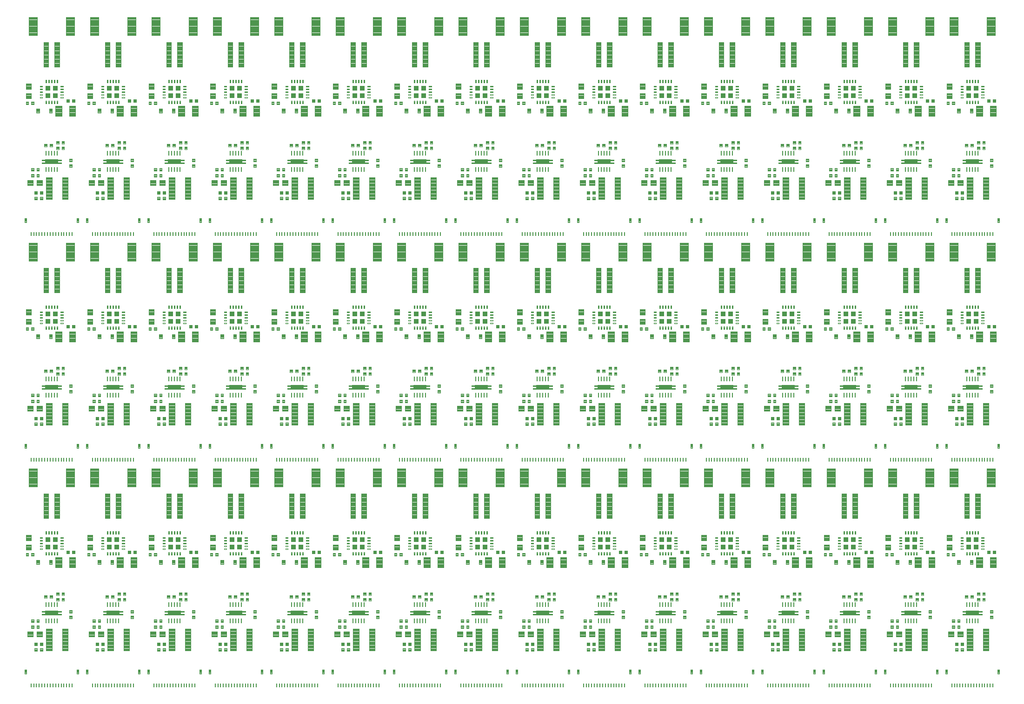
<source format=gtp>
G04 EAGLE Gerber RS-274X export*
G75*
%MOMM*%
%FSLAX34Y34*%
%LPD*%
%INSolderpaste Top*%
%IPPOS*%
%AMOC8*
5,1,8,0,0,1.08239X$1,22.5*%
G01*
%ADD10C,0.100000*%
%ADD11R,0.250000X0.650000*%
%ADD12C,0.096000*%
%ADD13C,0.102500*%
%ADD14R,0.889000X0.889000*%
%ADD15C,0.102000*%
%ADD16C,0.100800*%
%ADD17C,0.102869*%
%ADD18R,2.387600X0.863600*%
%ADD19R,0.248919X0.805181*%


D10*
X99340Y35955D02*
X102340Y35955D01*
X102340Y28955D01*
X99340Y28955D01*
X99340Y35955D01*
X99340Y29905D02*
X102340Y29905D01*
X102340Y30855D02*
X99340Y30855D01*
X99340Y31805D02*
X102340Y31805D01*
X102340Y32755D02*
X99340Y32755D01*
X99340Y33705D02*
X102340Y33705D01*
X102340Y34655D02*
X99340Y34655D01*
X99340Y35605D02*
X102340Y35605D01*
D11*
X90840Y7455D03*
X85840Y7455D03*
D10*
X7340Y35955D02*
X4340Y35955D01*
X7340Y35955D02*
X7340Y28955D01*
X4340Y28955D01*
X4340Y35955D01*
X4340Y29905D02*
X7340Y29905D01*
X7340Y30855D02*
X4340Y30855D01*
X4340Y31805D02*
X7340Y31805D01*
X7340Y32755D02*
X4340Y32755D01*
X4340Y33705D02*
X7340Y33705D01*
X7340Y34655D02*
X4340Y34655D01*
X4340Y35605D02*
X7340Y35605D01*
D11*
X80840Y7455D03*
X75840Y7455D03*
X70840Y7455D03*
X65840Y7455D03*
X60840Y7455D03*
X55840Y7455D03*
X50840Y7455D03*
X45840Y7455D03*
X40840Y7455D03*
X35840Y7455D03*
X30840Y7455D03*
X25840Y7455D03*
X20840Y7455D03*
X15840Y7455D03*
D10*
X38840Y311975D02*
X47840Y311975D01*
X38840Y311975D02*
X38840Y356975D01*
X47840Y356975D01*
X47840Y311975D01*
X47840Y312925D02*
X38840Y312925D01*
X38840Y313875D02*
X47840Y313875D01*
X47840Y314825D02*
X38840Y314825D01*
X38840Y315775D02*
X47840Y315775D01*
X47840Y316725D02*
X38840Y316725D01*
X38840Y317675D02*
X47840Y317675D01*
X47840Y318625D02*
X38840Y318625D01*
X38840Y319575D02*
X47840Y319575D01*
X47840Y320525D02*
X38840Y320525D01*
X38840Y321475D02*
X47840Y321475D01*
X47840Y322425D02*
X38840Y322425D01*
X38840Y323375D02*
X47840Y323375D01*
X47840Y324325D02*
X38840Y324325D01*
X38840Y325275D02*
X47840Y325275D01*
X47840Y326225D02*
X38840Y326225D01*
X38840Y327175D02*
X47840Y327175D01*
X47840Y328125D02*
X38840Y328125D01*
X38840Y329075D02*
X47840Y329075D01*
X47840Y330025D02*
X38840Y330025D01*
X38840Y330975D02*
X47840Y330975D01*
X47840Y331925D02*
X38840Y331925D01*
X38840Y332875D02*
X47840Y332875D01*
X47840Y333825D02*
X38840Y333825D01*
X38840Y334775D02*
X47840Y334775D01*
X47840Y335725D02*
X38840Y335725D01*
X38840Y336675D02*
X47840Y336675D01*
X47840Y337625D02*
X38840Y337625D01*
X38840Y338575D02*
X47840Y338575D01*
X47840Y339525D02*
X38840Y339525D01*
X38840Y340475D02*
X47840Y340475D01*
X47840Y341425D02*
X38840Y341425D01*
X38840Y342375D02*
X47840Y342375D01*
X47840Y343325D02*
X38840Y343325D01*
X38840Y344275D02*
X47840Y344275D01*
X47840Y345225D02*
X38840Y345225D01*
X38840Y346175D02*
X47840Y346175D01*
X47840Y347125D02*
X38840Y347125D01*
X38840Y348075D02*
X47840Y348075D01*
X47840Y349025D02*
X38840Y349025D01*
X38840Y349975D02*
X47840Y349975D01*
X47840Y350925D02*
X38840Y350925D01*
X38840Y351875D02*
X47840Y351875D01*
X47840Y352825D02*
X38840Y352825D01*
X38840Y353775D02*
X47840Y353775D01*
X47840Y354725D02*
X38840Y354725D01*
X38840Y355675D02*
X47840Y355675D01*
X47840Y356625D02*
X38840Y356625D01*
X58840Y311975D02*
X67840Y311975D01*
X58840Y311975D02*
X58840Y356975D01*
X67840Y356975D01*
X67840Y311975D01*
X67840Y312925D02*
X58840Y312925D01*
X58840Y313875D02*
X67840Y313875D01*
X67840Y314825D02*
X58840Y314825D01*
X58840Y315775D02*
X67840Y315775D01*
X67840Y316725D02*
X58840Y316725D01*
X58840Y317675D02*
X67840Y317675D01*
X67840Y318625D02*
X58840Y318625D01*
X58840Y319575D02*
X67840Y319575D01*
X67840Y320525D02*
X58840Y320525D01*
X58840Y321475D02*
X67840Y321475D01*
X67840Y322425D02*
X58840Y322425D01*
X58840Y323375D02*
X67840Y323375D01*
X67840Y324325D02*
X58840Y324325D01*
X58840Y325275D02*
X67840Y325275D01*
X67840Y326225D02*
X58840Y326225D01*
X58840Y327175D02*
X67840Y327175D01*
X67840Y328125D02*
X58840Y328125D01*
X58840Y329075D02*
X67840Y329075D01*
X67840Y330025D02*
X58840Y330025D01*
X58840Y330975D02*
X67840Y330975D01*
X67840Y331925D02*
X58840Y331925D01*
X58840Y332875D02*
X67840Y332875D01*
X67840Y333825D02*
X58840Y333825D01*
X58840Y334775D02*
X67840Y334775D01*
X67840Y335725D02*
X58840Y335725D01*
X58840Y336675D02*
X67840Y336675D01*
X67840Y337625D02*
X58840Y337625D01*
X58840Y338575D02*
X67840Y338575D01*
X67840Y339525D02*
X58840Y339525D01*
X58840Y340475D02*
X67840Y340475D01*
X67840Y341425D02*
X58840Y341425D01*
X58840Y342375D02*
X67840Y342375D01*
X67840Y343325D02*
X58840Y343325D01*
X58840Y344275D02*
X67840Y344275D01*
X67840Y345225D02*
X58840Y345225D01*
X58840Y346175D02*
X67840Y346175D01*
X67840Y347125D02*
X58840Y347125D01*
X58840Y348075D02*
X67840Y348075D01*
X67840Y349025D02*
X58840Y349025D01*
X58840Y349975D02*
X67840Y349975D01*
X67840Y350925D02*
X58840Y350925D01*
X58840Y351875D02*
X67840Y351875D01*
X67840Y352825D02*
X58840Y352825D01*
X58840Y353775D02*
X67840Y353775D01*
X67840Y354725D02*
X58840Y354725D01*
X58840Y355675D02*
X67840Y355675D01*
X67840Y356625D02*
X58840Y356625D01*
D12*
X26860Y369955D02*
X26860Y402995D01*
X26860Y369955D02*
X11820Y369955D01*
X11820Y402995D01*
X26860Y402995D01*
X26860Y370867D02*
X11820Y370867D01*
X11820Y371779D02*
X26860Y371779D01*
X26860Y372691D02*
X11820Y372691D01*
X11820Y373603D02*
X26860Y373603D01*
X26860Y374515D02*
X11820Y374515D01*
X11820Y375427D02*
X26860Y375427D01*
X26860Y376339D02*
X11820Y376339D01*
X11820Y377251D02*
X26860Y377251D01*
X26860Y378163D02*
X11820Y378163D01*
X11820Y379075D02*
X26860Y379075D01*
X26860Y379987D02*
X11820Y379987D01*
X11820Y380899D02*
X26860Y380899D01*
X26860Y381811D02*
X11820Y381811D01*
X11820Y382723D02*
X26860Y382723D01*
X26860Y383635D02*
X11820Y383635D01*
X11820Y384547D02*
X26860Y384547D01*
X26860Y385459D02*
X11820Y385459D01*
X11820Y386371D02*
X26860Y386371D01*
X26860Y387283D02*
X11820Y387283D01*
X11820Y388195D02*
X26860Y388195D01*
X26860Y389107D02*
X11820Y389107D01*
X11820Y390019D02*
X26860Y390019D01*
X26860Y390931D02*
X11820Y390931D01*
X11820Y391843D02*
X26860Y391843D01*
X26860Y392755D02*
X11820Y392755D01*
X11820Y393667D02*
X26860Y393667D01*
X26860Y394579D02*
X11820Y394579D01*
X11820Y395491D02*
X26860Y395491D01*
X26860Y396403D02*
X11820Y396403D01*
X11820Y397315D02*
X26860Y397315D01*
X26860Y398227D02*
X11820Y398227D01*
X11820Y399139D02*
X26860Y399139D01*
X26860Y400051D02*
X11820Y400051D01*
X11820Y400963D02*
X26860Y400963D01*
X26860Y401875D02*
X11820Y401875D01*
X11820Y402787D02*
X26860Y402787D01*
X94860Y402995D02*
X94860Y369955D01*
X79820Y369955D01*
X79820Y402995D01*
X94860Y402995D01*
X94860Y370867D02*
X79820Y370867D01*
X79820Y371779D02*
X94860Y371779D01*
X94860Y372691D02*
X79820Y372691D01*
X79820Y373603D02*
X94860Y373603D01*
X94860Y374515D02*
X79820Y374515D01*
X79820Y375427D02*
X94860Y375427D01*
X94860Y376339D02*
X79820Y376339D01*
X79820Y377251D02*
X94860Y377251D01*
X94860Y378163D02*
X79820Y378163D01*
X79820Y379075D02*
X94860Y379075D01*
X94860Y379987D02*
X79820Y379987D01*
X79820Y380899D02*
X94860Y380899D01*
X94860Y381811D02*
X79820Y381811D01*
X79820Y382723D02*
X94860Y382723D01*
X94860Y383635D02*
X79820Y383635D01*
X79820Y384547D02*
X94860Y384547D01*
X94860Y385459D02*
X79820Y385459D01*
X79820Y386371D02*
X94860Y386371D01*
X94860Y387283D02*
X79820Y387283D01*
X79820Y388195D02*
X94860Y388195D01*
X94860Y389107D02*
X79820Y389107D01*
X79820Y390019D02*
X94860Y390019D01*
X94860Y390931D02*
X79820Y390931D01*
X79820Y391843D02*
X94860Y391843D01*
X94860Y392755D02*
X79820Y392755D01*
X79820Y393667D02*
X94860Y393667D01*
X94860Y394579D02*
X79820Y394579D01*
X79820Y395491D02*
X94860Y395491D01*
X94860Y396403D02*
X79820Y396403D01*
X79820Y397315D02*
X94860Y397315D01*
X94860Y398227D02*
X79820Y398227D01*
X79820Y399139D02*
X94860Y399139D01*
X94860Y400051D02*
X79820Y400051D01*
X79820Y400963D02*
X94860Y400963D01*
X94860Y401875D02*
X79820Y401875D01*
X79820Y402787D02*
X94860Y402787D01*
D13*
X36828Y265962D02*
X31852Y265962D01*
X31852Y267438D01*
X36828Y267438D01*
X36828Y265962D01*
X36828Y266936D02*
X31852Y266936D01*
X31852Y270962D02*
X36828Y270962D01*
X31852Y270962D02*
X31852Y272438D01*
X36828Y272438D01*
X36828Y270962D01*
X36828Y271936D02*
X31852Y271936D01*
X31852Y275962D02*
X36828Y275962D01*
X31852Y275962D02*
X31852Y277438D01*
X36828Y277438D01*
X36828Y275962D01*
X36828Y276936D02*
X31852Y276936D01*
X31852Y260962D02*
X36828Y260962D01*
X31852Y260962D02*
X31852Y262438D01*
X36828Y262438D01*
X36828Y260962D01*
X36828Y261936D02*
X31852Y261936D01*
X31852Y255962D02*
X36828Y255962D01*
X31852Y255962D02*
X31852Y257438D01*
X36828Y257438D01*
X36828Y255962D01*
X36828Y256936D02*
X31852Y256936D01*
X44078Y250188D02*
X44078Y245212D01*
X42602Y245212D01*
X42602Y250188D01*
X44078Y250188D01*
X44078Y246186D02*
X42602Y246186D01*
X42602Y247160D02*
X44078Y247160D01*
X44078Y248134D02*
X42602Y248134D01*
X42602Y249108D02*
X44078Y249108D01*
X44078Y250082D02*
X42602Y250082D01*
X49078Y250188D02*
X49078Y245212D01*
X47602Y245212D01*
X47602Y250188D01*
X49078Y250188D01*
X49078Y246186D02*
X47602Y246186D01*
X47602Y247160D02*
X49078Y247160D01*
X49078Y248134D02*
X47602Y248134D01*
X47602Y249108D02*
X49078Y249108D01*
X49078Y250082D02*
X47602Y250082D01*
X54078Y250188D02*
X54078Y245212D01*
X52602Y245212D01*
X52602Y250188D01*
X54078Y250188D01*
X54078Y246186D02*
X52602Y246186D01*
X52602Y247160D02*
X54078Y247160D01*
X54078Y248134D02*
X52602Y248134D01*
X52602Y249108D02*
X54078Y249108D01*
X54078Y250082D02*
X52602Y250082D01*
X59078Y250188D02*
X59078Y245212D01*
X57602Y245212D01*
X57602Y250188D01*
X59078Y250188D01*
X59078Y246186D02*
X57602Y246186D01*
X57602Y247160D02*
X59078Y247160D01*
X59078Y248134D02*
X57602Y248134D01*
X57602Y249108D02*
X59078Y249108D01*
X59078Y250082D02*
X57602Y250082D01*
X64078Y250188D02*
X64078Y245212D01*
X62602Y245212D01*
X62602Y250188D01*
X64078Y250188D01*
X64078Y246186D02*
X62602Y246186D01*
X62602Y247160D02*
X64078Y247160D01*
X64078Y248134D02*
X62602Y248134D01*
X62602Y249108D02*
X64078Y249108D01*
X64078Y250082D02*
X62602Y250082D01*
X69852Y257438D02*
X74828Y257438D01*
X74828Y255962D01*
X69852Y255962D01*
X69852Y257438D01*
X69852Y256936D02*
X74828Y256936D01*
X74828Y262438D02*
X69852Y262438D01*
X74828Y262438D02*
X74828Y260962D01*
X69852Y260962D01*
X69852Y262438D01*
X69852Y261936D02*
X74828Y261936D01*
X74828Y267438D02*
X69852Y267438D01*
X74828Y267438D02*
X74828Y265962D01*
X69852Y265962D01*
X69852Y267438D01*
X69852Y266936D02*
X74828Y266936D01*
X74828Y272438D02*
X69852Y272438D01*
X74828Y272438D02*
X74828Y270962D01*
X69852Y270962D01*
X69852Y272438D01*
X69852Y271936D02*
X74828Y271936D01*
X74828Y277438D02*
X69852Y277438D01*
X74828Y277438D02*
X74828Y275962D01*
X69852Y275962D01*
X69852Y277438D01*
X69852Y276936D02*
X74828Y276936D01*
X62602Y283212D02*
X62602Y288188D01*
X64078Y288188D01*
X64078Y283212D01*
X62602Y283212D01*
X62602Y284186D02*
X64078Y284186D01*
X64078Y285160D02*
X62602Y285160D01*
X62602Y286134D02*
X64078Y286134D01*
X64078Y287108D02*
X62602Y287108D01*
X62602Y288082D02*
X64078Y288082D01*
X57602Y288188D02*
X57602Y283212D01*
X57602Y288188D02*
X59078Y288188D01*
X59078Y283212D01*
X57602Y283212D01*
X57602Y284186D02*
X59078Y284186D01*
X59078Y285160D02*
X57602Y285160D01*
X57602Y286134D02*
X59078Y286134D01*
X59078Y287108D02*
X57602Y287108D01*
X57602Y288082D02*
X59078Y288082D01*
X52602Y288188D02*
X52602Y283212D01*
X52602Y288188D02*
X54078Y288188D01*
X54078Y283212D01*
X52602Y283212D01*
X52602Y284186D02*
X54078Y284186D01*
X54078Y285160D02*
X52602Y285160D01*
X52602Y286134D02*
X54078Y286134D01*
X54078Y287108D02*
X52602Y287108D01*
X52602Y288082D02*
X54078Y288082D01*
X47602Y288188D02*
X47602Y283212D01*
X47602Y288188D02*
X49078Y288188D01*
X49078Y283212D01*
X47602Y283212D01*
X47602Y284186D02*
X49078Y284186D01*
X49078Y285160D02*
X47602Y285160D01*
X47602Y286134D02*
X49078Y286134D01*
X49078Y287108D02*
X47602Y287108D01*
X47602Y288082D02*
X49078Y288082D01*
X42602Y288188D02*
X42602Y283212D01*
X42602Y288188D02*
X44078Y288188D01*
X44078Y283212D01*
X42602Y283212D01*
X42602Y284186D02*
X44078Y284186D01*
X44078Y285160D02*
X42602Y285160D01*
X42602Y286134D02*
X44078Y286134D01*
X44078Y287108D02*
X42602Y287108D01*
X42602Y288082D02*
X44078Y288082D01*
D14*
X46355Y273685D03*
X46355Y259715D03*
X60325Y273685D03*
X60325Y259715D03*
D15*
X80775Y247700D02*
X85755Y247700D01*
X80775Y247700D02*
X80775Y252680D01*
X85755Y252680D01*
X85755Y247700D01*
X85755Y248669D02*
X80775Y248669D01*
X80775Y249638D02*
X85755Y249638D01*
X85755Y250607D02*
X80775Y250607D01*
X80775Y251576D02*
X85755Y251576D01*
X85755Y252545D02*
X80775Y252545D01*
X90775Y247700D02*
X95755Y247700D01*
X90775Y247700D02*
X90775Y252680D01*
X95755Y252680D01*
X95755Y247700D01*
X95755Y248669D02*
X90775Y248669D01*
X90775Y249638D02*
X95755Y249638D01*
X95755Y250607D02*
X90775Y250607D01*
X90775Y251576D02*
X95755Y251576D01*
X95755Y252545D02*
X90775Y252545D01*
D10*
X71805Y241210D02*
X71805Y222210D01*
X60305Y222210D01*
X60305Y241210D01*
X71805Y241210D01*
X71805Y223160D02*
X60305Y223160D01*
X60305Y224110D02*
X71805Y224110D01*
X71805Y225060D02*
X60305Y225060D01*
X60305Y226010D02*
X71805Y226010D01*
X71805Y226960D02*
X60305Y226960D01*
X60305Y227910D02*
X71805Y227910D01*
X71805Y228860D02*
X60305Y228860D01*
X60305Y229810D02*
X71805Y229810D01*
X71805Y230760D02*
X60305Y230760D01*
X60305Y231710D02*
X71805Y231710D01*
X71805Y232660D02*
X60305Y232660D01*
X60305Y233610D02*
X71805Y233610D01*
X71805Y234560D02*
X60305Y234560D01*
X60305Y235510D02*
X71805Y235510D01*
X71805Y236460D02*
X60305Y236460D01*
X60305Y237410D02*
X71805Y237410D01*
X71805Y238360D02*
X60305Y238360D01*
X60305Y239310D02*
X71805Y239310D01*
X71805Y240260D02*
X60305Y240260D01*
X60305Y241210D02*
X71805Y241210D01*
X96805Y241210D02*
X96805Y222210D01*
X85305Y222210D01*
X85305Y241210D01*
X96805Y241210D01*
X96805Y223160D02*
X85305Y223160D01*
X85305Y224110D02*
X96805Y224110D01*
X96805Y225060D02*
X85305Y225060D01*
X85305Y226010D02*
X96805Y226010D01*
X96805Y226960D02*
X85305Y226960D01*
X85305Y227910D02*
X96805Y227910D01*
X96805Y228860D02*
X85305Y228860D01*
X85305Y229810D02*
X96805Y229810D01*
X96805Y230760D02*
X85305Y230760D01*
X85305Y231710D02*
X96805Y231710D01*
X96805Y232660D02*
X85305Y232660D01*
X85305Y233610D02*
X96805Y233610D01*
X96805Y234560D02*
X85305Y234560D01*
X85305Y235510D02*
X96805Y235510D01*
X96805Y236460D02*
X85305Y236460D01*
X85305Y237410D02*
X96805Y237410D01*
X96805Y238360D02*
X85305Y238360D01*
X85305Y239310D02*
X96805Y239310D01*
X96805Y240260D02*
X85305Y240260D01*
X85305Y241210D02*
X96805Y241210D01*
D16*
X31151Y228764D02*
X25859Y228764D01*
X25859Y236056D01*
X31151Y236056D01*
X31151Y228764D01*
X31151Y229722D02*
X25859Y229722D01*
X25859Y230680D02*
X31151Y230680D01*
X31151Y231638D02*
X25859Y231638D01*
X25859Y232596D02*
X31151Y232596D01*
X31151Y233554D02*
X25859Y233554D01*
X25859Y234512D02*
X31151Y234512D01*
X31151Y235470D02*
X25859Y235470D01*
X48859Y228764D02*
X54151Y228764D01*
X48859Y228764D02*
X48859Y236056D01*
X54151Y236056D01*
X54151Y228764D01*
X54151Y229722D02*
X48859Y229722D01*
X48859Y230680D02*
X54151Y230680D01*
X54151Y231638D02*
X48859Y231638D01*
X48859Y232596D02*
X54151Y232596D01*
X54151Y233554D02*
X48859Y233554D01*
X48859Y234512D02*
X54151Y234512D01*
X54151Y235470D02*
X48859Y235470D01*
D10*
X15930Y254470D02*
X15930Y264470D01*
X15930Y254470D02*
X6930Y254470D01*
X6930Y264470D01*
X15930Y264470D01*
X15930Y255420D02*
X6930Y255420D01*
X6930Y256370D02*
X15930Y256370D01*
X15930Y257320D02*
X6930Y257320D01*
X6930Y258270D02*
X15930Y258270D01*
X15930Y259220D02*
X6930Y259220D01*
X6930Y260170D02*
X15930Y260170D01*
X15930Y261120D02*
X6930Y261120D01*
X6930Y262070D02*
X15930Y262070D01*
X15930Y263020D02*
X6930Y263020D01*
X6930Y263970D02*
X15930Y263970D01*
X15930Y271470D02*
X15930Y281470D01*
X15930Y271470D02*
X6930Y271470D01*
X6930Y281470D01*
X15930Y281470D01*
X15930Y272420D02*
X6930Y272420D01*
X6930Y273370D02*
X15930Y273370D01*
X15930Y274320D02*
X6930Y274320D01*
X6930Y275270D02*
X15930Y275270D01*
X15930Y276220D02*
X6930Y276220D01*
X6930Y277170D02*
X15930Y277170D01*
X15930Y278120D02*
X6930Y278120D01*
X6930Y279070D02*
X15930Y279070D01*
X15930Y280020D02*
X6930Y280020D01*
X6930Y280970D02*
X15930Y280970D01*
D15*
X16480Y248870D02*
X21460Y248870D01*
X21460Y243890D01*
X16480Y243890D01*
X16480Y248870D01*
X16480Y244859D02*
X21460Y244859D01*
X21460Y245828D02*
X16480Y245828D01*
X16480Y246797D02*
X21460Y246797D01*
X21460Y247766D02*
X16480Y247766D01*
X16480Y248735D02*
X21460Y248735D01*
X11460Y248870D02*
X6480Y248870D01*
X11460Y248870D02*
X11460Y243890D01*
X6480Y243890D01*
X6480Y248870D01*
X6480Y244859D02*
X11460Y244859D01*
X11460Y245828D02*
X6480Y245828D01*
X6480Y246797D02*
X11460Y246797D01*
X11460Y247766D02*
X6480Y247766D01*
X6480Y248735D02*
X11460Y248735D01*
D10*
X26678Y105465D02*
X36678Y105465D01*
X36678Y96465D01*
X26678Y96465D01*
X26678Y105465D01*
X26678Y97415D02*
X36678Y97415D01*
X36678Y98365D02*
X26678Y98365D01*
X26678Y99315D02*
X36678Y99315D01*
X36678Y100265D02*
X26678Y100265D01*
X26678Y101215D02*
X36678Y101215D01*
X36678Y102165D02*
X26678Y102165D01*
X26678Y103115D02*
X36678Y103115D01*
X36678Y104065D02*
X26678Y104065D01*
X26678Y105015D02*
X36678Y105015D01*
X19678Y105465D02*
X9678Y105465D01*
X19678Y105465D02*
X19678Y96465D01*
X9678Y96465D01*
X9678Y105465D01*
X9678Y97415D02*
X19678Y97415D01*
X19678Y98365D02*
X9678Y98365D01*
X9678Y99315D02*
X19678Y99315D01*
X19678Y100265D02*
X9678Y100265D01*
X9678Y101215D02*
X19678Y101215D01*
X19678Y102165D02*
X9678Y102165D01*
X9678Y103115D02*
X19678Y103115D01*
X19678Y104065D02*
X9678Y104065D01*
X9678Y105015D02*
X19678Y105015D01*
D15*
X71725Y177115D02*
X76705Y177115D01*
X76705Y172135D01*
X71725Y172135D01*
X71725Y177115D01*
X71725Y173104D02*
X76705Y173104D01*
X76705Y174073D02*
X71725Y174073D01*
X71725Y175042D02*
X76705Y175042D01*
X76705Y176011D02*
X71725Y176011D01*
X71725Y176980D02*
X76705Y176980D01*
X66705Y177115D02*
X61725Y177115D01*
X66705Y177115D02*
X66705Y172135D01*
X61725Y172135D01*
X61725Y177115D01*
X61725Y173104D02*
X66705Y173104D01*
X66705Y174073D02*
X61725Y174073D01*
X61725Y175042D02*
X66705Y175042D01*
X66705Y176011D02*
X61725Y176011D01*
X61725Y176980D02*
X66705Y176980D01*
X30985Y127585D02*
X26005Y127585D01*
X30985Y127585D02*
X30985Y122605D01*
X26005Y122605D01*
X26005Y127585D01*
X26005Y123574D02*
X30985Y123574D01*
X30985Y124543D02*
X26005Y124543D01*
X26005Y125512D02*
X30985Y125512D01*
X30985Y126481D02*
X26005Y126481D01*
X26005Y127450D02*
X30985Y127450D01*
X20985Y127585D02*
X16005Y127585D01*
X20985Y127585D02*
X20985Y122605D01*
X16005Y122605D01*
X16005Y127585D01*
X16005Y123574D02*
X20985Y123574D01*
X20985Y124543D02*
X16005Y124543D01*
X16005Y125512D02*
X20985Y125512D01*
X20985Y126481D02*
X16005Y126481D01*
X16005Y127450D02*
X20985Y127450D01*
X50135Y172035D02*
X55115Y172035D01*
X55115Y167055D01*
X50135Y167055D01*
X50135Y172035D01*
X50135Y168024D02*
X55115Y168024D01*
X55115Y168993D02*
X50135Y168993D01*
X50135Y169962D02*
X55115Y169962D01*
X55115Y170931D02*
X50135Y170931D01*
X50135Y171900D02*
X55115Y171900D01*
X45115Y172035D02*
X40135Y172035D01*
X45115Y172035D02*
X45115Y167055D01*
X40135Y167055D01*
X40135Y172035D01*
X40135Y168024D02*
X45115Y168024D01*
X45115Y168993D02*
X40135Y168993D01*
X40135Y169962D02*
X45115Y169962D01*
X45115Y170931D02*
X40135Y170931D01*
X40135Y171900D02*
X45115Y171900D01*
X37335Y85040D02*
X32355Y85040D01*
X37335Y85040D02*
X37335Y80060D01*
X32355Y80060D01*
X32355Y85040D01*
X32355Y81029D02*
X37335Y81029D01*
X37335Y81998D02*
X32355Y81998D01*
X32355Y82967D02*
X37335Y82967D01*
X37335Y83936D02*
X32355Y83936D01*
X32355Y84905D02*
X37335Y84905D01*
X27335Y85040D02*
X22355Y85040D01*
X27335Y85040D02*
X27335Y80060D01*
X22355Y80060D01*
X22355Y85040D01*
X22355Y81029D02*
X27335Y81029D01*
X27335Y81998D02*
X22355Y81998D01*
X22355Y82967D02*
X27335Y82967D01*
X27335Y83936D02*
X22355Y83936D01*
X22355Y84905D02*
X27335Y84905D01*
X27335Y70218D02*
X22355Y70218D01*
X22355Y75198D01*
X27335Y75198D01*
X27335Y70218D01*
X27335Y71187D02*
X22355Y71187D01*
X22355Y72156D02*
X27335Y72156D01*
X27335Y73125D02*
X22355Y73125D01*
X22355Y74094D02*
X27335Y74094D01*
X27335Y75063D02*
X22355Y75063D01*
X32355Y70218D02*
X37335Y70218D01*
X32355Y70218D02*
X32355Y75198D01*
X37335Y75198D01*
X37335Y70218D01*
X37335Y71187D02*
X32355Y71187D01*
X32355Y72156D02*
X37335Y72156D01*
X37335Y73125D02*
X32355Y73125D01*
X32355Y74094D02*
X37335Y74094D01*
X37335Y75063D02*
X32355Y75063D01*
X90755Y129670D02*
X90755Y134650D01*
X90755Y129670D02*
X85775Y129670D01*
X85775Y134650D01*
X90755Y134650D01*
X90755Y130639D02*
X85775Y130639D01*
X85775Y131608D02*
X90755Y131608D01*
X90755Y132577D02*
X85775Y132577D01*
X85775Y133546D02*
X90755Y133546D01*
X90755Y134515D02*
X85775Y134515D01*
X90755Y139670D02*
X90755Y144650D01*
X90755Y139670D02*
X85775Y139670D01*
X85775Y144650D01*
X90755Y144650D01*
X90755Y140639D02*
X85775Y140639D01*
X85775Y141608D02*
X90755Y141608D01*
X90755Y142577D02*
X85775Y142577D01*
X85775Y143546D02*
X90755Y143546D01*
X90755Y144515D02*
X85775Y144515D01*
D17*
X53969Y110738D02*
X53969Y70872D01*
X43567Y70872D01*
X43567Y110738D01*
X53969Y110738D01*
X53969Y71850D02*
X43567Y71850D01*
X43567Y72828D02*
X53969Y72828D01*
X53969Y73806D02*
X43567Y73806D01*
X43567Y74784D02*
X53969Y74784D01*
X53969Y75762D02*
X43567Y75762D01*
X43567Y76740D02*
X53969Y76740D01*
X53969Y77718D02*
X43567Y77718D01*
X43567Y78696D02*
X53969Y78696D01*
X53969Y79674D02*
X43567Y79674D01*
X43567Y80652D02*
X53969Y80652D01*
X53969Y81630D02*
X43567Y81630D01*
X43567Y82608D02*
X53969Y82608D01*
X53969Y83586D02*
X43567Y83586D01*
X43567Y84564D02*
X53969Y84564D01*
X53969Y85542D02*
X43567Y85542D01*
X43567Y86520D02*
X53969Y86520D01*
X53969Y87498D02*
X43567Y87498D01*
X43567Y88476D02*
X53969Y88476D01*
X53969Y89454D02*
X43567Y89454D01*
X43567Y90432D02*
X53969Y90432D01*
X53969Y91410D02*
X43567Y91410D01*
X43567Y92388D02*
X53969Y92388D01*
X53969Y93366D02*
X43567Y93366D01*
X43567Y94344D02*
X53969Y94344D01*
X53969Y95322D02*
X43567Y95322D01*
X43567Y96300D02*
X53969Y96300D01*
X53969Y97278D02*
X43567Y97278D01*
X43567Y98256D02*
X53969Y98256D01*
X53969Y99234D02*
X43567Y99234D01*
X43567Y100212D02*
X53969Y100212D01*
X53969Y101190D02*
X43567Y101190D01*
X43567Y102168D02*
X53969Y102168D01*
X53969Y103146D02*
X43567Y103146D01*
X43567Y104124D02*
X53969Y104124D01*
X53969Y105102D02*
X43567Y105102D01*
X43567Y106080D02*
X53969Y106080D01*
X53969Y107058D02*
X43567Y107058D01*
X43567Y108036D02*
X53969Y108036D01*
X53969Y109014D02*
X43567Y109014D01*
X43567Y109992D02*
X53969Y109992D01*
X83433Y110738D02*
X83433Y70872D01*
X73031Y70872D01*
X73031Y110738D01*
X83433Y110738D01*
X83433Y71850D02*
X73031Y71850D01*
X73031Y72828D02*
X83433Y72828D01*
X83433Y73806D02*
X73031Y73806D01*
X73031Y74784D02*
X83433Y74784D01*
X83433Y75762D02*
X73031Y75762D01*
X73031Y76740D02*
X83433Y76740D01*
X83433Y77718D02*
X73031Y77718D01*
X73031Y78696D02*
X83433Y78696D01*
X83433Y79674D02*
X73031Y79674D01*
X73031Y80652D02*
X83433Y80652D01*
X83433Y81630D02*
X73031Y81630D01*
X73031Y82608D02*
X83433Y82608D01*
X83433Y83586D02*
X73031Y83586D01*
X73031Y84564D02*
X83433Y84564D01*
X83433Y85542D02*
X73031Y85542D01*
X73031Y86520D02*
X83433Y86520D01*
X83433Y87498D02*
X73031Y87498D01*
X73031Y88476D02*
X83433Y88476D01*
X83433Y89454D02*
X73031Y89454D01*
X73031Y90432D02*
X83433Y90432D01*
X83433Y91410D02*
X73031Y91410D01*
X73031Y92388D02*
X83433Y92388D01*
X83433Y93366D02*
X73031Y93366D01*
X73031Y94344D02*
X83433Y94344D01*
X83433Y95322D02*
X73031Y95322D01*
X73031Y96300D02*
X83433Y96300D01*
X83433Y97278D02*
X73031Y97278D01*
X73031Y98256D02*
X83433Y98256D01*
X83433Y99234D02*
X73031Y99234D01*
X73031Y100212D02*
X83433Y100212D01*
X83433Y101190D02*
X73031Y101190D01*
X73031Y102168D02*
X83433Y102168D01*
X83433Y103146D02*
X73031Y103146D01*
X73031Y104124D02*
X83433Y104124D01*
X83433Y105102D02*
X73031Y105102D01*
X73031Y106080D02*
X83433Y106080D01*
X83433Y107058D02*
X73031Y107058D01*
X73031Y108036D02*
X83433Y108036D01*
X83433Y109014D02*
X73031Y109014D01*
X73031Y109992D02*
X83433Y109992D01*
D15*
X30985Y116790D02*
X26005Y116790D01*
X30985Y116790D02*
X30985Y111810D01*
X26005Y111810D01*
X26005Y116790D01*
X26005Y112779D02*
X30985Y112779D01*
X30985Y113748D02*
X26005Y113748D01*
X26005Y114717D02*
X30985Y114717D01*
X30985Y115686D02*
X26005Y115686D01*
X26005Y116655D02*
X30985Y116655D01*
X20985Y116790D02*
X16005Y116790D01*
X20985Y116790D02*
X20985Y111810D01*
X16005Y111810D01*
X16005Y116790D01*
X16005Y112779D02*
X20985Y112779D01*
X20985Y113748D02*
X16005Y113748D01*
X16005Y114717D02*
X20985Y114717D01*
X20985Y115686D02*
X16005Y115686D01*
X16005Y116655D02*
X20985Y116655D01*
X71725Y166955D02*
X76705Y166955D01*
X76705Y161975D01*
X71725Y161975D01*
X71725Y166955D01*
X71725Y162944D02*
X76705Y162944D01*
X76705Y163913D02*
X71725Y163913D01*
X71725Y164882D02*
X76705Y164882D01*
X76705Y165851D02*
X71725Y165851D01*
X71725Y166820D02*
X76705Y166820D01*
X66705Y166955D02*
X61725Y166955D01*
X66705Y166955D02*
X66705Y161975D01*
X61725Y161975D01*
X61725Y166955D01*
X61725Y162944D02*
X66705Y162944D01*
X66705Y163913D02*
X61725Y163913D01*
X61725Y164882D02*
X66705Y164882D01*
X66705Y165851D02*
X61725Y165851D01*
X61725Y166820D02*
X66705Y166820D01*
D16*
X41336Y143096D02*
X35344Y143096D01*
X41336Y143096D02*
X41336Y141304D01*
X35344Y141304D01*
X35344Y143096D01*
X35344Y142262D02*
X41336Y142262D01*
X41336Y138096D02*
X35344Y138096D01*
X41336Y138096D02*
X41336Y136304D01*
X35344Y136304D01*
X35344Y138096D01*
X35344Y137262D02*
X41336Y137262D01*
X65344Y143096D02*
X71336Y143096D01*
X71336Y141304D01*
X65344Y141304D01*
X65344Y143096D01*
X65344Y142262D02*
X71336Y142262D01*
X71336Y138096D02*
X65344Y138096D01*
X71336Y138096D02*
X71336Y136304D01*
X65344Y136304D01*
X65344Y138096D01*
X65344Y137262D02*
X71336Y137262D01*
D18*
X53340Y139700D03*
D19*
X43332Y154470D03*
X48336Y154445D03*
X48336Y154445D03*
X53340Y154419D03*
X58344Y154445D03*
X63373Y154470D03*
X43332Y124955D03*
X48336Y124930D03*
X53340Y124955D03*
X58344Y125006D03*
X63348Y124955D03*
D10*
X211100Y35955D02*
X214100Y35955D01*
X214100Y28955D01*
X211100Y28955D01*
X211100Y35955D01*
X211100Y29905D02*
X214100Y29905D01*
X214100Y30855D02*
X211100Y30855D01*
X211100Y31805D02*
X214100Y31805D01*
X214100Y32755D02*
X211100Y32755D01*
X211100Y33705D02*
X214100Y33705D01*
X214100Y34655D02*
X211100Y34655D01*
X211100Y35605D02*
X214100Y35605D01*
D11*
X202600Y7455D03*
X197600Y7455D03*
D10*
X119100Y35955D02*
X116100Y35955D01*
X119100Y35955D02*
X119100Y28955D01*
X116100Y28955D01*
X116100Y35955D01*
X116100Y29905D02*
X119100Y29905D01*
X119100Y30855D02*
X116100Y30855D01*
X116100Y31805D02*
X119100Y31805D01*
X119100Y32755D02*
X116100Y32755D01*
X116100Y33705D02*
X119100Y33705D01*
X119100Y34655D02*
X116100Y34655D01*
X116100Y35605D02*
X119100Y35605D01*
D11*
X192600Y7455D03*
X187600Y7455D03*
X182600Y7455D03*
X177600Y7455D03*
X172600Y7455D03*
X167600Y7455D03*
X162600Y7455D03*
X157600Y7455D03*
X152600Y7455D03*
X147600Y7455D03*
X142600Y7455D03*
X137600Y7455D03*
X132600Y7455D03*
X127600Y7455D03*
D10*
X150600Y311975D02*
X159600Y311975D01*
X150600Y311975D02*
X150600Y356975D01*
X159600Y356975D01*
X159600Y311975D01*
X159600Y312925D02*
X150600Y312925D01*
X150600Y313875D02*
X159600Y313875D01*
X159600Y314825D02*
X150600Y314825D01*
X150600Y315775D02*
X159600Y315775D01*
X159600Y316725D02*
X150600Y316725D01*
X150600Y317675D02*
X159600Y317675D01*
X159600Y318625D02*
X150600Y318625D01*
X150600Y319575D02*
X159600Y319575D01*
X159600Y320525D02*
X150600Y320525D01*
X150600Y321475D02*
X159600Y321475D01*
X159600Y322425D02*
X150600Y322425D01*
X150600Y323375D02*
X159600Y323375D01*
X159600Y324325D02*
X150600Y324325D01*
X150600Y325275D02*
X159600Y325275D01*
X159600Y326225D02*
X150600Y326225D01*
X150600Y327175D02*
X159600Y327175D01*
X159600Y328125D02*
X150600Y328125D01*
X150600Y329075D02*
X159600Y329075D01*
X159600Y330025D02*
X150600Y330025D01*
X150600Y330975D02*
X159600Y330975D01*
X159600Y331925D02*
X150600Y331925D01*
X150600Y332875D02*
X159600Y332875D01*
X159600Y333825D02*
X150600Y333825D01*
X150600Y334775D02*
X159600Y334775D01*
X159600Y335725D02*
X150600Y335725D01*
X150600Y336675D02*
X159600Y336675D01*
X159600Y337625D02*
X150600Y337625D01*
X150600Y338575D02*
X159600Y338575D01*
X159600Y339525D02*
X150600Y339525D01*
X150600Y340475D02*
X159600Y340475D01*
X159600Y341425D02*
X150600Y341425D01*
X150600Y342375D02*
X159600Y342375D01*
X159600Y343325D02*
X150600Y343325D01*
X150600Y344275D02*
X159600Y344275D01*
X159600Y345225D02*
X150600Y345225D01*
X150600Y346175D02*
X159600Y346175D01*
X159600Y347125D02*
X150600Y347125D01*
X150600Y348075D02*
X159600Y348075D01*
X159600Y349025D02*
X150600Y349025D01*
X150600Y349975D02*
X159600Y349975D01*
X159600Y350925D02*
X150600Y350925D01*
X150600Y351875D02*
X159600Y351875D01*
X159600Y352825D02*
X150600Y352825D01*
X150600Y353775D02*
X159600Y353775D01*
X159600Y354725D02*
X150600Y354725D01*
X150600Y355675D02*
X159600Y355675D01*
X159600Y356625D02*
X150600Y356625D01*
X170600Y311975D02*
X179600Y311975D01*
X170600Y311975D02*
X170600Y356975D01*
X179600Y356975D01*
X179600Y311975D01*
X179600Y312925D02*
X170600Y312925D01*
X170600Y313875D02*
X179600Y313875D01*
X179600Y314825D02*
X170600Y314825D01*
X170600Y315775D02*
X179600Y315775D01*
X179600Y316725D02*
X170600Y316725D01*
X170600Y317675D02*
X179600Y317675D01*
X179600Y318625D02*
X170600Y318625D01*
X170600Y319575D02*
X179600Y319575D01*
X179600Y320525D02*
X170600Y320525D01*
X170600Y321475D02*
X179600Y321475D01*
X179600Y322425D02*
X170600Y322425D01*
X170600Y323375D02*
X179600Y323375D01*
X179600Y324325D02*
X170600Y324325D01*
X170600Y325275D02*
X179600Y325275D01*
X179600Y326225D02*
X170600Y326225D01*
X170600Y327175D02*
X179600Y327175D01*
X179600Y328125D02*
X170600Y328125D01*
X170600Y329075D02*
X179600Y329075D01*
X179600Y330025D02*
X170600Y330025D01*
X170600Y330975D02*
X179600Y330975D01*
X179600Y331925D02*
X170600Y331925D01*
X170600Y332875D02*
X179600Y332875D01*
X179600Y333825D02*
X170600Y333825D01*
X170600Y334775D02*
X179600Y334775D01*
X179600Y335725D02*
X170600Y335725D01*
X170600Y336675D02*
X179600Y336675D01*
X179600Y337625D02*
X170600Y337625D01*
X170600Y338575D02*
X179600Y338575D01*
X179600Y339525D02*
X170600Y339525D01*
X170600Y340475D02*
X179600Y340475D01*
X179600Y341425D02*
X170600Y341425D01*
X170600Y342375D02*
X179600Y342375D01*
X179600Y343325D02*
X170600Y343325D01*
X170600Y344275D02*
X179600Y344275D01*
X179600Y345225D02*
X170600Y345225D01*
X170600Y346175D02*
X179600Y346175D01*
X179600Y347125D02*
X170600Y347125D01*
X170600Y348075D02*
X179600Y348075D01*
X179600Y349025D02*
X170600Y349025D01*
X170600Y349975D02*
X179600Y349975D01*
X179600Y350925D02*
X170600Y350925D01*
X170600Y351875D02*
X179600Y351875D01*
X179600Y352825D02*
X170600Y352825D01*
X170600Y353775D02*
X179600Y353775D01*
X179600Y354725D02*
X170600Y354725D01*
X170600Y355675D02*
X179600Y355675D01*
X179600Y356625D02*
X170600Y356625D01*
D12*
X138620Y369955D02*
X138620Y402995D01*
X138620Y369955D02*
X123580Y369955D01*
X123580Y402995D01*
X138620Y402995D01*
X138620Y370867D02*
X123580Y370867D01*
X123580Y371779D02*
X138620Y371779D01*
X138620Y372691D02*
X123580Y372691D01*
X123580Y373603D02*
X138620Y373603D01*
X138620Y374515D02*
X123580Y374515D01*
X123580Y375427D02*
X138620Y375427D01*
X138620Y376339D02*
X123580Y376339D01*
X123580Y377251D02*
X138620Y377251D01*
X138620Y378163D02*
X123580Y378163D01*
X123580Y379075D02*
X138620Y379075D01*
X138620Y379987D02*
X123580Y379987D01*
X123580Y380899D02*
X138620Y380899D01*
X138620Y381811D02*
X123580Y381811D01*
X123580Y382723D02*
X138620Y382723D01*
X138620Y383635D02*
X123580Y383635D01*
X123580Y384547D02*
X138620Y384547D01*
X138620Y385459D02*
X123580Y385459D01*
X123580Y386371D02*
X138620Y386371D01*
X138620Y387283D02*
X123580Y387283D01*
X123580Y388195D02*
X138620Y388195D01*
X138620Y389107D02*
X123580Y389107D01*
X123580Y390019D02*
X138620Y390019D01*
X138620Y390931D02*
X123580Y390931D01*
X123580Y391843D02*
X138620Y391843D01*
X138620Y392755D02*
X123580Y392755D01*
X123580Y393667D02*
X138620Y393667D01*
X138620Y394579D02*
X123580Y394579D01*
X123580Y395491D02*
X138620Y395491D01*
X138620Y396403D02*
X123580Y396403D01*
X123580Y397315D02*
X138620Y397315D01*
X138620Y398227D02*
X123580Y398227D01*
X123580Y399139D02*
X138620Y399139D01*
X138620Y400051D02*
X123580Y400051D01*
X123580Y400963D02*
X138620Y400963D01*
X138620Y401875D02*
X123580Y401875D01*
X123580Y402787D02*
X138620Y402787D01*
X206620Y402995D02*
X206620Y369955D01*
X191580Y369955D01*
X191580Y402995D01*
X206620Y402995D01*
X206620Y370867D02*
X191580Y370867D01*
X191580Y371779D02*
X206620Y371779D01*
X206620Y372691D02*
X191580Y372691D01*
X191580Y373603D02*
X206620Y373603D01*
X206620Y374515D02*
X191580Y374515D01*
X191580Y375427D02*
X206620Y375427D01*
X206620Y376339D02*
X191580Y376339D01*
X191580Y377251D02*
X206620Y377251D01*
X206620Y378163D02*
X191580Y378163D01*
X191580Y379075D02*
X206620Y379075D01*
X206620Y379987D02*
X191580Y379987D01*
X191580Y380899D02*
X206620Y380899D01*
X206620Y381811D02*
X191580Y381811D01*
X191580Y382723D02*
X206620Y382723D01*
X206620Y383635D02*
X191580Y383635D01*
X191580Y384547D02*
X206620Y384547D01*
X206620Y385459D02*
X191580Y385459D01*
X191580Y386371D02*
X206620Y386371D01*
X206620Y387283D02*
X191580Y387283D01*
X191580Y388195D02*
X206620Y388195D01*
X206620Y389107D02*
X191580Y389107D01*
X191580Y390019D02*
X206620Y390019D01*
X206620Y390931D02*
X191580Y390931D01*
X191580Y391843D02*
X206620Y391843D01*
X206620Y392755D02*
X191580Y392755D01*
X191580Y393667D02*
X206620Y393667D01*
X206620Y394579D02*
X191580Y394579D01*
X191580Y395491D02*
X206620Y395491D01*
X206620Y396403D02*
X191580Y396403D01*
X191580Y397315D02*
X206620Y397315D01*
X206620Y398227D02*
X191580Y398227D01*
X191580Y399139D02*
X206620Y399139D01*
X206620Y400051D02*
X191580Y400051D01*
X191580Y400963D02*
X206620Y400963D01*
X206620Y401875D02*
X191580Y401875D01*
X191580Y402787D02*
X206620Y402787D01*
D13*
X148588Y265962D02*
X143612Y265962D01*
X143612Y267438D01*
X148588Y267438D01*
X148588Y265962D01*
X148588Y266936D02*
X143612Y266936D01*
X143612Y270962D02*
X148588Y270962D01*
X143612Y270962D02*
X143612Y272438D01*
X148588Y272438D01*
X148588Y270962D01*
X148588Y271936D02*
X143612Y271936D01*
X143612Y275962D02*
X148588Y275962D01*
X143612Y275962D02*
X143612Y277438D01*
X148588Y277438D01*
X148588Y275962D01*
X148588Y276936D02*
X143612Y276936D01*
X143612Y260962D02*
X148588Y260962D01*
X143612Y260962D02*
X143612Y262438D01*
X148588Y262438D01*
X148588Y260962D01*
X148588Y261936D02*
X143612Y261936D01*
X143612Y255962D02*
X148588Y255962D01*
X143612Y255962D02*
X143612Y257438D01*
X148588Y257438D01*
X148588Y255962D01*
X148588Y256936D02*
X143612Y256936D01*
X155838Y250188D02*
X155838Y245212D01*
X154362Y245212D01*
X154362Y250188D01*
X155838Y250188D01*
X155838Y246186D02*
X154362Y246186D01*
X154362Y247160D02*
X155838Y247160D01*
X155838Y248134D02*
X154362Y248134D01*
X154362Y249108D02*
X155838Y249108D01*
X155838Y250082D02*
X154362Y250082D01*
X160838Y250188D02*
X160838Y245212D01*
X159362Y245212D01*
X159362Y250188D01*
X160838Y250188D01*
X160838Y246186D02*
X159362Y246186D01*
X159362Y247160D02*
X160838Y247160D01*
X160838Y248134D02*
X159362Y248134D01*
X159362Y249108D02*
X160838Y249108D01*
X160838Y250082D02*
X159362Y250082D01*
X165838Y250188D02*
X165838Y245212D01*
X164362Y245212D01*
X164362Y250188D01*
X165838Y250188D01*
X165838Y246186D02*
X164362Y246186D01*
X164362Y247160D02*
X165838Y247160D01*
X165838Y248134D02*
X164362Y248134D01*
X164362Y249108D02*
X165838Y249108D01*
X165838Y250082D02*
X164362Y250082D01*
X170838Y250188D02*
X170838Y245212D01*
X169362Y245212D01*
X169362Y250188D01*
X170838Y250188D01*
X170838Y246186D02*
X169362Y246186D01*
X169362Y247160D02*
X170838Y247160D01*
X170838Y248134D02*
X169362Y248134D01*
X169362Y249108D02*
X170838Y249108D01*
X170838Y250082D02*
X169362Y250082D01*
X175838Y250188D02*
X175838Y245212D01*
X174362Y245212D01*
X174362Y250188D01*
X175838Y250188D01*
X175838Y246186D02*
X174362Y246186D01*
X174362Y247160D02*
X175838Y247160D01*
X175838Y248134D02*
X174362Y248134D01*
X174362Y249108D02*
X175838Y249108D01*
X175838Y250082D02*
X174362Y250082D01*
X181612Y257438D02*
X186588Y257438D01*
X186588Y255962D01*
X181612Y255962D01*
X181612Y257438D01*
X181612Y256936D02*
X186588Y256936D01*
X186588Y262438D02*
X181612Y262438D01*
X186588Y262438D02*
X186588Y260962D01*
X181612Y260962D01*
X181612Y262438D01*
X181612Y261936D02*
X186588Y261936D01*
X186588Y267438D02*
X181612Y267438D01*
X186588Y267438D02*
X186588Y265962D01*
X181612Y265962D01*
X181612Y267438D01*
X181612Y266936D02*
X186588Y266936D01*
X186588Y272438D02*
X181612Y272438D01*
X186588Y272438D02*
X186588Y270962D01*
X181612Y270962D01*
X181612Y272438D01*
X181612Y271936D02*
X186588Y271936D01*
X186588Y277438D02*
X181612Y277438D01*
X186588Y277438D02*
X186588Y275962D01*
X181612Y275962D01*
X181612Y277438D01*
X181612Y276936D02*
X186588Y276936D01*
X174362Y283212D02*
X174362Y288188D01*
X175838Y288188D01*
X175838Y283212D01*
X174362Y283212D01*
X174362Y284186D02*
X175838Y284186D01*
X175838Y285160D02*
X174362Y285160D01*
X174362Y286134D02*
X175838Y286134D01*
X175838Y287108D02*
X174362Y287108D01*
X174362Y288082D02*
X175838Y288082D01*
X169362Y288188D02*
X169362Y283212D01*
X169362Y288188D02*
X170838Y288188D01*
X170838Y283212D01*
X169362Y283212D01*
X169362Y284186D02*
X170838Y284186D01*
X170838Y285160D02*
X169362Y285160D01*
X169362Y286134D02*
X170838Y286134D01*
X170838Y287108D02*
X169362Y287108D01*
X169362Y288082D02*
X170838Y288082D01*
X164362Y288188D02*
X164362Y283212D01*
X164362Y288188D02*
X165838Y288188D01*
X165838Y283212D01*
X164362Y283212D01*
X164362Y284186D02*
X165838Y284186D01*
X165838Y285160D02*
X164362Y285160D01*
X164362Y286134D02*
X165838Y286134D01*
X165838Y287108D02*
X164362Y287108D01*
X164362Y288082D02*
X165838Y288082D01*
X159362Y288188D02*
X159362Y283212D01*
X159362Y288188D02*
X160838Y288188D01*
X160838Y283212D01*
X159362Y283212D01*
X159362Y284186D02*
X160838Y284186D01*
X160838Y285160D02*
X159362Y285160D01*
X159362Y286134D02*
X160838Y286134D01*
X160838Y287108D02*
X159362Y287108D01*
X159362Y288082D02*
X160838Y288082D01*
X154362Y288188D02*
X154362Y283212D01*
X154362Y288188D02*
X155838Y288188D01*
X155838Y283212D01*
X154362Y283212D01*
X154362Y284186D02*
X155838Y284186D01*
X155838Y285160D02*
X154362Y285160D01*
X154362Y286134D02*
X155838Y286134D01*
X155838Y287108D02*
X154362Y287108D01*
X154362Y288082D02*
X155838Y288082D01*
D14*
X158115Y273685D03*
X158115Y259715D03*
X172085Y273685D03*
X172085Y259715D03*
D15*
X192535Y247700D02*
X197515Y247700D01*
X192535Y247700D02*
X192535Y252680D01*
X197515Y252680D01*
X197515Y247700D01*
X197515Y248669D02*
X192535Y248669D01*
X192535Y249638D02*
X197515Y249638D01*
X197515Y250607D02*
X192535Y250607D01*
X192535Y251576D02*
X197515Y251576D01*
X197515Y252545D02*
X192535Y252545D01*
X202535Y247700D02*
X207515Y247700D01*
X202535Y247700D02*
X202535Y252680D01*
X207515Y252680D01*
X207515Y247700D01*
X207515Y248669D02*
X202535Y248669D01*
X202535Y249638D02*
X207515Y249638D01*
X207515Y250607D02*
X202535Y250607D01*
X202535Y251576D02*
X207515Y251576D01*
X207515Y252545D02*
X202535Y252545D01*
D10*
X183565Y241210D02*
X183565Y222210D01*
X172065Y222210D01*
X172065Y241210D01*
X183565Y241210D01*
X183565Y223160D02*
X172065Y223160D01*
X172065Y224110D02*
X183565Y224110D01*
X183565Y225060D02*
X172065Y225060D01*
X172065Y226010D02*
X183565Y226010D01*
X183565Y226960D02*
X172065Y226960D01*
X172065Y227910D02*
X183565Y227910D01*
X183565Y228860D02*
X172065Y228860D01*
X172065Y229810D02*
X183565Y229810D01*
X183565Y230760D02*
X172065Y230760D01*
X172065Y231710D02*
X183565Y231710D01*
X183565Y232660D02*
X172065Y232660D01*
X172065Y233610D02*
X183565Y233610D01*
X183565Y234560D02*
X172065Y234560D01*
X172065Y235510D02*
X183565Y235510D01*
X183565Y236460D02*
X172065Y236460D01*
X172065Y237410D02*
X183565Y237410D01*
X183565Y238360D02*
X172065Y238360D01*
X172065Y239310D02*
X183565Y239310D01*
X183565Y240260D02*
X172065Y240260D01*
X172065Y241210D02*
X183565Y241210D01*
X208565Y241210D02*
X208565Y222210D01*
X197065Y222210D01*
X197065Y241210D01*
X208565Y241210D01*
X208565Y223160D02*
X197065Y223160D01*
X197065Y224110D02*
X208565Y224110D01*
X208565Y225060D02*
X197065Y225060D01*
X197065Y226010D02*
X208565Y226010D01*
X208565Y226960D02*
X197065Y226960D01*
X197065Y227910D02*
X208565Y227910D01*
X208565Y228860D02*
X197065Y228860D01*
X197065Y229810D02*
X208565Y229810D01*
X208565Y230760D02*
X197065Y230760D01*
X197065Y231710D02*
X208565Y231710D01*
X208565Y232660D02*
X197065Y232660D01*
X197065Y233610D02*
X208565Y233610D01*
X208565Y234560D02*
X197065Y234560D01*
X197065Y235510D02*
X208565Y235510D01*
X208565Y236460D02*
X197065Y236460D01*
X197065Y237410D02*
X208565Y237410D01*
X208565Y238360D02*
X197065Y238360D01*
X197065Y239310D02*
X208565Y239310D01*
X208565Y240260D02*
X197065Y240260D01*
X197065Y241210D02*
X208565Y241210D01*
D16*
X142911Y228764D02*
X137619Y228764D01*
X137619Y236056D01*
X142911Y236056D01*
X142911Y228764D01*
X142911Y229722D02*
X137619Y229722D01*
X137619Y230680D02*
X142911Y230680D01*
X142911Y231638D02*
X137619Y231638D01*
X137619Y232596D02*
X142911Y232596D01*
X142911Y233554D02*
X137619Y233554D01*
X137619Y234512D02*
X142911Y234512D01*
X142911Y235470D02*
X137619Y235470D01*
X160619Y228764D02*
X165911Y228764D01*
X160619Y228764D02*
X160619Y236056D01*
X165911Y236056D01*
X165911Y228764D01*
X165911Y229722D02*
X160619Y229722D01*
X160619Y230680D02*
X165911Y230680D01*
X165911Y231638D02*
X160619Y231638D01*
X160619Y232596D02*
X165911Y232596D01*
X165911Y233554D02*
X160619Y233554D01*
X160619Y234512D02*
X165911Y234512D01*
X165911Y235470D02*
X160619Y235470D01*
D10*
X127690Y254470D02*
X127690Y264470D01*
X127690Y254470D02*
X118690Y254470D01*
X118690Y264470D01*
X127690Y264470D01*
X127690Y255420D02*
X118690Y255420D01*
X118690Y256370D02*
X127690Y256370D01*
X127690Y257320D02*
X118690Y257320D01*
X118690Y258270D02*
X127690Y258270D01*
X127690Y259220D02*
X118690Y259220D01*
X118690Y260170D02*
X127690Y260170D01*
X127690Y261120D02*
X118690Y261120D01*
X118690Y262070D02*
X127690Y262070D01*
X127690Y263020D02*
X118690Y263020D01*
X118690Y263970D02*
X127690Y263970D01*
X127690Y271470D02*
X127690Y281470D01*
X127690Y271470D02*
X118690Y271470D01*
X118690Y281470D01*
X127690Y281470D01*
X127690Y272420D02*
X118690Y272420D01*
X118690Y273370D02*
X127690Y273370D01*
X127690Y274320D02*
X118690Y274320D01*
X118690Y275270D02*
X127690Y275270D01*
X127690Y276220D02*
X118690Y276220D01*
X118690Y277170D02*
X127690Y277170D01*
X127690Y278120D02*
X118690Y278120D01*
X118690Y279070D02*
X127690Y279070D01*
X127690Y280020D02*
X118690Y280020D01*
X118690Y280970D02*
X127690Y280970D01*
D15*
X128240Y248870D02*
X133220Y248870D01*
X133220Y243890D01*
X128240Y243890D01*
X128240Y248870D01*
X128240Y244859D02*
X133220Y244859D01*
X133220Y245828D02*
X128240Y245828D01*
X128240Y246797D02*
X133220Y246797D01*
X133220Y247766D02*
X128240Y247766D01*
X128240Y248735D02*
X133220Y248735D01*
X123220Y248870D02*
X118240Y248870D01*
X123220Y248870D02*
X123220Y243890D01*
X118240Y243890D01*
X118240Y248870D01*
X118240Y244859D02*
X123220Y244859D01*
X123220Y245828D02*
X118240Y245828D01*
X118240Y246797D02*
X123220Y246797D01*
X123220Y247766D02*
X118240Y247766D01*
X118240Y248735D02*
X123220Y248735D01*
D10*
X138438Y105465D02*
X148438Y105465D01*
X148438Y96465D01*
X138438Y96465D01*
X138438Y105465D01*
X138438Y97415D02*
X148438Y97415D01*
X148438Y98365D02*
X138438Y98365D01*
X138438Y99315D02*
X148438Y99315D01*
X148438Y100265D02*
X138438Y100265D01*
X138438Y101215D02*
X148438Y101215D01*
X148438Y102165D02*
X138438Y102165D01*
X138438Y103115D02*
X148438Y103115D01*
X148438Y104065D02*
X138438Y104065D01*
X138438Y105015D02*
X148438Y105015D01*
X131438Y105465D02*
X121438Y105465D01*
X131438Y105465D02*
X131438Y96465D01*
X121438Y96465D01*
X121438Y105465D01*
X121438Y97415D02*
X131438Y97415D01*
X131438Y98365D02*
X121438Y98365D01*
X121438Y99315D02*
X131438Y99315D01*
X131438Y100265D02*
X121438Y100265D01*
X121438Y101215D02*
X131438Y101215D01*
X131438Y102165D02*
X121438Y102165D01*
X121438Y103115D02*
X131438Y103115D01*
X131438Y104065D02*
X121438Y104065D01*
X121438Y105015D02*
X131438Y105015D01*
D15*
X183485Y177115D02*
X188465Y177115D01*
X188465Y172135D01*
X183485Y172135D01*
X183485Y177115D01*
X183485Y173104D02*
X188465Y173104D01*
X188465Y174073D02*
X183485Y174073D01*
X183485Y175042D02*
X188465Y175042D01*
X188465Y176011D02*
X183485Y176011D01*
X183485Y176980D02*
X188465Y176980D01*
X178465Y177115D02*
X173485Y177115D01*
X178465Y177115D02*
X178465Y172135D01*
X173485Y172135D01*
X173485Y177115D01*
X173485Y173104D02*
X178465Y173104D01*
X178465Y174073D02*
X173485Y174073D01*
X173485Y175042D02*
X178465Y175042D01*
X178465Y176011D02*
X173485Y176011D01*
X173485Y176980D02*
X178465Y176980D01*
X142745Y127585D02*
X137765Y127585D01*
X142745Y127585D02*
X142745Y122605D01*
X137765Y122605D01*
X137765Y127585D01*
X137765Y123574D02*
X142745Y123574D01*
X142745Y124543D02*
X137765Y124543D01*
X137765Y125512D02*
X142745Y125512D01*
X142745Y126481D02*
X137765Y126481D01*
X137765Y127450D02*
X142745Y127450D01*
X132745Y127585D02*
X127765Y127585D01*
X132745Y127585D02*
X132745Y122605D01*
X127765Y122605D01*
X127765Y127585D01*
X127765Y123574D02*
X132745Y123574D01*
X132745Y124543D02*
X127765Y124543D01*
X127765Y125512D02*
X132745Y125512D01*
X132745Y126481D02*
X127765Y126481D01*
X127765Y127450D02*
X132745Y127450D01*
X161895Y172035D02*
X166875Y172035D01*
X166875Y167055D01*
X161895Y167055D01*
X161895Y172035D01*
X161895Y168024D02*
X166875Y168024D01*
X166875Y168993D02*
X161895Y168993D01*
X161895Y169962D02*
X166875Y169962D01*
X166875Y170931D02*
X161895Y170931D01*
X161895Y171900D02*
X166875Y171900D01*
X156875Y172035D02*
X151895Y172035D01*
X156875Y172035D02*
X156875Y167055D01*
X151895Y167055D01*
X151895Y172035D01*
X151895Y168024D02*
X156875Y168024D01*
X156875Y168993D02*
X151895Y168993D01*
X151895Y169962D02*
X156875Y169962D01*
X156875Y170931D02*
X151895Y170931D01*
X151895Y171900D02*
X156875Y171900D01*
X149095Y85040D02*
X144115Y85040D01*
X149095Y85040D02*
X149095Y80060D01*
X144115Y80060D01*
X144115Y85040D01*
X144115Y81029D02*
X149095Y81029D01*
X149095Y81998D02*
X144115Y81998D01*
X144115Y82967D02*
X149095Y82967D01*
X149095Y83936D02*
X144115Y83936D01*
X144115Y84905D02*
X149095Y84905D01*
X139095Y85040D02*
X134115Y85040D01*
X139095Y85040D02*
X139095Y80060D01*
X134115Y80060D01*
X134115Y85040D01*
X134115Y81029D02*
X139095Y81029D01*
X139095Y81998D02*
X134115Y81998D01*
X134115Y82967D02*
X139095Y82967D01*
X139095Y83936D02*
X134115Y83936D01*
X134115Y84905D02*
X139095Y84905D01*
X139095Y70218D02*
X134115Y70218D01*
X134115Y75198D01*
X139095Y75198D01*
X139095Y70218D01*
X139095Y71187D02*
X134115Y71187D01*
X134115Y72156D02*
X139095Y72156D01*
X139095Y73125D02*
X134115Y73125D01*
X134115Y74094D02*
X139095Y74094D01*
X139095Y75063D02*
X134115Y75063D01*
X144115Y70218D02*
X149095Y70218D01*
X144115Y70218D02*
X144115Y75198D01*
X149095Y75198D01*
X149095Y70218D01*
X149095Y71187D02*
X144115Y71187D01*
X144115Y72156D02*
X149095Y72156D01*
X149095Y73125D02*
X144115Y73125D01*
X144115Y74094D02*
X149095Y74094D01*
X149095Y75063D02*
X144115Y75063D01*
X202515Y129670D02*
X202515Y134650D01*
X202515Y129670D02*
X197535Y129670D01*
X197535Y134650D01*
X202515Y134650D01*
X202515Y130639D02*
X197535Y130639D01*
X197535Y131608D02*
X202515Y131608D01*
X202515Y132577D02*
X197535Y132577D01*
X197535Y133546D02*
X202515Y133546D01*
X202515Y134515D02*
X197535Y134515D01*
X202515Y139670D02*
X202515Y144650D01*
X202515Y139670D02*
X197535Y139670D01*
X197535Y144650D01*
X202515Y144650D01*
X202515Y140639D02*
X197535Y140639D01*
X197535Y141608D02*
X202515Y141608D01*
X202515Y142577D02*
X197535Y142577D01*
X197535Y143546D02*
X202515Y143546D01*
X202515Y144515D02*
X197535Y144515D01*
D17*
X165729Y110738D02*
X165729Y70872D01*
X155327Y70872D01*
X155327Y110738D01*
X165729Y110738D01*
X165729Y71850D02*
X155327Y71850D01*
X155327Y72828D02*
X165729Y72828D01*
X165729Y73806D02*
X155327Y73806D01*
X155327Y74784D02*
X165729Y74784D01*
X165729Y75762D02*
X155327Y75762D01*
X155327Y76740D02*
X165729Y76740D01*
X165729Y77718D02*
X155327Y77718D01*
X155327Y78696D02*
X165729Y78696D01*
X165729Y79674D02*
X155327Y79674D01*
X155327Y80652D02*
X165729Y80652D01*
X165729Y81630D02*
X155327Y81630D01*
X155327Y82608D02*
X165729Y82608D01*
X165729Y83586D02*
X155327Y83586D01*
X155327Y84564D02*
X165729Y84564D01*
X165729Y85542D02*
X155327Y85542D01*
X155327Y86520D02*
X165729Y86520D01*
X165729Y87498D02*
X155327Y87498D01*
X155327Y88476D02*
X165729Y88476D01*
X165729Y89454D02*
X155327Y89454D01*
X155327Y90432D02*
X165729Y90432D01*
X165729Y91410D02*
X155327Y91410D01*
X155327Y92388D02*
X165729Y92388D01*
X165729Y93366D02*
X155327Y93366D01*
X155327Y94344D02*
X165729Y94344D01*
X165729Y95322D02*
X155327Y95322D01*
X155327Y96300D02*
X165729Y96300D01*
X165729Y97278D02*
X155327Y97278D01*
X155327Y98256D02*
X165729Y98256D01*
X165729Y99234D02*
X155327Y99234D01*
X155327Y100212D02*
X165729Y100212D01*
X165729Y101190D02*
X155327Y101190D01*
X155327Y102168D02*
X165729Y102168D01*
X165729Y103146D02*
X155327Y103146D01*
X155327Y104124D02*
X165729Y104124D01*
X165729Y105102D02*
X155327Y105102D01*
X155327Y106080D02*
X165729Y106080D01*
X165729Y107058D02*
X155327Y107058D01*
X155327Y108036D02*
X165729Y108036D01*
X165729Y109014D02*
X155327Y109014D01*
X155327Y109992D02*
X165729Y109992D01*
X195193Y110738D02*
X195193Y70872D01*
X184791Y70872D01*
X184791Y110738D01*
X195193Y110738D01*
X195193Y71850D02*
X184791Y71850D01*
X184791Y72828D02*
X195193Y72828D01*
X195193Y73806D02*
X184791Y73806D01*
X184791Y74784D02*
X195193Y74784D01*
X195193Y75762D02*
X184791Y75762D01*
X184791Y76740D02*
X195193Y76740D01*
X195193Y77718D02*
X184791Y77718D01*
X184791Y78696D02*
X195193Y78696D01*
X195193Y79674D02*
X184791Y79674D01*
X184791Y80652D02*
X195193Y80652D01*
X195193Y81630D02*
X184791Y81630D01*
X184791Y82608D02*
X195193Y82608D01*
X195193Y83586D02*
X184791Y83586D01*
X184791Y84564D02*
X195193Y84564D01*
X195193Y85542D02*
X184791Y85542D01*
X184791Y86520D02*
X195193Y86520D01*
X195193Y87498D02*
X184791Y87498D01*
X184791Y88476D02*
X195193Y88476D01*
X195193Y89454D02*
X184791Y89454D01*
X184791Y90432D02*
X195193Y90432D01*
X195193Y91410D02*
X184791Y91410D01*
X184791Y92388D02*
X195193Y92388D01*
X195193Y93366D02*
X184791Y93366D01*
X184791Y94344D02*
X195193Y94344D01*
X195193Y95322D02*
X184791Y95322D01*
X184791Y96300D02*
X195193Y96300D01*
X195193Y97278D02*
X184791Y97278D01*
X184791Y98256D02*
X195193Y98256D01*
X195193Y99234D02*
X184791Y99234D01*
X184791Y100212D02*
X195193Y100212D01*
X195193Y101190D02*
X184791Y101190D01*
X184791Y102168D02*
X195193Y102168D01*
X195193Y103146D02*
X184791Y103146D01*
X184791Y104124D02*
X195193Y104124D01*
X195193Y105102D02*
X184791Y105102D01*
X184791Y106080D02*
X195193Y106080D01*
X195193Y107058D02*
X184791Y107058D01*
X184791Y108036D02*
X195193Y108036D01*
X195193Y109014D02*
X184791Y109014D01*
X184791Y109992D02*
X195193Y109992D01*
D15*
X142745Y116790D02*
X137765Y116790D01*
X142745Y116790D02*
X142745Y111810D01*
X137765Y111810D01*
X137765Y116790D01*
X137765Y112779D02*
X142745Y112779D01*
X142745Y113748D02*
X137765Y113748D01*
X137765Y114717D02*
X142745Y114717D01*
X142745Y115686D02*
X137765Y115686D01*
X137765Y116655D02*
X142745Y116655D01*
X132745Y116790D02*
X127765Y116790D01*
X132745Y116790D02*
X132745Y111810D01*
X127765Y111810D01*
X127765Y116790D01*
X127765Y112779D02*
X132745Y112779D01*
X132745Y113748D02*
X127765Y113748D01*
X127765Y114717D02*
X132745Y114717D01*
X132745Y115686D02*
X127765Y115686D01*
X127765Y116655D02*
X132745Y116655D01*
X183485Y166955D02*
X188465Y166955D01*
X188465Y161975D01*
X183485Y161975D01*
X183485Y166955D01*
X183485Y162944D02*
X188465Y162944D01*
X188465Y163913D02*
X183485Y163913D01*
X183485Y164882D02*
X188465Y164882D01*
X188465Y165851D02*
X183485Y165851D01*
X183485Y166820D02*
X188465Y166820D01*
X178465Y166955D02*
X173485Y166955D01*
X178465Y166955D02*
X178465Y161975D01*
X173485Y161975D01*
X173485Y166955D01*
X173485Y162944D02*
X178465Y162944D01*
X178465Y163913D02*
X173485Y163913D01*
X173485Y164882D02*
X178465Y164882D01*
X178465Y165851D02*
X173485Y165851D01*
X173485Y166820D02*
X178465Y166820D01*
D16*
X153096Y143096D02*
X147104Y143096D01*
X153096Y143096D02*
X153096Y141304D01*
X147104Y141304D01*
X147104Y143096D01*
X147104Y142262D02*
X153096Y142262D01*
X153096Y138096D02*
X147104Y138096D01*
X153096Y138096D02*
X153096Y136304D01*
X147104Y136304D01*
X147104Y138096D01*
X147104Y137262D02*
X153096Y137262D01*
X177104Y143096D02*
X183096Y143096D01*
X183096Y141304D01*
X177104Y141304D01*
X177104Y143096D01*
X177104Y142262D02*
X183096Y142262D01*
X183096Y138096D02*
X177104Y138096D01*
X183096Y138096D02*
X183096Y136304D01*
X177104Y136304D01*
X177104Y138096D01*
X177104Y137262D02*
X183096Y137262D01*
D18*
X165100Y139700D03*
D19*
X155092Y154470D03*
X160096Y154445D03*
X160096Y154445D03*
X165100Y154419D03*
X170104Y154445D03*
X175133Y154470D03*
X155092Y124955D03*
X160096Y124930D03*
X165100Y124955D03*
X170104Y125006D03*
X175108Y124955D03*
D10*
X322860Y35955D02*
X325860Y35955D01*
X325860Y28955D01*
X322860Y28955D01*
X322860Y35955D01*
X322860Y29905D02*
X325860Y29905D01*
X325860Y30855D02*
X322860Y30855D01*
X322860Y31805D02*
X325860Y31805D01*
X325860Y32755D02*
X322860Y32755D01*
X322860Y33705D02*
X325860Y33705D01*
X325860Y34655D02*
X322860Y34655D01*
X322860Y35605D02*
X325860Y35605D01*
D11*
X314360Y7455D03*
X309360Y7455D03*
D10*
X230860Y35955D02*
X227860Y35955D01*
X230860Y35955D02*
X230860Y28955D01*
X227860Y28955D01*
X227860Y35955D01*
X227860Y29905D02*
X230860Y29905D01*
X230860Y30855D02*
X227860Y30855D01*
X227860Y31805D02*
X230860Y31805D01*
X230860Y32755D02*
X227860Y32755D01*
X227860Y33705D02*
X230860Y33705D01*
X230860Y34655D02*
X227860Y34655D01*
X227860Y35605D02*
X230860Y35605D01*
D11*
X304360Y7455D03*
X299360Y7455D03*
X294360Y7455D03*
X289360Y7455D03*
X284360Y7455D03*
X279360Y7455D03*
X274360Y7455D03*
X269360Y7455D03*
X264360Y7455D03*
X259360Y7455D03*
X254360Y7455D03*
X249360Y7455D03*
X244360Y7455D03*
X239360Y7455D03*
D10*
X262360Y311975D02*
X271360Y311975D01*
X262360Y311975D02*
X262360Y356975D01*
X271360Y356975D01*
X271360Y311975D01*
X271360Y312925D02*
X262360Y312925D01*
X262360Y313875D02*
X271360Y313875D01*
X271360Y314825D02*
X262360Y314825D01*
X262360Y315775D02*
X271360Y315775D01*
X271360Y316725D02*
X262360Y316725D01*
X262360Y317675D02*
X271360Y317675D01*
X271360Y318625D02*
X262360Y318625D01*
X262360Y319575D02*
X271360Y319575D01*
X271360Y320525D02*
X262360Y320525D01*
X262360Y321475D02*
X271360Y321475D01*
X271360Y322425D02*
X262360Y322425D01*
X262360Y323375D02*
X271360Y323375D01*
X271360Y324325D02*
X262360Y324325D01*
X262360Y325275D02*
X271360Y325275D01*
X271360Y326225D02*
X262360Y326225D01*
X262360Y327175D02*
X271360Y327175D01*
X271360Y328125D02*
X262360Y328125D01*
X262360Y329075D02*
X271360Y329075D01*
X271360Y330025D02*
X262360Y330025D01*
X262360Y330975D02*
X271360Y330975D01*
X271360Y331925D02*
X262360Y331925D01*
X262360Y332875D02*
X271360Y332875D01*
X271360Y333825D02*
X262360Y333825D01*
X262360Y334775D02*
X271360Y334775D01*
X271360Y335725D02*
X262360Y335725D01*
X262360Y336675D02*
X271360Y336675D01*
X271360Y337625D02*
X262360Y337625D01*
X262360Y338575D02*
X271360Y338575D01*
X271360Y339525D02*
X262360Y339525D01*
X262360Y340475D02*
X271360Y340475D01*
X271360Y341425D02*
X262360Y341425D01*
X262360Y342375D02*
X271360Y342375D01*
X271360Y343325D02*
X262360Y343325D01*
X262360Y344275D02*
X271360Y344275D01*
X271360Y345225D02*
X262360Y345225D01*
X262360Y346175D02*
X271360Y346175D01*
X271360Y347125D02*
X262360Y347125D01*
X262360Y348075D02*
X271360Y348075D01*
X271360Y349025D02*
X262360Y349025D01*
X262360Y349975D02*
X271360Y349975D01*
X271360Y350925D02*
X262360Y350925D01*
X262360Y351875D02*
X271360Y351875D01*
X271360Y352825D02*
X262360Y352825D01*
X262360Y353775D02*
X271360Y353775D01*
X271360Y354725D02*
X262360Y354725D01*
X262360Y355675D02*
X271360Y355675D01*
X271360Y356625D02*
X262360Y356625D01*
X282360Y311975D02*
X291360Y311975D01*
X282360Y311975D02*
X282360Y356975D01*
X291360Y356975D01*
X291360Y311975D01*
X291360Y312925D02*
X282360Y312925D01*
X282360Y313875D02*
X291360Y313875D01*
X291360Y314825D02*
X282360Y314825D01*
X282360Y315775D02*
X291360Y315775D01*
X291360Y316725D02*
X282360Y316725D01*
X282360Y317675D02*
X291360Y317675D01*
X291360Y318625D02*
X282360Y318625D01*
X282360Y319575D02*
X291360Y319575D01*
X291360Y320525D02*
X282360Y320525D01*
X282360Y321475D02*
X291360Y321475D01*
X291360Y322425D02*
X282360Y322425D01*
X282360Y323375D02*
X291360Y323375D01*
X291360Y324325D02*
X282360Y324325D01*
X282360Y325275D02*
X291360Y325275D01*
X291360Y326225D02*
X282360Y326225D01*
X282360Y327175D02*
X291360Y327175D01*
X291360Y328125D02*
X282360Y328125D01*
X282360Y329075D02*
X291360Y329075D01*
X291360Y330025D02*
X282360Y330025D01*
X282360Y330975D02*
X291360Y330975D01*
X291360Y331925D02*
X282360Y331925D01*
X282360Y332875D02*
X291360Y332875D01*
X291360Y333825D02*
X282360Y333825D01*
X282360Y334775D02*
X291360Y334775D01*
X291360Y335725D02*
X282360Y335725D01*
X282360Y336675D02*
X291360Y336675D01*
X291360Y337625D02*
X282360Y337625D01*
X282360Y338575D02*
X291360Y338575D01*
X291360Y339525D02*
X282360Y339525D01*
X282360Y340475D02*
X291360Y340475D01*
X291360Y341425D02*
X282360Y341425D01*
X282360Y342375D02*
X291360Y342375D01*
X291360Y343325D02*
X282360Y343325D01*
X282360Y344275D02*
X291360Y344275D01*
X291360Y345225D02*
X282360Y345225D01*
X282360Y346175D02*
X291360Y346175D01*
X291360Y347125D02*
X282360Y347125D01*
X282360Y348075D02*
X291360Y348075D01*
X291360Y349025D02*
X282360Y349025D01*
X282360Y349975D02*
X291360Y349975D01*
X291360Y350925D02*
X282360Y350925D01*
X282360Y351875D02*
X291360Y351875D01*
X291360Y352825D02*
X282360Y352825D01*
X282360Y353775D02*
X291360Y353775D01*
X291360Y354725D02*
X282360Y354725D01*
X282360Y355675D02*
X291360Y355675D01*
X291360Y356625D02*
X282360Y356625D01*
D12*
X250380Y369955D02*
X250380Y402995D01*
X250380Y369955D02*
X235340Y369955D01*
X235340Y402995D01*
X250380Y402995D01*
X250380Y370867D02*
X235340Y370867D01*
X235340Y371779D02*
X250380Y371779D01*
X250380Y372691D02*
X235340Y372691D01*
X235340Y373603D02*
X250380Y373603D01*
X250380Y374515D02*
X235340Y374515D01*
X235340Y375427D02*
X250380Y375427D01*
X250380Y376339D02*
X235340Y376339D01*
X235340Y377251D02*
X250380Y377251D01*
X250380Y378163D02*
X235340Y378163D01*
X235340Y379075D02*
X250380Y379075D01*
X250380Y379987D02*
X235340Y379987D01*
X235340Y380899D02*
X250380Y380899D01*
X250380Y381811D02*
X235340Y381811D01*
X235340Y382723D02*
X250380Y382723D01*
X250380Y383635D02*
X235340Y383635D01*
X235340Y384547D02*
X250380Y384547D01*
X250380Y385459D02*
X235340Y385459D01*
X235340Y386371D02*
X250380Y386371D01*
X250380Y387283D02*
X235340Y387283D01*
X235340Y388195D02*
X250380Y388195D01*
X250380Y389107D02*
X235340Y389107D01*
X235340Y390019D02*
X250380Y390019D01*
X250380Y390931D02*
X235340Y390931D01*
X235340Y391843D02*
X250380Y391843D01*
X250380Y392755D02*
X235340Y392755D01*
X235340Y393667D02*
X250380Y393667D01*
X250380Y394579D02*
X235340Y394579D01*
X235340Y395491D02*
X250380Y395491D01*
X250380Y396403D02*
X235340Y396403D01*
X235340Y397315D02*
X250380Y397315D01*
X250380Y398227D02*
X235340Y398227D01*
X235340Y399139D02*
X250380Y399139D01*
X250380Y400051D02*
X235340Y400051D01*
X235340Y400963D02*
X250380Y400963D01*
X250380Y401875D02*
X235340Y401875D01*
X235340Y402787D02*
X250380Y402787D01*
X318380Y402995D02*
X318380Y369955D01*
X303340Y369955D01*
X303340Y402995D01*
X318380Y402995D01*
X318380Y370867D02*
X303340Y370867D01*
X303340Y371779D02*
X318380Y371779D01*
X318380Y372691D02*
X303340Y372691D01*
X303340Y373603D02*
X318380Y373603D01*
X318380Y374515D02*
X303340Y374515D01*
X303340Y375427D02*
X318380Y375427D01*
X318380Y376339D02*
X303340Y376339D01*
X303340Y377251D02*
X318380Y377251D01*
X318380Y378163D02*
X303340Y378163D01*
X303340Y379075D02*
X318380Y379075D01*
X318380Y379987D02*
X303340Y379987D01*
X303340Y380899D02*
X318380Y380899D01*
X318380Y381811D02*
X303340Y381811D01*
X303340Y382723D02*
X318380Y382723D01*
X318380Y383635D02*
X303340Y383635D01*
X303340Y384547D02*
X318380Y384547D01*
X318380Y385459D02*
X303340Y385459D01*
X303340Y386371D02*
X318380Y386371D01*
X318380Y387283D02*
X303340Y387283D01*
X303340Y388195D02*
X318380Y388195D01*
X318380Y389107D02*
X303340Y389107D01*
X303340Y390019D02*
X318380Y390019D01*
X318380Y390931D02*
X303340Y390931D01*
X303340Y391843D02*
X318380Y391843D01*
X318380Y392755D02*
X303340Y392755D01*
X303340Y393667D02*
X318380Y393667D01*
X318380Y394579D02*
X303340Y394579D01*
X303340Y395491D02*
X318380Y395491D01*
X318380Y396403D02*
X303340Y396403D01*
X303340Y397315D02*
X318380Y397315D01*
X318380Y398227D02*
X303340Y398227D01*
X303340Y399139D02*
X318380Y399139D01*
X318380Y400051D02*
X303340Y400051D01*
X303340Y400963D02*
X318380Y400963D01*
X318380Y401875D02*
X303340Y401875D01*
X303340Y402787D02*
X318380Y402787D01*
D13*
X260348Y265962D02*
X255372Y265962D01*
X255372Y267438D01*
X260348Y267438D01*
X260348Y265962D01*
X260348Y266936D02*
X255372Y266936D01*
X255372Y270962D02*
X260348Y270962D01*
X255372Y270962D02*
X255372Y272438D01*
X260348Y272438D01*
X260348Y270962D01*
X260348Y271936D02*
X255372Y271936D01*
X255372Y275962D02*
X260348Y275962D01*
X255372Y275962D02*
X255372Y277438D01*
X260348Y277438D01*
X260348Y275962D01*
X260348Y276936D02*
X255372Y276936D01*
X255372Y260962D02*
X260348Y260962D01*
X255372Y260962D02*
X255372Y262438D01*
X260348Y262438D01*
X260348Y260962D01*
X260348Y261936D02*
X255372Y261936D01*
X255372Y255962D02*
X260348Y255962D01*
X255372Y255962D02*
X255372Y257438D01*
X260348Y257438D01*
X260348Y255962D01*
X260348Y256936D02*
X255372Y256936D01*
X267598Y250188D02*
X267598Y245212D01*
X266122Y245212D01*
X266122Y250188D01*
X267598Y250188D01*
X267598Y246186D02*
X266122Y246186D01*
X266122Y247160D02*
X267598Y247160D01*
X267598Y248134D02*
X266122Y248134D01*
X266122Y249108D02*
X267598Y249108D01*
X267598Y250082D02*
X266122Y250082D01*
X272598Y250188D02*
X272598Y245212D01*
X271122Y245212D01*
X271122Y250188D01*
X272598Y250188D01*
X272598Y246186D02*
X271122Y246186D01*
X271122Y247160D02*
X272598Y247160D01*
X272598Y248134D02*
X271122Y248134D01*
X271122Y249108D02*
X272598Y249108D01*
X272598Y250082D02*
X271122Y250082D01*
X277598Y250188D02*
X277598Y245212D01*
X276122Y245212D01*
X276122Y250188D01*
X277598Y250188D01*
X277598Y246186D02*
X276122Y246186D01*
X276122Y247160D02*
X277598Y247160D01*
X277598Y248134D02*
X276122Y248134D01*
X276122Y249108D02*
X277598Y249108D01*
X277598Y250082D02*
X276122Y250082D01*
X282598Y250188D02*
X282598Y245212D01*
X281122Y245212D01*
X281122Y250188D01*
X282598Y250188D01*
X282598Y246186D02*
X281122Y246186D01*
X281122Y247160D02*
X282598Y247160D01*
X282598Y248134D02*
X281122Y248134D01*
X281122Y249108D02*
X282598Y249108D01*
X282598Y250082D02*
X281122Y250082D01*
X287598Y250188D02*
X287598Y245212D01*
X286122Y245212D01*
X286122Y250188D01*
X287598Y250188D01*
X287598Y246186D02*
X286122Y246186D01*
X286122Y247160D02*
X287598Y247160D01*
X287598Y248134D02*
X286122Y248134D01*
X286122Y249108D02*
X287598Y249108D01*
X287598Y250082D02*
X286122Y250082D01*
X293372Y257438D02*
X298348Y257438D01*
X298348Y255962D01*
X293372Y255962D01*
X293372Y257438D01*
X293372Y256936D02*
X298348Y256936D01*
X298348Y262438D02*
X293372Y262438D01*
X298348Y262438D02*
X298348Y260962D01*
X293372Y260962D01*
X293372Y262438D01*
X293372Y261936D02*
X298348Y261936D01*
X298348Y267438D02*
X293372Y267438D01*
X298348Y267438D02*
X298348Y265962D01*
X293372Y265962D01*
X293372Y267438D01*
X293372Y266936D02*
X298348Y266936D01*
X298348Y272438D02*
X293372Y272438D01*
X298348Y272438D02*
X298348Y270962D01*
X293372Y270962D01*
X293372Y272438D01*
X293372Y271936D02*
X298348Y271936D01*
X298348Y277438D02*
X293372Y277438D01*
X298348Y277438D02*
X298348Y275962D01*
X293372Y275962D01*
X293372Y277438D01*
X293372Y276936D02*
X298348Y276936D01*
X286122Y283212D02*
X286122Y288188D01*
X287598Y288188D01*
X287598Y283212D01*
X286122Y283212D01*
X286122Y284186D02*
X287598Y284186D01*
X287598Y285160D02*
X286122Y285160D01*
X286122Y286134D02*
X287598Y286134D01*
X287598Y287108D02*
X286122Y287108D01*
X286122Y288082D02*
X287598Y288082D01*
X281122Y288188D02*
X281122Y283212D01*
X281122Y288188D02*
X282598Y288188D01*
X282598Y283212D01*
X281122Y283212D01*
X281122Y284186D02*
X282598Y284186D01*
X282598Y285160D02*
X281122Y285160D01*
X281122Y286134D02*
X282598Y286134D01*
X282598Y287108D02*
X281122Y287108D01*
X281122Y288082D02*
X282598Y288082D01*
X276122Y288188D02*
X276122Y283212D01*
X276122Y288188D02*
X277598Y288188D01*
X277598Y283212D01*
X276122Y283212D01*
X276122Y284186D02*
X277598Y284186D01*
X277598Y285160D02*
X276122Y285160D01*
X276122Y286134D02*
X277598Y286134D01*
X277598Y287108D02*
X276122Y287108D01*
X276122Y288082D02*
X277598Y288082D01*
X271122Y288188D02*
X271122Y283212D01*
X271122Y288188D02*
X272598Y288188D01*
X272598Y283212D01*
X271122Y283212D01*
X271122Y284186D02*
X272598Y284186D01*
X272598Y285160D02*
X271122Y285160D01*
X271122Y286134D02*
X272598Y286134D01*
X272598Y287108D02*
X271122Y287108D01*
X271122Y288082D02*
X272598Y288082D01*
X266122Y288188D02*
X266122Y283212D01*
X266122Y288188D02*
X267598Y288188D01*
X267598Y283212D01*
X266122Y283212D01*
X266122Y284186D02*
X267598Y284186D01*
X267598Y285160D02*
X266122Y285160D01*
X266122Y286134D02*
X267598Y286134D01*
X267598Y287108D02*
X266122Y287108D01*
X266122Y288082D02*
X267598Y288082D01*
D14*
X269875Y273685D03*
X269875Y259715D03*
X283845Y273685D03*
X283845Y259715D03*
D15*
X304295Y247700D02*
X309275Y247700D01*
X304295Y247700D02*
X304295Y252680D01*
X309275Y252680D01*
X309275Y247700D01*
X309275Y248669D02*
X304295Y248669D01*
X304295Y249638D02*
X309275Y249638D01*
X309275Y250607D02*
X304295Y250607D01*
X304295Y251576D02*
X309275Y251576D01*
X309275Y252545D02*
X304295Y252545D01*
X314295Y247700D02*
X319275Y247700D01*
X314295Y247700D02*
X314295Y252680D01*
X319275Y252680D01*
X319275Y247700D01*
X319275Y248669D02*
X314295Y248669D01*
X314295Y249638D02*
X319275Y249638D01*
X319275Y250607D02*
X314295Y250607D01*
X314295Y251576D02*
X319275Y251576D01*
X319275Y252545D02*
X314295Y252545D01*
D10*
X295325Y241210D02*
X295325Y222210D01*
X283825Y222210D01*
X283825Y241210D01*
X295325Y241210D01*
X295325Y223160D02*
X283825Y223160D01*
X283825Y224110D02*
X295325Y224110D01*
X295325Y225060D02*
X283825Y225060D01*
X283825Y226010D02*
X295325Y226010D01*
X295325Y226960D02*
X283825Y226960D01*
X283825Y227910D02*
X295325Y227910D01*
X295325Y228860D02*
X283825Y228860D01*
X283825Y229810D02*
X295325Y229810D01*
X295325Y230760D02*
X283825Y230760D01*
X283825Y231710D02*
X295325Y231710D01*
X295325Y232660D02*
X283825Y232660D01*
X283825Y233610D02*
X295325Y233610D01*
X295325Y234560D02*
X283825Y234560D01*
X283825Y235510D02*
X295325Y235510D01*
X295325Y236460D02*
X283825Y236460D01*
X283825Y237410D02*
X295325Y237410D01*
X295325Y238360D02*
X283825Y238360D01*
X283825Y239310D02*
X295325Y239310D01*
X295325Y240260D02*
X283825Y240260D01*
X283825Y241210D02*
X295325Y241210D01*
X320325Y241210D02*
X320325Y222210D01*
X308825Y222210D01*
X308825Y241210D01*
X320325Y241210D01*
X320325Y223160D02*
X308825Y223160D01*
X308825Y224110D02*
X320325Y224110D01*
X320325Y225060D02*
X308825Y225060D01*
X308825Y226010D02*
X320325Y226010D01*
X320325Y226960D02*
X308825Y226960D01*
X308825Y227910D02*
X320325Y227910D01*
X320325Y228860D02*
X308825Y228860D01*
X308825Y229810D02*
X320325Y229810D01*
X320325Y230760D02*
X308825Y230760D01*
X308825Y231710D02*
X320325Y231710D01*
X320325Y232660D02*
X308825Y232660D01*
X308825Y233610D02*
X320325Y233610D01*
X320325Y234560D02*
X308825Y234560D01*
X308825Y235510D02*
X320325Y235510D01*
X320325Y236460D02*
X308825Y236460D01*
X308825Y237410D02*
X320325Y237410D01*
X320325Y238360D02*
X308825Y238360D01*
X308825Y239310D02*
X320325Y239310D01*
X320325Y240260D02*
X308825Y240260D01*
X308825Y241210D02*
X320325Y241210D01*
D16*
X254671Y228764D02*
X249379Y228764D01*
X249379Y236056D01*
X254671Y236056D01*
X254671Y228764D01*
X254671Y229722D02*
X249379Y229722D01*
X249379Y230680D02*
X254671Y230680D01*
X254671Y231638D02*
X249379Y231638D01*
X249379Y232596D02*
X254671Y232596D01*
X254671Y233554D02*
X249379Y233554D01*
X249379Y234512D02*
X254671Y234512D01*
X254671Y235470D02*
X249379Y235470D01*
X272379Y228764D02*
X277671Y228764D01*
X272379Y228764D02*
X272379Y236056D01*
X277671Y236056D01*
X277671Y228764D01*
X277671Y229722D02*
X272379Y229722D01*
X272379Y230680D02*
X277671Y230680D01*
X277671Y231638D02*
X272379Y231638D01*
X272379Y232596D02*
X277671Y232596D01*
X277671Y233554D02*
X272379Y233554D01*
X272379Y234512D02*
X277671Y234512D01*
X277671Y235470D02*
X272379Y235470D01*
D10*
X239450Y254470D02*
X239450Y264470D01*
X239450Y254470D02*
X230450Y254470D01*
X230450Y264470D01*
X239450Y264470D01*
X239450Y255420D02*
X230450Y255420D01*
X230450Y256370D02*
X239450Y256370D01*
X239450Y257320D02*
X230450Y257320D01*
X230450Y258270D02*
X239450Y258270D01*
X239450Y259220D02*
X230450Y259220D01*
X230450Y260170D02*
X239450Y260170D01*
X239450Y261120D02*
X230450Y261120D01*
X230450Y262070D02*
X239450Y262070D01*
X239450Y263020D02*
X230450Y263020D01*
X230450Y263970D02*
X239450Y263970D01*
X239450Y271470D02*
X239450Y281470D01*
X239450Y271470D02*
X230450Y271470D01*
X230450Y281470D01*
X239450Y281470D01*
X239450Y272420D02*
X230450Y272420D01*
X230450Y273370D02*
X239450Y273370D01*
X239450Y274320D02*
X230450Y274320D01*
X230450Y275270D02*
X239450Y275270D01*
X239450Y276220D02*
X230450Y276220D01*
X230450Y277170D02*
X239450Y277170D01*
X239450Y278120D02*
X230450Y278120D01*
X230450Y279070D02*
X239450Y279070D01*
X239450Y280020D02*
X230450Y280020D01*
X230450Y280970D02*
X239450Y280970D01*
D15*
X240000Y248870D02*
X244980Y248870D01*
X244980Y243890D01*
X240000Y243890D01*
X240000Y248870D01*
X240000Y244859D02*
X244980Y244859D01*
X244980Y245828D02*
X240000Y245828D01*
X240000Y246797D02*
X244980Y246797D01*
X244980Y247766D02*
X240000Y247766D01*
X240000Y248735D02*
X244980Y248735D01*
X234980Y248870D02*
X230000Y248870D01*
X234980Y248870D02*
X234980Y243890D01*
X230000Y243890D01*
X230000Y248870D01*
X230000Y244859D02*
X234980Y244859D01*
X234980Y245828D02*
X230000Y245828D01*
X230000Y246797D02*
X234980Y246797D01*
X234980Y247766D02*
X230000Y247766D01*
X230000Y248735D02*
X234980Y248735D01*
D10*
X250198Y105465D02*
X260198Y105465D01*
X260198Y96465D01*
X250198Y96465D01*
X250198Y105465D01*
X250198Y97415D02*
X260198Y97415D01*
X260198Y98365D02*
X250198Y98365D01*
X250198Y99315D02*
X260198Y99315D01*
X260198Y100265D02*
X250198Y100265D01*
X250198Y101215D02*
X260198Y101215D01*
X260198Y102165D02*
X250198Y102165D01*
X250198Y103115D02*
X260198Y103115D01*
X260198Y104065D02*
X250198Y104065D01*
X250198Y105015D02*
X260198Y105015D01*
X243198Y105465D02*
X233198Y105465D01*
X243198Y105465D02*
X243198Y96465D01*
X233198Y96465D01*
X233198Y105465D01*
X233198Y97415D02*
X243198Y97415D01*
X243198Y98365D02*
X233198Y98365D01*
X233198Y99315D02*
X243198Y99315D01*
X243198Y100265D02*
X233198Y100265D01*
X233198Y101215D02*
X243198Y101215D01*
X243198Y102165D02*
X233198Y102165D01*
X233198Y103115D02*
X243198Y103115D01*
X243198Y104065D02*
X233198Y104065D01*
X233198Y105015D02*
X243198Y105015D01*
D15*
X295245Y177115D02*
X300225Y177115D01*
X300225Y172135D01*
X295245Y172135D01*
X295245Y177115D01*
X295245Y173104D02*
X300225Y173104D01*
X300225Y174073D02*
X295245Y174073D01*
X295245Y175042D02*
X300225Y175042D01*
X300225Y176011D02*
X295245Y176011D01*
X295245Y176980D02*
X300225Y176980D01*
X290225Y177115D02*
X285245Y177115D01*
X290225Y177115D02*
X290225Y172135D01*
X285245Y172135D01*
X285245Y177115D01*
X285245Y173104D02*
X290225Y173104D01*
X290225Y174073D02*
X285245Y174073D01*
X285245Y175042D02*
X290225Y175042D01*
X290225Y176011D02*
X285245Y176011D01*
X285245Y176980D02*
X290225Y176980D01*
X254505Y127585D02*
X249525Y127585D01*
X254505Y127585D02*
X254505Y122605D01*
X249525Y122605D01*
X249525Y127585D01*
X249525Y123574D02*
X254505Y123574D01*
X254505Y124543D02*
X249525Y124543D01*
X249525Y125512D02*
X254505Y125512D01*
X254505Y126481D02*
X249525Y126481D01*
X249525Y127450D02*
X254505Y127450D01*
X244505Y127585D02*
X239525Y127585D01*
X244505Y127585D02*
X244505Y122605D01*
X239525Y122605D01*
X239525Y127585D01*
X239525Y123574D02*
X244505Y123574D01*
X244505Y124543D02*
X239525Y124543D01*
X239525Y125512D02*
X244505Y125512D01*
X244505Y126481D02*
X239525Y126481D01*
X239525Y127450D02*
X244505Y127450D01*
X273655Y172035D02*
X278635Y172035D01*
X278635Y167055D01*
X273655Y167055D01*
X273655Y172035D01*
X273655Y168024D02*
X278635Y168024D01*
X278635Y168993D02*
X273655Y168993D01*
X273655Y169962D02*
X278635Y169962D01*
X278635Y170931D02*
X273655Y170931D01*
X273655Y171900D02*
X278635Y171900D01*
X268635Y172035D02*
X263655Y172035D01*
X268635Y172035D02*
X268635Y167055D01*
X263655Y167055D01*
X263655Y172035D01*
X263655Y168024D02*
X268635Y168024D01*
X268635Y168993D02*
X263655Y168993D01*
X263655Y169962D02*
X268635Y169962D01*
X268635Y170931D02*
X263655Y170931D01*
X263655Y171900D02*
X268635Y171900D01*
X260855Y85040D02*
X255875Y85040D01*
X260855Y85040D02*
X260855Y80060D01*
X255875Y80060D01*
X255875Y85040D01*
X255875Y81029D02*
X260855Y81029D01*
X260855Y81998D02*
X255875Y81998D01*
X255875Y82967D02*
X260855Y82967D01*
X260855Y83936D02*
X255875Y83936D01*
X255875Y84905D02*
X260855Y84905D01*
X250855Y85040D02*
X245875Y85040D01*
X250855Y85040D02*
X250855Y80060D01*
X245875Y80060D01*
X245875Y85040D01*
X245875Y81029D02*
X250855Y81029D01*
X250855Y81998D02*
X245875Y81998D01*
X245875Y82967D02*
X250855Y82967D01*
X250855Y83936D02*
X245875Y83936D01*
X245875Y84905D02*
X250855Y84905D01*
X250855Y70218D02*
X245875Y70218D01*
X245875Y75198D01*
X250855Y75198D01*
X250855Y70218D01*
X250855Y71187D02*
X245875Y71187D01*
X245875Y72156D02*
X250855Y72156D01*
X250855Y73125D02*
X245875Y73125D01*
X245875Y74094D02*
X250855Y74094D01*
X250855Y75063D02*
X245875Y75063D01*
X255875Y70218D02*
X260855Y70218D01*
X255875Y70218D02*
X255875Y75198D01*
X260855Y75198D01*
X260855Y70218D01*
X260855Y71187D02*
X255875Y71187D01*
X255875Y72156D02*
X260855Y72156D01*
X260855Y73125D02*
X255875Y73125D01*
X255875Y74094D02*
X260855Y74094D01*
X260855Y75063D02*
X255875Y75063D01*
X314275Y129670D02*
X314275Y134650D01*
X314275Y129670D02*
X309295Y129670D01*
X309295Y134650D01*
X314275Y134650D01*
X314275Y130639D02*
X309295Y130639D01*
X309295Y131608D02*
X314275Y131608D01*
X314275Y132577D02*
X309295Y132577D01*
X309295Y133546D02*
X314275Y133546D01*
X314275Y134515D02*
X309295Y134515D01*
X314275Y139670D02*
X314275Y144650D01*
X314275Y139670D02*
X309295Y139670D01*
X309295Y144650D01*
X314275Y144650D01*
X314275Y140639D02*
X309295Y140639D01*
X309295Y141608D02*
X314275Y141608D01*
X314275Y142577D02*
X309295Y142577D01*
X309295Y143546D02*
X314275Y143546D01*
X314275Y144515D02*
X309295Y144515D01*
D17*
X277489Y110738D02*
X277489Y70872D01*
X267087Y70872D01*
X267087Y110738D01*
X277489Y110738D01*
X277489Y71850D02*
X267087Y71850D01*
X267087Y72828D02*
X277489Y72828D01*
X277489Y73806D02*
X267087Y73806D01*
X267087Y74784D02*
X277489Y74784D01*
X277489Y75762D02*
X267087Y75762D01*
X267087Y76740D02*
X277489Y76740D01*
X277489Y77718D02*
X267087Y77718D01*
X267087Y78696D02*
X277489Y78696D01*
X277489Y79674D02*
X267087Y79674D01*
X267087Y80652D02*
X277489Y80652D01*
X277489Y81630D02*
X267087Y81630D01*
X267087Y82608D02*
X277489Y82608D01*
X277489Y83586D02*
X267087Y83586D01*
X267087Y84564D02*
X277489Y84564D01*
X277489Y85542D02*
X267087Y85542D01*
X267087Y86520D02*
X277489Y86520D01*
X277489Y87498D02*
X267087Y87498D01*
X267087Y88476D02*
X277489Y88476D01*
X277489Y89454D02*
X267087Y89454D01*
X267087Y90432D02*
X277489Y90432D01*
X277489Y91410D02*
X267087Y91410D01*
X267087Y92388D02*
X277489Y92388D01*
X277489Y93366D02*
X267087Y93366D01*
X267087Y94344D02*
X277489Y94344D01*
X277489Y95322D02*
X267087Y95322D01*
X267087Y96300D02*
X277489Y96300D01*
X277489Y97278D02*
X267087Y97278D01*
X267087Y98256D02*
X277489Y98256D01*
X277489Y99234D02*
X267087Y99234D01*
X267087Y100212D02*
X277489Y100212D01*
X277489Y101190D02*
X267087Y101190D01*
X267087Y102168D02*
X277489Y102168D01*
X277489Y103146D02*
X267087Y103146D01*
X267087Y104124D02*
X277489Y104124D01*
X277489Y105102D02*
X267087Y105102D01*
X267087Y106080D02*
X277489Y106080D01*
X277489Y107058D02*
X267087Y107058D01*
X267087Y108036D02*
X277489Y108036D01*
X277489Y109014D02*
X267087Y109014D01*
X267087Y109992D02*
X277489Y109992D01*
X306953Y110738D02*
X306953Y70872D01*
X296551Y70872D01*
X296551Y110738D01*
X306953Y110738D01*
X306953Y71850D02*
X296551Y71850D01*
X296551Y72828D02*
X306953Y72828D01*
X306953Y73806D02*
X296551Y73806D01*
X296551Y74784D02*
X306953Y74784D01*
X306953Y75762D02*
X296551Y75762D01*
X296551Y76740D02*
X306953Y76740D01*
X306953Y77718D02*
X296551Y77718D01*
X296551Y78696D02*
X306953Y78696D01*
X306953Y79674D02*
X296551Y79674D01*
X296551Y80652D02*
X306953Y80652D01*
X306953Y81630D02*
X296551Y81630D01*
X296551Y82608D02*
X306953Y82608D01*
X306953Y83586D02*
X296551Y83586D01*
X296551Y84564D02*
X306953Y84564D01*
X306953Y85542D02*
X296551Y85542D01*
X296551Y86520D02*
X306953Y86520D01*
X306953Y87498D02*
X296551Y87498D01*
X296551Y88476D02*
X306953Y88476D01*
X306953Y89454D02*
X296551Y89454D01*
X296551Y90432D02*
X306953Y90432D01*
X306953Y91410D02*
X296551Y91410D01*
X296551Y92388D02*
X306953Y92388D01*
X306953Y93366D02*
X296551Y93366D01*
X296551Y94344D02*
X306953Y94344D01*
X306953Y95322D02*
X296551Y95322D01*
X296551Y96300D02*
X306953Y96300D01*
X306953Y97278D02*
X296551Y97278D01*
X296551Y98256D02*
X306953Y98256D01*
X306953Y99234D02*
X296551Y99234D01*
X296551Y100212D02*
X306953Y100212D01*
X306953Y101190D02*
X296551Y101190D01*
X296551Y102168D02*
X306953Y102168D01*
X306953Y103146D02*
X296551Y103146D01*
X296551Y104124D02*
X306953Y104124D01*
X306953Y105102D02*
X296551Y105102D01*
X296551Y106080D02*
X306953Y106080D01*
X306953Y107058D02*
X296551Y107058D01*
X296551Y108036D02*
X306953Y108036D01*
X306953Y109014D02*
X296551Y109014D01*
X296551Y109992D02*
X306953Y109992D01*
D15*
X254505Y116790D02*
X249525Y116790D01*
X254505Y116790D02*
X254505Y111810D01*
X249525Y111810D01*
X249525Y116790D01*
X249525Y112779D02*
X254505Y112779D01*
X254505Y113748D02*
X249525Y113748D01*
X249525Y114717D02*
X254505Y114717D01*
X254505Y115686D02*
X249525Y115686D01*
X249525Y116655D02*
X254505Y116655D01*
X244505Y116790D02*
X239525Y116790D01*
X244505Y116790D02*
X244505Y111810D01*
X239525Y111810D01*
X239525Y116790D01*
X239525Y112779D02*
X244505Y112779D01*
X244505Y113748D02*
X239525Y113748D01*
X239525Y114717D02*
X244505Y114717D01*
X244505Y115686D02*
X239525Y115686D01*
X239525Y116655D02*
X244505Y116655D01*
X295245Y166955D02*
X300225Y166955D01*
X300225Y161975D01*
X295245Y161975D01*
X295245Y166955D01*
X295245Y162944D02*
X300225Y162944D01*
X300225Y163913D02*
X295245Y163913D01*
X295245Y164882D02*
X300225Y164882D01*
X300225Y165851D02*
X295245Y165851D01*
X295245Y166820D02*
X300225Y166820D01*
X290225Y166955D02*
X285245Y166955D01*
X290225Y166955D02*
X290225Y161975D01*
X285245Y161975D01*
X285245Y166955D01*
X285245Y162944D02*
X290225Y162944D01*
X290225Y163913D02*
X285245Y163913D01*
X285245Y164882D02*
X290225Y164882D01*
X290225Y165851D02*
X285245Y165851D01*
X285245Y166820D02*
X290225Y166820D01*
D16*
X264856Y143096D02*
X258864Y143096D01*
X264856Y143096D02*
X264856Y141304D01*
X258864Y141304D01*
X258864Y143096D01*
X258864Y142262D02*
X264856Y142262D01*
X264856Y138096D02*
X258864Y138096D01*
X264856Y138096D02*
X264856Y136304D01*
X258864Y136304D01*
X258864Y138096D01*
X258864Y137262D02*
X264856Y137262D01*
X288864Y143096D02*
X294856Y143096D01*
X294856Y141304D01*
X288864Y141304D01*
X288864Y143096D01*
X288864Y142262D02*
X294856Y142262D01*
X294856Y138096D02*
X288864Y138096D01*
X294856Y138096D02*
X294856Y136304D01*
X288864Y136304D01*
X288864Y138096D01*
X288864Y137262D02*
X294856Y137262D01*
D18*
X276860Y139700D03*
D19*
X266852Y154470D03*
X271856Y154445D03*
X271856Y154445D03*
X276860Y154419D03*
X281864Y154445D03*
X286893Y154470D03*
X266852Y124955D03*
X271856Y124930D03*
X276860Y124955D03*
X281864Y125006D03*
X286868Y124955D03*
D10*
X434620Y35955D02*
X437620Y35955D01*
X437620Y28955D01*
X434620Y28955D01*
X434620Y35955D01*
X434620Y29905D02*
X437620Y29905D01*
X437620Y30855D02*
X434620Y30855D01*
X434620Y31805D02*
X437620Y31805D01*
X437620Y32755D02*
X434620Y32755D01*
X434620Y33705D02*
X437620Y33705D01*
X437620Y34655D02*
X434620Y34655D01*
X434620Y35605D02*
X437620Y35605D01*
D11*
X426120Y7455D03*
X421120Y7455D03*
D10*
X342620Y35955D02*
X339620Y35955D01*
X342620Y35955D02*
X342620Y28955D01*
X339620Y28955D01*
X339620Y35955D01*
X339620Y29905D02*
X342620Y29905D01*
X342620Y30855D02*
X339620Y30855D01*
X339620Y31805D02*
X342620Y31805D01*
X342620Y32755D02*
X339620Y32755D01*
X339620Y33705D02*
X342620Y33705D01*
X342620Y34655D02*
X339620Y34655D01*
X339620Y35605D02*
X342620Y35605D01*
D11*
X416120Y7455D03*
X411120Y7455D03*
X406120Y7455D03*
X401120Y7455D03*
X396120Y7455D03*
X391120Y7455D03*
X386120Y7455D03*
X381120Y7455D03*
X376120Y7455D03*
X371120Y7455D03*
X366120Y7455D03*
X361120Y7455D03*
X356120Y7455D03*
X351120Y7455D03*
D10*
X374120Y311975D02*
X383120Y311975D01*
X374120Y311975D02*
X374120Y356975D01*
X383120Y356975D01*
X383120Y311975D01*
X383120Y312925D02*
X374120Y312925D01*
X374120Y313875D02*
X383120Y313875D01*
X383120Y314825D02*
X374120Y314825D01*
X374120Y315775D02*
X383120Y315775D01*
X383120Y316725D02*
X374120Y316725D01*
X374120Y317675D02*
X383120Y317675D01*
X383120Y318625D02*
X374120Y318625D01*
X374120Y319575D02*
X383120Y319575D01*
X383120Y320525D02*
X374120Y320525D01*
X374120Y321475D02*
X383120Y321475D01*
X383120Y322425D02*
X374120Y322425D01*
X374120Y323375D02*
X383120Y323375D01*
X383120Y324325D02*
X374120Y324325D01*
X374120Y325275D02*
X383120Y325275D01*
X383120Y326225D02*
X374120Y326225D01*
X374120Y327175D02*
X383120Y327175D01*
X383120Y328125D02*
X374120Y328125D01*
X374120Y329075D02*
X383120Y329075D01*
X383120Y330025D02*
X374120Y330025D01*
X374120Y330975D02*
X383120Y330975D01*
X383120Y331925D02*
X374120Y331925D01*
X374120Y332875D02*
X383120Y332875D01*
X383120Y333825D02*
X374120Y333825D01*
X374120Y334775D02*
X383120Y334775D01*
X383120Y335725D02*
X374120Y335725D01*
X374120Y336675D02*
X383120Y336675D01*
X383120Y337625D02*
X374120Y337625D01*
X374120Y338575D02*
X383120Y338575D01*
X383120Y339525D02*
X374120Y339525D01*
X374120Y340475D02*
X383120Y340475D01*
X383120Y341425D02*
X374120Y341425D01*
X374120Y342375D02*
X383120Y342375D01*
X383120Y343325D02*
X374120Y343325D01*
X374120Y344275D02*
X383120Y344275D01*
X383120Y345225D02*
X374120Y345225D01*
X374120Y346175D02*
X383120Y346175D01*
X383120Y347125D02*
X374120Y347125D01*
X374120Y348075D02*
X383120Y348075D01*
X383120Y349025D02*
X374120Y349025D01*
X374120Y349975D02*
X383120Y349975D01*
X383120Y350925D02*
X374120Y350925D01*
X374120Y351875D02*
X383120Y351875D01*
X383120Y352825D02*
X374120Y352825D01*
X374120Y353775D02*
X383120Y353775D01*
X383120Y354725D02*
X374120Y354725D01*
X374120Y355675D02*
X383120Y355675D01*
X383120Y356625D02*
X374120Y356625D01*
X394120Y311975D02*
X403120Y311975D01*
X394120Y311975D02*
X394120Y356975D01*
X403120Y356975D01*
X403120Y311975D01*
X403120Y312925D02*
X394120Y312925D01*
X394120Y313875D02*
X403120Y313875D01*
X403120Y314825D02*
X394120Y314825D01*
X394120Y315775D02*
X403120Y315775D01*
X403120Y316725D02*
X394120Y316725D01*
X394120Y317675D02*
X403120Y317675D01*
X403120Y318625D02*
X394120Y318625D01*
X394120Y319575D02*
X403120Y319575D01*
X403120Y320525D02*
X394120Y320525D01*
X394120Y321475D02*
X403120Y321475D01*
X403120Y322425D02*
X394120Y322425D01*
X394120Y323375D02*
X403120Y323375D01*
X403120Y324325D02*
X394120Y324325D01*
X394120Y325275D02*
X403120Y325275D01*
X403120Y326225D02*
X394120Y326225D01*
X394120Y327175D02*
X403120Y327175D01*
X403120Y328125D02*
X394120Y328125D01*
X394120Y329075D02*
X403120Y329075D01*
X403120Y330025D02*
X394120Y330025D01*
X394120Y330975D02*
X403120Y330975D01*
X403120Y331925D02*
X394120Y331925D01*
X394120Y332875D02*
X403120Y332875D01*
X403120Y333825D02*
X394120Y333825D01*
X394120Y334775D02*
X403120Y334775D01*
X403120Y335725D02*
X394120Y335725D01*
X394120Y336675D02*
X403120Y336675D01*
X403120Y337625D02*
X394120Y337625D01*
X394120Y338575D02*
X403120Y338575D01*
X403120Y339525D02*
X394120Y339525D01*
X394120Y340475D02*
X403120Y340475D01*
X403120Y341425D02*
X394120Y341425D01*
X394120Y342375D02*
X403120Y342375D01*
X403120Y343325D02*
X394120Y343325D01*
X394120Y344275D02*
X403120Y344275D01*
X403120Y345225D02*
X394120Y345225D01*
X394120Y346175D02*
X403120Y346175D01*
X403120Y347125D02*
X394120Y347125D01*
X394120Y348075D02*
X403120Y348075D01*
X403120Y349025D02*
X394120Y349025D01*
X394120Y349975D02*
X403120Y349975D01*
X403120Y350925D02*
X394120Y350925D01*
X394120Y351875D02*
X403120Y351875D01*
X403120Y352825D02*
X394120Y352825D01*
X394120Y353775D02*
X403120Y353775D01*
X403120Y354725D02*
X394120Y354725D01*
X394120Y355675D02*
X403120Y355675D01*
X403120Y356625D02*
X394120Y356625D01*
D12*
X362140Y369955D02*
X362140Y402995D01*
X362140Y369955D02*
X347100Y369955D01*
X347100Y402995D01*
X362140Y402995D01*
X362140Y370867D02*
X347100Y370867D01*
X347100Y371779D02*
X362140Y371779D01*
X362140Y372691D02*
X347100Y372691D01*
X347100Y373603D02*
X362140Y373603D01*
X362140Y374515D02*
X347100Y374515D01*
X347100Y375427D02*
X362140Y375427D01*
X362140Y376339D02*
X347100Y376339D01*
X347100Y377251D02*
X362140Y377251D01*
X362140Y378163D02*
X347100Y378163D01*
X347100Y379075D02*
X362140Y379075D01*
X362140Y379987D02*
X347100Y379987D01*
X347100Y380899D02*
X362140Y380899D01*
X362140Y381811D02*
X347100Y381811D01*
X347100Y382723D02*
X362140Y382723D01*
X362140Y383635D02*
X347100Y383635D01*
X347100Y384547D02*
X362140Y384547D01*
X362140Y385459D02*
X347100Y385459D01*
X347100Y386371D02*
X362140Y386371D01*
X362140Y387283D02*
X347100Y387283D01*
X347100Y388195D02*
X362140Y388195D01*
X362140Y389107D02*
X347100Y389107D01*
X347100Y390019D02*
X362140Y390019D01*
X362140Y390931D02*
X347100Y390931D01*
X347100Y391843D02*
X362140Y391843D01*
X362140Y392755D02*
X347100Y392755D01*
X347100Y393667D02*
X362140Y393667D01*
X362140Y394579D02*
X347100Y394579D01*
X347100Y395491D02*
X362140Y395491D01*
X362140Y396403D02*
X347100Y396403D01*
X347100Y397315D02*
X362140Y397315D01*
X362140Y398227D02*
X347100Y398227D01*
X347100Y399139D02*
X362140Y399139D01*
X362140Y400051D02*
X347100Y400051D01*
X347100Y400963D02*
X362140Y400963D01*
X362140Y401875D02*
X347100Y401875D01*
X347100Y402787D02*
X362140Y402787D01*
X430140Y402995D02*
X430140Y369955D01*
X415100Y369955D01*
X415100Y402995D01*
X430140Y402995D01*
X430140Y370867D02*
X415100Y370867D01*
X415100Y371779D02*
X430140Y371779D01*
X430140Y372691D02*
X415100Y372691D01*
X415100Y373603D02*
X430140Y373603D01*
X430140Y374515D02*
X415100Y374515D01*
X415100Y375427D02*
X430140Y375427D01*
X430140Y376339D02*
X415100Y376339D01*
X415100Y377251D02*
X430140Y377251D01*
X430140Y378163D02*
X415100Y378163D01*
X415100Y379075D02*
X430140Y379075D01*
X430140Y379987D02*
X415100Y379987D01*
X415100Y380899D02*
X430140Y380899D01*
X430140Y381811D02*
X415100Y381811D01*
X415100Y382723D02*
X430140Y382723D01*
X430140Y383635D02*
X415100Y383635D01*
X415100Y384547D02*
X430140Y384547D01*
X430140Y385459D02*
X415100Y385459D01*
X415100Y386371D02*
X430140Y386371D01*
X430140Y387283D02*
X415100Y387283D01*
X415100Y388195D02*
X430140Y388195D01*
X430140Y389107D02*
X415100Y389107D01*
X415100Y390019D02*
X430140Y390019D01*
X430140Y390931D02*
X415100Y390931D01*
X415100Y391843D02*
X430140Y391843D01*
X430140Y392755D02*
X415100Y392755D01*
X415100Y393667D02*
X430140Y393667D01*
X430140Y394579D02*
X415100Y394579D01*
X415100Y395491D02*
X430140Y395491D01*
X430140Y396403D02*
X415100Y396403D01*
X415100Y397315D02*
X430140Y397315D01*
X430140Y398227D02*
X415100Y398227D01*
X415100Y399139D02*
X430140Y399139D01*
X430140Y400051D02*
X415100Y400051D01*
X415100Y400963D02*
X430140Y400963D01*
X430140Y401875D02*
X415100Y401875D01*
X415100Y402787D02*
X430140Y402787D01*
D13*
X372108Y265962D02*
X367132Y265962D01*
X367132Y267438D01*
X372108Y267438D01*
X372108Y265962D01*
X372108Y266936D02*
X367132Y266936D01*
X367132Y270962D02*
X372108Y270962D01*
X367132Y270962D02*
X367132Y272438D01*
X372108Y272438D01*
X372108Y270962D01*
X372108Y271936D02*
X367132Y271936D01*
X367132Y275962D02*
X372108Y275962D01*
X367132Y275962D02*
X367132Y277438D01*
X372108Y277438D01*
X372108Y275962D01*
X372108Y276936D02*
X367132Y276936D01*
X367132Y260962D02*
X372108Y260962D01*
X367132Y260962D02*
X367132Y262438D01*
X372108Y262438D01*
X372108Y260962D01*
X372108Y261936D02*
X367132Y261936D01*
X367132Y255962D02*
X372108Y255962D01*
X367132Y255962D02*
X367132Y257438D01*
X372108Y257438D01*
X372108Y255962D01*
X372108Y256936D02*
X367132Y256936D01*
X379358Y250188D02*
X379358Y245212D01*
X377882Y245212D01*
X377882Y250188D01*
X379358Y250188D01*
X379358Y246186D02*
X377882Y246186D01*
X377882Y247160D02*
X379358Y247160D01*
X379358Y248134D02*
X377882Y248134D01*
X377882Y249108D02*
X379358Y249108D01*
X379358Y250082D02*
X377882Y250082D01*
X384358Y250188D02*
X384358Y245212D01*
X382882Y245212D01*
X382882Y250188D01*
X384358Y250188D01*
X384358Y246186D02*
X382882Y246186D01*
X382882Y247160D02*
X384358Y247160D01*
X384358Y248134D02*
X382882Y248134D01*
X382882Y249108D02*
X384358Y249108D01*
X384358Y250082D02*
X382882Y250082D01*
X389358Y250188D02*
X389358Y245212D01*
X387882Y245212D01*
X387882Y250188D01*
X389358Y250188D01*
X389358Y246186D02*
X387882Y246186D01*
X387882Y247160D02*
X389358Y247160D01*
X389358Y248134D02*
X387882Y248134D01*
X387882Y249108D02*
X389358Y249108D01*
X389358Y250082D02*
X387882Y250082D01*
X394358Y250188D02*
X394358Y245212D01*
X392882Y245212D01*
X392882Y250188D01*
X394358Y250188D01*
X394358Y246186D02*
X392882Y246186D01*
X392882Y247160D02*
X394358Y247160D01*
X394358Y248134D02*
X392882Y248134D01*
X392882Y249108D02*
X394358Y249108D01*
X394358Y250082D02*
X392882Y250082D01*
X399358Y250188D02*
X399358Y245212D01*
X397882Y245212D01*
X397882Y250188D01*
X399358Y250188D01*
X399358Y246186D02*
X397882Y246186D01*
X397882Y247160D02*
X399358Y247160D01*
X399358Y248134D02*
X397882Y248134D01*
X397882Y249108D02*
X399358Y249108D01*
X399358Y250082D02*
X397882Y250082D01*
X405132Y257438D02*
X410108Y257438D01*
X410108Y255962D01*
X405132Y255962D01*
X405132Y257438D01*
X405132Y256936D02*
X410108Y256936D01*
X410108Y262438D02*
X405132Y262438D01*
X410108Y262438D02*
X410108Y260962D01*
X405132Y260962D01*
X405132Y262438D01*
X405132Y261936D02*
X410108Y261936D01*
X410108Y267438D02*
X405132Y267438D01*
X410108Y267438D02*
X410108Y265962D01*
X405132Y265962D01*
X405132Y267438D01*
X405132Y266936D02*
X410108Y266936D01*
X410108Y272438D02*
X405132Y272438D01*
X410108Y272438D02*
X410108Y270962D01*
X405132Y270962D01*
X405132Y272438D01*
X405132Y271936D02*
X410108Y271936D01*
X410108Y277438D02*
X405132Y277438D01*
X410108Y277438D02*
X410108Y275962D01*
X405132Y275962D01*
X405132Y277438D01*
X405132Y276936D02*
X410108Y276936D01*
X397882Y283212D02*
X397882Y288188D01*
X399358Y288188D01*
X399358Y283212D01*
X397882Y283212D01*
X397882Y284186D02*
X399358Y284186D01*
X399358Y285160D02*
X397882Y285160D01*
X397882Y286134D02*
X399358Y286134D01*
X399358Y287108D02*
X397882Y287108D01*
X397882Y288082D02*
X399358Y288082D01*
X392882Y288188D02*
X392882Y283212D01*
X392882Y288188D02*
X394358Y288188D01*
X394358Y283212D01*
X392882Y283212D01*
X392882Y284186D02*
X394358Y284186D01*
X394358Y285160D02*
X392882Y285160D01*
X392882Y286134D02*
X394358Y286134D01*
X394358Y287108D02*
X392882Y287108D01*
X392882Y288082D02*
X394358Y288082D01*
X387882Y288188D02*
X387882Y283212D01*
X387882Y288188D02*
X389358Y288188D01*
X389358Y283212D01*
X387882Y283212D01*
X387882Y284186D02*
X389358Y284186D01*
X389358Y285160D02*
X387882Y285160D01*
X387882Y286134D02*
X389358Y286134D01*
X389358Y287108D02*
X387882Y287108D01*
X387882Y288082D02*
X389358Y288082D01*
X382882Y288188D02*
X382882Y283212D01*
X382882Y288188D02*
X384358Y288188D01*
X384358Y283212D01*
X382882Y283212D01*
X382882Y284186D02*
X384358Y284186D01*
X384358Y285160D02*
X382882Y285160D01*
X382882Y286134D02*
X384358Y286134D01*
X384358Y287108D02*
X382882Y287108D01*
X382882Y288082D02*
X384358Y288082D01*
X377882Y288188D02*
X377882Y283212D01*
X377882Y288188D02*
X379358Y288188D01*
X379358Y283212D01*
X377882Y283212D01*
X377882Y284186D02*
X379358Y284186D01*
X379358Y285160D02*
X377882Y285160D01*
X377882Y286134D02*
X379358Y286134D01*
X379358Y287108D02*
X377882Y287108D01*
X377882Y288082D02*
X379358Y288082D01*
D14*
X381635Y273685D03*
X381635Y259715D03*
X395605Y273685D03*
X395605Y259715D03*
D15*
X416055Y247700D02*
X421035Y247700D01*
X416055Y247700D02*
X416055Y252680D01*
X421035Y252680D01*
X421035Y247700D01*
X421035Y248669D02*
X416055Y248669D01*
X416055Y249638D02*
X421035Y249638D01*
X421035Y250607D02*
X416055Y250607D01*
X416055Y251576D02*
X421035Y251576D01*
X421035Y252545D02*
X416055Y252545D01*
X426055Y247700D02*
X431035Y247700D01*
X426055Y247700D02*
X426055Y252680D01*
X431035Y252680D01*
X431035Y247700D01*
X431035Y248669D02*
X426055Y248669D01*
X426055Y249638D02*
X431035Y249638D01*
X431035Y250607D02*
X426055Y250607D01*
X426055Y251576D02*
X431035Y251576D01*
X431035Y252545D02*
X426055Y252545D01*
D10*
X407085Y241210D02*
X407085Y222210D01*
X395585Y222210D01*
X395585Y241210D01*
X407085Y241210D01*
X407085Y223160D02*
X395585Y223160D01*
X395585Y224110D02*
X407085Y224110D01*
X407085Y225060D02*
X395585Y225060D01*
X395585Y226010D02*
X407085Y226010D01*
X407085Y226960D02*
X395585Y226960D01*
X395585Y227910D02*
X407085Y227910D01*
X407085Y228860D02*
X395585Y228860D01*
X395585Y229810D02*
X407085Y229810D01*
X407085Y230760D02*
X395585Y230760D01*
X395585Y231710D02*
X407085Y231710D01*
X407085Y232660D02*
X395585Y232660D01*
X395585Y233610D02*
X407085Y233610D01*
X407085Y234560D02*
X395585Y234560D01*
X395585Y235510D02*
X407085Y235510D01*
X407085Y236460D02*
X395585Y236460D01*
X395585Y237410D02*
X407085Y237410D01*
X407085Y238360D02*
X395585Y238360D01*
X395585Y239310D02*
X407085Y239310D01*
X407085Y240260D02*
X395585Y240260D01*
X395585Y241210D02*
X407085Y241210D01*
X432085Y241210D02*
X432085Y222210D01*
X420585Y222210D01*
X420585Y241210D01*
X432085Y241210D01*
X432085Y223160D02*
X420585Y223160D01*
X420585Y224110D02*
X432085Y224110D01*
X432085Y225060D02*
X420585Y225060D01*
X420585Y226010D02*
X432085Y226010D01*
X432085Y226960D02*
X420585Y226960D01*
X420585Y227910D02*
X432085Y227910D01*
X432085Y228860D02*
X420585Y228860D01*
X420585Y229810D02*
X432085Y229810D01*
X432085Y230760D02*
X420585Y230760D01*
X420585Y231710D02*
X432085Y231710D01*
X432085Y232660D02*
X420585Y232660D01*
X420585Y233610D02*
X432085Y233610D01*
X432085Y234560D02*
X420585Y234560D01*
X420585Y235510D02*
X432085Y235510D01*
X432085Y236460D02*
X420585Y236460D01*
X420585Y237410D02*
X432085Y237410D01*
X432085Y238360D02*
X420585Y238360D01*
X420585Y239310D02*
X432085Y239310D01*
X432085Y240260D02*
X420585Y240260D01*
X420585Y241210D02*
X432085Y241210D01*
D16*
X366431Y228764D02*
X361139Y228764D01*
X361139Y236056D01*
X366431Y236056D01*
X366431Y228764D01*
X366431Y229722D02*
X361139Y229722D01*
X361139Y230680D02*
X366431Y230680D01*
X366431Y231638D02*
X361139Y231638D01*
X361139Y232596D02*
X366431Y232596D01*
X366431Y233554D02*
X361139Y233554D01*
X361139Y234512D02*
X366431Y234512D01*
X366431Y235470D02*
X361139Y235470D01*
X384139Y228764D02*
X389431Y228764D01*
X384139Y228764D02*
X384139Y236056D01*
X389431Y236056D01*
X389431Y228764D01*
X389431Y229722D02*
X384139Y229722D01*
X384139Y230680D02*
X389431Y230680D01*
X389431Y231638D02*
X384139Y231638D01*
X384139Y232596D02*
X389431Y232596D01*
X389431Y233554D02*
X384139Y233554D01*
X384139Y234512D02*
X389431Y234512D01*
X389431Y235470D02*
X384139Y235470D01*
D10*
X351210Y254470D02*
X351210Y264470D01*
X351210Y254470D02*
X342210Y254470D01*
X342210Y264470D01*
X351210Y264470D01*
X351210Y255420D02*
X342210Y255420D01*
X342210Y256370D02*
X351210Y256370D01*
X351210Y257320D02*
X342210Y257320D01*
X342210Y258270D02*
X351210Y258270D01*
X351210Y259220D02*
X342210Y259220D01*
X342210Y260170D02*
X351210Y260170D01*
X351210Y261120D02*
X342210Y261120D01*
X342210Y262070D02*
X351210Y262070D01*
X351210Y263020D02*
X342210Y263020D01*
X342210Y263970D02*
X351210Y263970D01*
X351210Y271470D02*
X351210Y281470D01*
X351210Y271470D02*
X342210Y271470D01*
X342210Y281470D01*
X351210Y281470D01*
X351210Y272420D02*
X342210Y272420D01*
X342210Y273370D02*
X351210Y273370D01*
X351210Y274320D02*
X342210Y274320D01*
X342210Y275270D02*
X351210Y275270D01*
X351210Y276220D02*
X342210Y276220D01*
X342210Y277170D02*
X351210Y277170D01*
X351210Y278120D02*
X342210Y278120D01*
X342210Y279070D02*
X351210Y279070D01*
X351210Y280020D02*
X342210Y280020D01*
X342210Y280970D02*
X351210Y280970D01*
D15*
X351760Y248870D02*
X356740Y248870D01*
X356740Y243890D01*
X351760Y243890D01*
X351760Y248870D01*
X351760Y244859D02*
X356740Y244859D01*
X356740Y245828D02*
X351760Y245828D01*
X351760Y246797D02*
X356740Y246797D01*
X356740Y247766D02*
X351760Y247766D01*
X351760Y248735D02*
X356740Y248735D01*
X346740Y248870D02*
X341760Y248870D01*
X346740Y248870D02*
X346740Y243890D01*
X341760Y243890D01*
X341760Y248870D01*
X341760Y244859D02*
X346740Y244859D01*
X346740Y245828D02*
X341760Y245828D01*
X341760Y246797D02*
X346740Y246797D01*
X346740Y247766D02*
X341760Y247766D01*
X341760Y248735D02*
X346740Y248735D01*
D10*
X361958Y105465D02*
X371958Y105465D01*
X371958Y96465D01*
X361958Y96465D01*
X361958Y105465D01*
X361958Y97415D02*
X371958Y97415D01*
X371958Y98365D02*
X361958Y98365D01*
X361958Y99315D02*
X371958Y99315D01*
X371958Y100265D02*
X361958Y100265D01*
X361958Y101215D02*
X371958Y101215D01*
X371958Y102165D02*
X361958Y102165D01*
X361958Y103115D02*
X371958Y103115D01*
X371958Y104065D02*
X361958Y104065D01*
X361958Y105015D02*
X371958Y105015D01*
X354958Y105465D02*
X344958Y105465D01*
X354958Y105465D02*
X354958Y96465D01*
X344958Y96465D01*
X344958Y105465D01*
X344958Y97415D02*
X354958Y97415D01*
X354958Y98365D02*
X344958Y98365D01*
X344958Y99315D02*
X354958Y99315D01*
X354958Y100265D02*
X344958Y100265D01*
X344958Y101215D02*
X354958Y101215D01*
X354958Y102165D02*
X344958Y102165D01*
X344958Y103115D02*
X354958Y103115D01*
X354958Y104065D02*
X344958Y104065D01*
X344958Y105015D02*
X354958Y105015D01*
D15*
X407005Y177115D02*
X411985Y177115D01*
X411985Y172135D01*
X407005Y172135D01*
X407005Y177115D01*
X407005Y173104D02*
X411985Y173104D01*
X411985Y174073D02*
X407005Y174073D01*
X407005Y175042D02*
X411985Y175042D01*
X411985Y176011D02*
X407005Y176011D01*
X407005Y176980D02*
X411985Y176980D01*
X401985Y177115D02*
X397005Y177115D01*
X401985Y177115D02*
X401985Y172135D01*
X397005Y172135D01*
X397005Y177115D01*
X397005Y173104D02*
X401985Y173104D01*
X401985Y174073D02*
X397005Y174073D01*
X397005Y175042D02*
X401985Y175042D01*
X401985Y176011D02*
X397005Y176011D01*
X397005Y176980D02*
X401985Y176980D01*
X366265Y127585D02*
X361285Y127585D01*
X366265Y127585D02*
X366265Y122605D01*
X361285Y122605D01*
X361285Y127585D01*
X361285Y123574D02*
X366265Y123574D01*
X366265Y124543D02*
X361285Y124543D01*
X361285Y125512D02*
X366265Y125512D01*
X366265Y126481D02*
X361285Y126481D01*
X361285Y127450D02*
X366265Y127450D01*
X356265Y127585D02*
X351285Y127585D01*
X356265Y127585D02*
X356265Y122605D01*
X351285Y122605D01*
X351285Y127585D01*
X351285Y123574D02*
X356265Y123574D01*
X356265Y124543D02*
X351285Y124543D01*
X351285Y125512D02*
X356265Y125512D01*
X356265Y126481D02*
X351285Y126481D01*
X351285Y127450D02*
X356265Y127450D01*
X385415Y172035D02*
X390395Y172035D01*
X390395Y167055D01*
X385415Y167055D01*
X385415Y172035D01*
X385415Y168024D02*
X390395Y168024D01*
X390395Y168993D02*
X385415Y168993D01*
X385415Y169962D02*
X390395Y169962D01*
X390395Y170931D02*
X385415Y170931D01*
X385415Y171900D02*
X390395Y171900D01*
X380395Y172035D02*
X375415Y172035D01*
X380395Y172035D02*
X380395Y167055D01*
X375415Y167055D01*
X375415Y172035D01*
X375415Y168024D02*
X380395Y168024D01*
X380395Y168993D02*
X375415Y168993D01*
X375415Y169962D02*
X380395Y169962D01*
X380395Y170931D02*
X375415Y170931D01*
X375415Y171900D02*
X380395Y171900D01*
X372615Y85040D02*
X367635Y85040D01*
X372615Y85040D02*
X372615Y80060D01*
X367635Y80060D01*
X367635Y85040D01*
X367635Y81029D02*
X372615Y81029D01*
X372615Y81998D02*
X367635Y81998D01*
X367635Y82967D02*
X372615Y82967D01*
X372615Y83936D02*
X367635Y83936D01*
X367635Y84905D02*
X372615Y84905D01*
X362615Y85040D02*
X357635Y85040D01*
X362615Y85040D02*
X362615Y80060D01*
X357635Y80060D01*
X357635Y85040D01*
X357635Y81029D02*
X362615Y81029D01*
X362615Y81998D02*
X357635Y81998D01*
X357635Y82967D02*
X362615Y82967D01*
X362615Y83936D02*
X357635Y83936D01*
X357635Y84905D02*
X362615Y84905D01*
X362615Y70218D02*
X357635Y70218D01*
X357635Y75198D01*
X362615Y75198D01*
X362615Y70218D01*
X362615Y71187D02*
X357635Y71187D01*
X357635Y72156D02*
X362615Y72156D01*
X362615Y73125D02*
X357635Y73125D01*
X357635Y74094D02*
X362615Y74094D01*
X362615Y75063D02*
X357635Y75063D01*
X367635Y70218D02*
X372615Y70218D01*
X367635Y70218D02*
X367635Y75198D01*
X372615Y75198D01*
X372615Y70218D01*
X372615Y71187D02*
X367635Y71187D01*
X367635Y72156D02*
X372615Y72156D01*
X372615Y73125D02*
X367635Y73125D01*
X367635Y74094D02*
X372615Y74094D01*
X372615Y75063D02*
X367635Y75063D01*
X426035Y129670D02*
X426035Y134650D01*
X426035Y129670D02*
X421055Y129670D01*
X421055Y134650D01*
X426035Y134650D01*
X426035Y130639D02*
X421055Y130639D01*
X421055Y131608D02*
X426035Y131608D01*
X426035Y132577D02*
X421055Y132577D01*
X421055Y133546D02*
X426035Y133546D01*
X426035Y134515D02*
X421055Y134515D01*
X426035Y139670D02*
X426035Y144650D01*
X426035Y139670D02*
X421055Y139670D01*
X421055Y144650D01*
X426035Y144650D01*
X426035Y140639D02*
X421055Y140639D01*
X421055Y141608D02*
X426035Y141608D01*
X426035Y142577D02*
X421055Y142577D01*
X421055Y143546D02*
X426035Y143546D01*
X426035Y144515D02*
X421055Y144515D01*
D17*
X389249Y110738D02*
X389249Y70872D01*
X378847Y70872D01*
X378847Y110738D01*
X389249Y110738D01*
X389249Y71850D02*
X378847Y71850D01*
X378847Y72828D02*
X389249Y72828D01*
X389249Y73806D02*
X378847Y73806D01*
X378847Y74784D02*
X389249Y74784D01*
X389249Y75762D02*
X378847Y75762D01*
X378847Y76740D02*
X389249Y76740D01*
X389249Y77718D02*
X378847Y77718D01*
X378847Y78696D02*
X389249Y78696D01*
X389249Y79674D02*
X378847Y79674D01*
X378847Y80652D02*
X389249Y80652D01*
X389249Y81630D02*
X378847Y81630D01*
X378847Y82608D02*
X389249Y82608D01*
X389249Y83586D02*
X378847Y83586D01*
X378847Y84564D02*
X389249Y84564D01*
X389249Y85542D02*
X378847Y85542D01*
X378847Y86520D02*
X389249Y86520D01*
X389249Y87498D02*
X378847Y87498D01*
X378847Y88476D02*
X389249Y88476D01*
X389249Y89454D02*
X378847Y89454D01*
X378847Y90432D02*
X389249Y90432D01*
X389249Y91410D02*
X378847Y91410D01*
X378847Y92388D02*
X389249Y92388D01*
X389249Y93366D02*
X378847Y93366D01*
X378847Y94344D02*
X389249Y94344D01*
X389249Y95322D02*
X378847Y95322D01*
X378847Y96300D02*
X389249Y96300D01*
X389249Y97278D02*
X378847Y97278D01*
X378847Y98256D02*
X389249Y98256D01*
X389249Y99234D02*
X378847Y99234D01*
X378847Y100212D02*
X389249Y100212D01*
X389249Y101190D02*
X378847Y101190D01*
X378847Y102168D02*
X389249Y102168D01*
X389249Y103146D02*
X378847Y103146D01*
X378847Y104124D02*
X389249Y104124D01*
X389249Y105102D02*
X378847Y105102D01*
X378847Y106080D02*
X389249Y106080D01*
X389249Y107058D02*
X378847Y107058D01*
X378847Y108036D02*
X389249Y108036D01*
X389249Y109014D02*
X378847Y109014D01*
X378847Y109992D02*
X389249Y109992D01*
X418713Y110738D02*
X418713Y70872D01*
X408311Y70872D01*
X408311Y110738D01*
X418713Y110738D01*
X418713Y71850D02*
X408311Y71850D01*
X408311Y72828D02*
X418713Y72828D01*
X418713Y73806D02*
X408311Y73806D01*
X408311Y74784D02*
X418713Y74784D01*
X418713Y75762D02*
X408311Y75762D01*
X408311Y76740D02*
X418713Y76740D01*
X418713Y77718D02*
X408311Y77718D01*
X408311Y78696D02*
X418713Y78696D01*
X418713Y79674D02*
X408311Y79674D01*
X408311Y80652D02*
X418713Y80652D01*
X418713Y81630D02*
X408311Y81630D01*
X408311Y82608D02*
X418713Y82608D01*
X418713Y83586D02*
X408311Y83586D01*
X408311Y84564D02*
X418713Y84564D01*
X418713Y85542D02*
X408311Y85542D01*
X408311Y86520D02*
X418713Y86520D01*
X418713Y87498D02*
X408311Y87498D01*
X408311Y88476D02*
X418713Y88476D01*
X418713Y89454D02*
X408311Y89454D01*
X408311Y90432D02*
X418713Y90432D01*
X418713Y91410D02*
X408311Y91410D01*
X408311Y92388D02*
X418713Y92388D01*
X418713Y93366D02*
X408311Y93366D01*
X408311Y94344D02*
X418713Y94344D01*
X418713Y95322D02*
X408311Y95322D01*
X408311Y96300D02*
X418713Y96300D01*
X418713Y97278D02*
X408311Y97278D01*
X408311Y98256D02*
X418713Y98256D01*
X418713Y99234D02*
X408311Y99234D01*
X408311Y100212D02*
X418713Y100212D01*
X418713Y101190D02*
X408311Y101190D01*
X408311Y102168D02*
X418713Y102168D01*
X418713Y103146D02*
X408311Y103146D01*
X408311Y104124D02*
X418713Y104124D01*
X418713Y105102D02*
X408311Y105102D01*
X408311Y106080D02*
X418713Y106080D01*
X418713Y107058D02*
X408311Y107058D01*
X408311Y108036D02*
X418713Y108036D01*
X418713Y109014D02*
X408311Y109014D01*
X408311Y109992D02*
X418713Y109992D01*
D15*
X366265Y116790D02*
X361285Y116790D01*
X366265Y116790D02*
X366265Y111810D01*
X361285Y111810D01*
X361285Y116790D01*
X361285Y112779D02*
X366265Y112779D01*
X366265Y113748D02*
X361285Y113748D01*
X361285Y114717D02*
X366265Y114717D01*
X366265Y115686D02*
X361285Y115686D01*
X361285Y116655D02*
X366265Y116655D01*
X356265Y116790D02*
X351285Y116790D01*
X356265Y116790D02*
X356265Y111810D01*
X351285Y111810D01*
X351285Y116790D01*
X351285Y112779D02*
X356265Y112779D01*
X356265Y113748D02*
X351285Y113748D01*
X351285Y114717D02*
X356265Y114717D01*
X356265Y115686D02*
X351285Y115686D01*
X351285Y116655D02*
X356265Y116655D01*
X407005Y166955D02*
X411985Y166955D01*
X411985Y161975D01*
X407005Y161975D01*
X407005Y166955D01*
X407005Y162944D02*
X411985Y162944D01*
X411985Y163913D02*
X407005Y163913D01*
X407005Y164882D02*
X411985Y164882D01*
X411985Y165851D02*
X407005Y165851D01*
X407005Y166820D02*
X411985Y166820D01*
X401985Y166955D02*
X397005Y166955D01*
X401985Y166955D02*
X401985Y161975D01*
X397005Y161975D01*
X397005Y166955D01*
X397005Y162944D02*
X401985Y162944D01*
X401985Y163913D02*
X397005Y163913D01*
X397005Y164882D02*
X401985Y164882D01*
X401985Y165851D02*
X397005Y165851D01*
X397005Y166820D02*
X401985Y166820D01*
D16*
X376616Y143096D02*
X370624Y143096D01*
X376616Y143096D02*
X376616Y141304D01*
X370624Y141304D01*
X370624Y143096D01*
X370624Y142262D02*
X376616Y142262D01*
X376616Y138096D02*
X370624Y138096D01*
X376616Y138096D02*
X376616Y136304D01*
X370624Y136304D01*
X370624Y138096D01*
X370624Y137262D02*
X376616Y137262D01*
X400624Y143096D02*
X406616Y143096D01*
X406616Y141304D01*
X400624Y141304D01*
X400624Y143096D01*
X400624Y142262D02*
X406616Y142262D01*
X406616Y138096D02*
X400624Y138096D01*
X406616Y138096D02*
X406616Y136304D01*
X400624Y136304D01*
X400624Y138096D01*
X400624Y137262D02*
X406616Y137262D01*
D18*
X388620Y139700D03*
D19*
X378612Y154470D03*
X383616Y154445D03*
X383616Y154445D03*
X388620Y154419D03*
X393624Y154445D03*
X398653Y154470D03*
X378612Y124955D03*
X383616Y124930D03*
X388620Y124955D03*
X393624Y125006D03*
X398628Y124955D03*
D10*
X546380Y35955D02*
X549380Y35955D01*
X549380Y28955D01*
X546380Y28955D01*
X546380Y35955D01*
X546380Y29905D02*
X549380Y29905D01*
X549380Y30855D02*
X546380Y30855D01*
X546380Y31805D02*
X549380Y31805D01*
X549380Y32755D02*
X546380Y32755D01*
X546380Y33705D02*
X549380Y33705D01*
X549380Y34655D02*
X546380Y34655D01*
X546380Y35605D02*
X549380Y35605D01*
D11*
X537880Y7455D03*
X532880Y7455D03*
D10*
X454380Y35955D02*
X451380Y35955D01*
X454380Y35955D02*
X454380Y28955D01*
X451380Y28955D01*
X451380Y35955D01*
X451380Y29905D02*
X454380Y29905D01*
X454380Y30855D02*
X451380Y30855D01*
X451380Y31805D02*
X454380Y31805D01*
X454380Y32755D02*
X451380Y32755D01*
X451380Y33705D02*
X454380Y33705D01*
X454380Y34655D02*
X451380Y34655D01*
X451380Y35605D02*
X454380Y35605D01*
D11*
X527880Y7455D03*
X522880Y7455D03*
X517880Y7455D03*
X512880Y7455D03*
X507880Y7455D03*
X502880Y7455D03*
X497880Y7455D03*
X492880Y7455D03*
X487880Y7455D03*
X482880Y7455D03*
X477880Y7455D03*
X472880Y7455D03*
X467880Y7455D03*
X462880Y7455D03*
D10*
X485880Y311975D02*
X494880Y311975D01*
X485880Y311975D02*
X485880Y356975D01*
X494880Y356975D01*
X494880Y311975D01*
X494880Y312925D02*
X485880Y312925D01*
X485880Y313875D02*
X494880Y313875D01*
X494880Y314825D02*
X485880Y314825D01*
X485880Y315775D02*
X494880Y315775D01*
X494880Y316725D02*
X485880Y316725D01*
X485880Y317675D02*
X494880Y317675D01*
X494880Y318625D02*
X485880Y318625D01*
X485880Y319575D02*
X494880Y319575D01*
X494880Y320525D02*
X485880Y320525D01*
X485880Y321475D02*
X494880Y321475D01*
X494880Y322425D02*
X485880Y322425D01*
X485880Y323375D02*
X494880Y323375D01*
X494880Y324325D02*
X485880Y324325D01*
X485880Y325275D02*
X494880Y325275D01*
X494880Y326225D02*
X485880Y326225D01*
X485880Y327175D02*
X494880Y327175D01*
X494880Y328125D02*
X485880Y328125D01*
X485880Y329075D02*
X494880Y329075D01*
X494880Y330025D02*
X485880Y330025D01*
X485880Y330975D02*
X494880Y330975D01*
X494880Y331925D02*
X485880Y331925D01*
X485880Y332875D02*
X494880Y332875D01*
X494880Y333825D02*
X485880Y333825D01*
X485880Y334775D02*
X494880Y334775D01*
X494880Y335725D02*
X485880Y335725D01*
X485880Y336675D02*
X494880Y336675D01*
X494880Y337625D02*
X485880Y337625D01*
X485880Y338575D02*
X494880Y338575D01*
X494880Y339525D02*
X485880Y339525D01*
X485880Y340475D02*
X494880Y340475D01*
X494880Y341425D02*
X485880Y341425D01*
X485880Y342375D02*
X494880Y342375D01*
X494880Y343325D02*
X485880Y343325D01*
X485880Y344275D02*
X494880Y344275D01*
X494880Y345225D02*
X485880Y345225D01*
X485880Y346175D02*
X494880Y346175D01*
X494880Y347125D02*
X485880Y347125D01*
X485880Y348075D02*
X494880Y348075D01*
X494880Y349025D02*
X485880Y349025D01*
X485880Y349975D02*
X494880Y349975D01*
X494880Y350925D02*
X485880Y350925D01*
X485880Y351875D02*
X494880Y351875D01*
X494880Y352825D02*
X485880Y352825D01*
X485880Y353775D02*
X494880Y353775D01*
X494880Y354725D02*
X485880Y354725D01*
X485880Y355675D02*
X494880Y355675D01*
X494880Y356625D02*
X485880Y356625D01*
X505880Y311975D02*
X514880Y311975D01*
X505880Y311975D02*
X505880Y356975D01*
X514880Y356975D01*
X514880Y311975D01*
X514880Y312925D02*
X505880Y312925D01*
X505880Y313875D02*
X514880Y313875D01*
X514880Y314825D02*
X505880Y314825D01*
X505880Y315775D02*
X514880Y315775D01*
X514880Y316725D02*
X505880Y316725D01*
X505880Y317675D02*
X514880Y317675D01*
X514880Y318625D02*
X505880Y318625D01*
X505880Y319575D02*
X514880Y319575D01*
X514880Y320525D02*
X505880Y320525D01*
X505880Y321475D02*
X514880Y321475D01*
X514880Y322425D02*
X505880Y322425D01*
X505880Y323375D02*
X514880Y323375D01*
X514880Y324325D02*
X505880Y324325D01*
X505880Y325275D02*
X514880Y325275D01*
X514880Y326225D02*
X505880Y326225D01*
X505880Y327175D02*
X514880Y327175D01*
X514880Y328125D02*
X505880Y328125D01*
X505880Y329075D02*
X514880Y329075D01*
X514880Y330025D02*
X505880Y330025D01*
X505880Y330975D02*
X514880Y330975D01*
X514880Y331925D02*
X505880Y331925D01*
X505880Y332875D02*
X514880Y332875D01*
X514880Y333825D02*
X505880Y333825D01*
X505880Y334775D02*
X514880Y334775D01*
X514880Y335725D02*
X505880Y335725D01*
X505880Y336675D02*
X514880Y336675D01*
X514880Y337625D02*
X505880Y337625D01*
X505880Y338575D02*
X514880Y338575D01*
X514880Y339525D02*
X505880Y339525D01*
X505880Y340475D02*
X514880Y340475D01*
X514880Y341425D02*
X505880Y341425D01*
X505880Y342375D02*
X514880Y342375D01*
X514880Y343325D02*
X505880Y343325D01*
X505880Y344275D02*
X514880Y344275D01*
X514880Y345225D02*
X505880Y345225D01*
X505880Y346175D02*
X514880Y346175D01*
X514880Y347125D02*
X505880Y347125D01*
X505880Y348075D02*
X514880Y348075D01*
X514880Y349025D02*
X505880Y349025D01*
X505880Y349975D02*
X514880Y349975D01*
X514880Y350925D02*
X505880Y350925D01*
X505880Y351875D02*
X514880Y351875D01*
X514880Y352825D02*
X505880Y352825D01*
X505880Y353775D02*
X514880Y353775D01*
X514880Y354725D02*
X505880Y354725D01*
X505880Y355675D02*
X514880Y355675D01*
X514880Y356625D02*
X505880Y356625D01*
D12*
X473900Y369955D02*
X473900Y402995D01*
X473900Y369955D02*
X458860Y369955D01*
X458860Y402995D01*
X473900Y402995D01*
X473900Y370867D02*
X458860Y370867D01*
X458860Y371779D02*
X473900Y371779D01*
X473900Y372691D02*
X458860Y372691D01*
X458860Y373603D02*
X473900Y373603D01*
X473900Y374515D02*
X458860Y374515D01*
X458860Y375427D02*
X473900Y375427D01*
X473900Y376339D02*
X458860Y376339D01*
X458860Y377251D02*
X473900Y377251D01*
X473900Y378163D02*
X458860Y378163D01*
X458860Y379075D02*
X473900Y379075D01*
X473900Y379987D02*
X458860Y379987D01*
X458860Y380899D02*
X473900Y380899D01*
X473900Y381811D02*
X458860Y381811D01*
X458860Y382723D02*
X473900Y382723D01*
X473900Y383635D02*
X458860Y383635D01*
X458860Y384547D02*
X473900Y384547D01*
X473900Y385459D02*
X458860Y385459D01*
X458860Y386371D02*
X473900Y386371D01*
X473900Y387283D02*
X458860Y387283D01*
X458860Y388195D02*
X473900Y388195D01*
X473900Y389107D02*
X458860Y389107D01*
X458860Y390019D02*
X473900Y390019D01*
X473900Y390931D02*
X458860Y390931D01*
X458860Y391843D02*
X473900Y391843D01*
X473900Y392755D02*
X458860Y392755D01*
X458860Y393667D02*
X473900Y393667D01*
X473900Y394579D02*
X458860Y394579D01*
X458860Y395491D02*
X473900Y395491D01*
X473900Y396403D02*
X458860Y396403D01*
X458860Y397315D02*
X473900Y397315D01*
X473900Y398227D02*
X458860Y398227D01*
X458860Y399139D02*
X473900Y399139D01*
X473900Y400051D02*
X458860Y400051D01*
X458860Y400963D02*
X473900Y400963D01*
X473900Y401875D02*
X458860Y401875D01*
X458860Y402787D02*
X473900Y402787D01*
X541900Y402995D02*
X541900Y369955D01*
X526860Y369955D01*
X526860Y402995D01*
X541900Y402995D01*
X541900Y370867D02*
X526860Y370867D01*
X526860Y371779D02*
X541900Y371779D01*
X541900Y372691D02*
X526860Y372691D01*
X526860Y373603D02*
X541900Y373603D01*
X541900Y374515D02*
X526860Y374515D01*
X526860Y375427D02*
X541900Y375427D01*
X541900Y376339D02*
X526860Y376339D01*
X526860Y377251D02*
X541900Y377251D01*
X541900Y378163D02*
X526860Y378163D01*
X526860Y379075D02*
X541900Y379075D01*
X541900Y379987D02*
X526860Y379987D01*
X526860Y380899D02*
X541900Y380899D01*
X541900Y381811D02*
X526860Y381811D01*
X526860Y382723D02*
X541900Y382723D01*
X541900Y383635D02*
X526860Y383635D01*
X526860Y384547D02*
X541900Y384547D01*
X541900Y385459D02*
X526860Y385459D01*
X526860Y386371D02*
X541900Y386371D01*
X541900Y387283D02*
X526860Y387283D01*
X526860Y388195D02*
X541900Y388195D01*
X541900Y389107D02*
X526860Y389107D01*
X526860Y390019D02*
X541900Y390019D01*
X541900Y390931D02*
X526860Y390931D01*
X526860Y391843D02*
X541900Y391843D01*
X541900Y392755D02*
X526860Y392755D01*
X526860Y393667D02*
X541900Y393667D01*
X541900Y394579D02*
X526860Y394579D01*
X526860Y395491D02*
X541900Y395491D01*
X541900Y396403D02*
X526860Y396403D01*
X526860Y397315D02*
X541900Y397315D01*
X541900Y398227D02*
X526860Y398227D01*
X526860Y399139D02*
X541900Y399139D01*
X541900Y400051D02*
X526860Y400051D01*
X526860Y400963D02*
X541900Y400963D01*
X541900Y401875D02*
X526860Y401875D01*
X526860Y402787D02*
X541900Y402787D01*
D13*
X483868Y265962D02*
X478892Y265962D01*
X478892Y267438D01*
X483868Y267438D01*
X483868Y265962D01*
X483868Y266936D02*
X478892Y266936D01*
X478892Y270962D02*
X483868Y270962D01*
X478892Y270962D02*
X478892Y272438D01*
X483868Y272438D01*
X483868Y270962D01*
X483868Y271936D02*
X478892Y271936D01*
X478892Y275962D02*
X483868Y275962D01*
X478892Y275962D02*
X478892Y277438D01*
X483868Y277438D01*
X483868Y275962D01*
X483868Y276936D02*
X478892Y276936D01*
X478892Y260962D02*
X483868Y260962D01*
X478892Y260962D02*
X478892Y262438D01*
X483868Y262438D01*
X483868Y260962D01*
X483868Y261936D02*
X478892Y261936D01*
X478892Y255962D02*
X483868Y255962D01*
X478892Y255962D02*
X478892Y257438D01*
X483868Y257438D01*
X483868Y255962D01*
X483868Y256936D02*
X478892Y256936D01*
X491118Y250188D02*
X491118Y245212D01*
X489642Y245212D01*
X489642Y250188D01*
X491118Y250188D01*
X491118Y246186D02*
X489642Y246186D01*
X489642Y247160D02*
X491118Y247160D01*
X491118Y248134D02*
X489642Y248134D01*
X489642Y249108D02*
X491118Y249108D01*
X491118Y250082D02*
X489642Y250082D01*
X496118Y250188D02*
X496118Y245212D01*
X494642Y245212D01*
X494642Y250188D01*
X496118Y250188D01*
X496118Y246186D02*
X494642Y246186D01*
X494642Y247160D02*
X496118Y247160D01*
X496118Y248134D02*
X494642Y248134D01*
X494642Y249108D02*
X496118Y249108D01*
X496118Y250082D02*
X494642Y250082D01*
X501118Y250188D02*
X501118Y245212D01*
X499642Y245212D01*
X499642Y250188D01*
X501118Y250188D01*
X501118Y246186D02*
X499642Y246186D01*
X499642Y247160D02*
X501118Y247160D01*
X501118Y248134D02*
X499642Y248134D01*
X499642Y249108D02*
X501118Y249108D01*
X501118Y250082D02*
X499642Y250082D01*
X506118Y250188D02*
X506118Y245212D01*
X504642Y245212D01*
X504642Y250188D01*
X506118Y250188D01*
X506118Y246186D02*
X504642Y246186D01*
X504642Y247160D02*
X506118Y247160D01*
X506118Y248134D02*
X504642Y248134D01*
X504642Y249108D02*
X506118Y249108D01*
X506118Y250082D02*
X504642Y250082D01*
X511118Y250188D02*
X511118Y245212D01*
X509642Y245212D01*
X509642Y250188D01*
X511118Y250188D01*
X511118Y246186D02*
X509642Y246186D01*
X509642Y247160D02*
X511118Y247160D01*
X511118Y248134D02*
X509642Y248134D01*
X509642Y249108D02*
X511118Y249108D01*
X511118Y250082D02*
X509642Y250082D01*
X516892Y257438D02*
X521868Y257438D01*
X521868Y255962D01*
X516892Y255962D01*
X516892Y257438D01*
X516892Y256936D02*
X521868Y256936D01*
X521868Y262438D02*
X516892Y262438D01*
X521868Y262438D02*
X521868Y260962D01*
X516892Y260962D01*
X516892Y262438D01*
X516892Y261936D02*
X521868Y261936D01*
X521868Y267438D02*
X516892Y267438D01*
X521868Y267438D02*
X521868Y265962D01*
X516892Y265962D01*
X516892Y267438D01*
X516892Y266936D02*
X521868Y266936D01*
X521868Y272438D02*
X516892Y272438D01*
X521868Y272438D02*
X521868Y270962D01*
X516892Y270962D01*
X516892Y272438D01*
X516892Y271936D02*
X521868Y271936D01*
X521868Y277438D02*
X516892Y277438D01*
X521868Y277438D02*
X521868Y275962D01*
X516892Y275962D01*
X516892Y277438D01*
X516892Y276936D02*
X521868Y276936D01*
X509642Y283212D02*
X509642Y288188D01*
X511118Y288188D01*
X511118Y283212D01*
X509642Y283212D01*
X509642Y284186D02*
X511118Y284186D01*
X511118Y285160D02*
X509642Y285160D01*
X509642Y286134D02*
X511118Y286134D01*
X511118Y287108D02*
X509642Y287108D01*
X509642Y288082D02*
X511118Y288082D01*
X504642Y288188D02*
X504642Y283212D01*
X504642Y288188D02*
X506118Y288188D01*
X506118Y283212D01*
X504642Y283212D01*
X504642Y284186D02*
X506118Y284186D01*
X506118Y285160D02*
X504642Y285160D01*
X504642Y286134D02*
X506118Y286134D01*
X506118Y287108D02*
X504642Y287108D01*
X504642Y288082D02*
X506118Y288082D01*
X499642Y288188D02*
X499642Y283212D01*
X499642Y288188D02*
X501118Y288188D01*
X501118Y283212D01*
X499642Y283212D01*
X499642Y284186D02*
X501118Y284186D01*
X501118Y285160D02*
X499642Y285160D01*
X499642Y286134D02*
X501118Y286134D01*
X501118Y287108D02*
X499642Y287108D01*
X499642Y288082D02*
X501118Y288082D01*
X494642Y288188D02*
X494642Y283212D01*
X494642Y288188D02*
X496118Y288188D01*
X496118Y283212D01*
X494642Y283212D01*
X494642Y284186D02*
X496118Y284186D01*
X496118Y285160D02*
X494642Y285160D01*
X494642Y286134D02*
X496118Y286134D01*
X496118Y287108D02*
X494642Y287108D01*
X494642Y288082D02*
X496118Y288082D01*
X489642Y288188D02*
X489642Y283212D01*
X489642Y288188D02*
X491118Y288188D01*
X491118Y283212D01*
X489642Y283212D01*
X489642Y284186D02*
X491118Y284186D01*
X491118Y285160D02*
X489642Y285160D01*
X489642Y286134D02*
X491118Y286134D01*
X491118Y287108D02*
X489642Y287108D01*
X489642Y288082D02*
X491118Y288082D01*
D14*
X493395Y273685D03*
X493395Y259715D03*
X507365Y273685D03*
X507365Y259715D03*
D15*
X527815Y247700D02*
X532795Y247700D01*
X527815Y247700D02*
X527815Y252680D01*
X532795Y252680D01*
X532795Y247700D01*
X532795Y248669D02*
X527815Y248669D01*
X527815Y249638D02*
X532795Y249638D01*
X532795Y250607D02*
X527815Y250607D01*
X527815Y251576D02*
X532795Y251576D01*
X532795Y252545D02*
X527815Y252545D01*
X537815Y247700D02*
X542795Y247700D01*
X537815Y247700D02*
X537815Y252680D01*
X542795Y252680D01*
X542795Y247700D01*
X542795Y248669D02*
X537815Y248669D01*
X537815Y249638D02*
X542795Y249638D01*
X542795Y250607D02*
X537815Y250607D01*
X537815Y251576D02*
X542795Y251576D01*
X542795Y252545D02*
X537815Y252545D01*
D10*
X518845Y241210D02*
X518845Y222210D01*
X507345Y222210D01*
X507345Y241210D01*
X518845Y241210D01*
X518845Y223160D02*
X507345Y223160D01*
X507345Y224110D02*
X518845Y224110D01*
X518845Y225060D02*
X507345Y225060D01*
X507345Y226010D02*
X518845Y226010D01*
X518845Y226960D02*
X507345Y226960D01*
X507345Y227910D02*
X518845Y227910D01*
X518845Y228860D02*
X507345Y228860D01*
X507345Y229810D02*
X518845Y229810D01*
X518845Y230760D02*
X507345Y230760D01*
X507345Y231710D02*
X518845Y231710D01*
X518845Y232660D02*
X507345Y232660D01*
X507345Y233610D02*
X518845Y233610D01*
X518845Y234560D02*
X507345Y234560D01*
X507345Y235510D02*
X518845Y235510D01*
X518845Y236460D02*
X507345Y236460D01*
X507345Y237410D02*
X518845Y237410D01*
X518845Y238360D02*
X507345Y238360D01*
X507345Y239310D02*
X518845Y239310D01*
X518845Y240260D02*
X507345Y240260D01*
X507345Y241210D02*
X518845Y241210D01*
X543845Y241210D02*
X543845Y222210D01*
X532345Y222210D01*
X532345Y241210D01*
X543845Y241210D01*
X543845Y223160D02*
X532345Y223160D01*
X532345Y224110D02*
X543845Y224110D01*
X543845Y225060D02*
X532345Y225060D01*
X532345Y226010D02*
X543845Y226010D01*
X543845Y226960D02*
X532345Y226960D01*
X532345Y227910D02*
X543845Y227910D01*
X543845Y228860D02*
X532345Y228860D01*
X532345Y229810D02*
X543845Y229810D01*
X543845Y230760D02*
X532345Y230760D01*
X532345Y231710D02*
X543845Y231710D01*
X543845Y232660D02*
X532345Y232660D01*
X532345Y233610D02*
X543845Y233610D01*
X543845Y234560D02*
X532345Y234560D01*
X532345Y235510D02*
X543845Y235510D01*
X543845Y236460D02*
X532345Y236460D01*
X532345Y237410D02*
X543845Y237410D01*
X543845Y238360D02*
X532345Y238360D01*
X532345Y239310D02*
X543845Y239310D01*
X543845Y240260D02*
X532345Y240260D01*
X532345Y241210D02*
X543845Y241210D01*
D16*
X478191Y228764D02*
X472899Y228764D01*
X472899Y236056D01*
X478191Y236056D01*
X478191Y228764D01*
X478191Y229722D02*
X472899Y229722D01*
X472899Y230680D02*
X478191Y230680D01*
X478191Y231638D02*
X472899Y231638D01*
X472899Y232596D02*
X478191Y232596D01*
X478191Y233554D02*
X472899Y233554D01*
X472899Y234512D02*
X478191Y234512D01*
X478191Y235470D02*
X472899Y235470D01*
X495899Y228764D02*
X501191Y228764D01*
X495899Y228764D02*
X495899Y236056D01*
X501191Y236056D01*
X501191Y228764D01*
X501191Y229722D02*
X495899Y229722D01*
X495899Y230680D02*
X501191Y230680D01*
X501191Y231638D02*
X495899Y231638D01*
X495899Y232596D02*
X501191Y232596D01*
X501191Y233554D02*
X495899Y233554D01*
X495899Y234512D02*
X501191Y234512D01*
X501191Y235470D02*
X495899Y235470D01*
D10*
X462970Y254470D02*
X462970Y264470D01*
X462970Y254470D02*
X453970Y254470D01*
X453970Y264470D01*
X462970Y264470D01*
X462970Y255420D02*
X453970Y255420D01*
X453970Y256370D02*
X462970Y256370D01*
X462970Y257320D02*
X453970Y257320D01*
X453970Y258270D02*
X462970Y258270D01*
X462970Y259220D02*
X453970Y259220D01*
X453970Y260170D02*
X462970Y260170D01*
X462970Y261120D02*
X453970Y261120D01*
X453970Y262070D02*
X462970Y262070D01*
X462970Y263020D02*
X453970Y263020D01*
X453970Y263970D02*
X462970Y263970D01*
X462970Y271470D02*
X462970Y281470D01*
X462970Y271470D02*
X453970Y271470D01*
X453970Y281470D01*
X462970Y281470D01*
X462970Y272420D02*
X453970Y272420D01*
X453970Y273370D02*
X462970Y273370D01*
X462970Y274320D02*
X453970Y274320D01*
X453970Y275270D02*
X462970Y275270D01*
X462970Y276220D02*
X453970Y276220D01*
X453970Y277170D02*
X462970Y277170D01*
X462970Y278120D02*
X453970Y278120D01*
X453970Y279070D02*
X462970Y279070D01*
X462970Y280020D02*
X453970Y280020D01*
X453970Y280970D02*
X462970Y280970D01*
D15*
X463520Y248870D02*
X468500Y248870D01*
X468500Y243890D01*
X463520Y243890D01*
X463520Y248870D01*
X463520Y244859D02*
X468500Y244859D01*
X468500Y245828D02*
X463520Y245828D01*
X463520Y246797D02*
X468500Y246797D01*
X468500Y247766D02*
X463520Y247766D01*
X463520Y248735D02*
X468500Y248735D01*
X458500Y248870D02*
X453520Y248870D01*
X458500Y248870D02*
X458500Y243890D01*
X453520Y243890D01*
X453520Y248870D01*
X453520Y244859D02*
X458500Y244859D01*
X458500Y245828D02*
X453520Y245828D01*
X453520Y246797D02*
X458500Y246797D01*
X458500Y247766D02*
X453520Y247766D01*
X453520Y248735D02*
X458500Y248735D01*
D10*
X473718Y105465D02*
X483718Y105465D01*
X483718Y96465D01*
X473718Y96465D01*
X473718Y105465D01*
X473718Y97415D02*
X483718Y97415D01*
X483718Y98365D02*
X473718Y98365D01*
X473718Y99315D02*
X483718Y99315D01*
X483718Y100265D02*
X473718Y100265D01*
X473718Y101215D02*
X483718Y101215D01*
X483718Y102165D02*
X473718Y102165D01*
X473718Y103115D02*
X483718Y103115D01*
X483718Y104065D02*
X473718Y104065D01*
X473718Y105015D02*
X483718Y105015D01*
X466718Y105465D02*
X456718Y105465D01*
X466718Y105465D02*
X466718Y96465D01*
X456718Y96465D01*
X456718Y105465D01*
X456718Y97415D02*
X466718Y97415D01*
X466718Y98365D02*
X456718Y98365D01*
X456718Y99315D02*
X466718Y99315D01*
X466718Y100265D02*
X456718Y100265D01*
X456718Y101215D02*
X466718Y101215D01*
X466718Y102165D02*
X456718Y102165D01*
X456718Y103115D02*
X466718Y103115D01*
X466718Y104065D02*
X456718Y104065D01*
X456718Y105015D02*
X466718Y105015D01*
D15*
X518765Y177115D02*
X523745Y177115D01*
X523745Y172135D01*
X518765Y172135D01*
X518765Y177115D01*
X518765Y173104D02*
X523745Y173104D01*
X523745Y174073D02*
X518765Y174073D01*
X518765Y175042D02*
X523745Y175042D01*
X523745Y176011D02*
X518765Y176011D01*
X518765Y176980D02*
X523745Y176980D01*
X513745Y177115D02*
X508765Y177115D01*
X513745Y177115D02*
X513745Y172135D01*
X508765Y172135D01*
X508765Y177115D01*
X508765Y173104D02*
X513745Y173104D01*
X513745Y174073D02*
X508765Y174073D01*
X508765Y175042D02*
X513745Y175042D01*
X513745Y176011D02*
X508765Y176011D01*
X508765Y176980D02*
X513745Y176980D01*
X478025Y127585D02*
X473045Y127585D01*
X478025Y127585D02*
X478025Y122605D01*
X473045Y122605D01*
X473045Y127585D01*
X473045Y123574D02*
X478025Y123574D01*
X478025Y124543D02*
X473045Y124543D01*
X473045Y125512D02*
X478025Y125512D01*
X478025Y126481D02*
X473045Y126481D01*
X473045Y127450D02*
X478025Y127450D01*
X468025Y127585D02*
X463045Y127585D01*
X468025Y127585D02*
X468025Y122605D01*
X463045Y122605D01*
X463045Y127585D01*
X463045Y123574D02*
X468025Y123574D01*
X468025Y124543D02*
X463045Y124543D01*
X463045Y125512D02*
X468025Y125512D01*
X468025Y126481D02*
X463045Y126481D01*
X463045Y127450D02*
X468025Y127450D01*
X497175Y172035D02*
X502155Y172035D01*
X502155Y167055D01*
X497175Y167055D01*
X497175Y172035D01*
X497175Y168024D02*
X502155Y168024D01*
X502155Y168993D02*
X497175Y168993D01*
X497175Y169962D02*
X502155Y169962D01*
X502155Y170931D02*
X497175Y170931D01*
X497175Y171900D02*
X502155Y171900D01*
X492155Y172035D02*
X487175Y172035D01*
X492155Y172035D02*
X492155Y167055D01*
X487175Y167055D01*
X487175Y172035D01*
X487175Y168024D02*
X492155Y168024D01*
X492155Y168993D02*
X487175Y168993D01*
X487175Y169962D02*
X492155Y169962D01*
X492155Y170931D02*
X487175Y170931D01*
X487175Y171900D02*
X492155Y171900D01*
X484375Y85040D02*
X479395Y85040D01*
X484375Y85040D02*
X484375Y80060D01*
X479395Y80060D01*
X479395Y85040D01*
X479395Y81029D02*
X484375Y81029D01*
X484375Y81998D02*
X479395Y81998D01*
X479395Y82967D02*
X484375Y82967D01*
X484375Y83936D02*
X479395Y83936D01*
X479395Y84905D02*
X484375Y84905D01*
X474375Y85040D02*
X469395Y85040D01*
X474375Y85040D02*
X474375Y80060D01*
X469395Y80060D01*
X469395Y85040D01*
X469395Y81029D02*
X474375Y81029D01*
X474375Y81998D02*
X469395Y81998D01*
X469395Y82967D02*
X474375Y82967D01*
X474375Y83936D02*
X469395Y83936D01*
X469395Y84905D02*
X474375Y84905D01*
X474375Y70218D02*
X469395Y70218D01*
X469395Y75198D01*
X474375Y75198D01*
X474375Y70218D01*
X474375Y71187D02*
X469395Y71187D01*
X469395Y72156D02*
X474375Y72156D01*
X474375Y73125D02*
X469395Y73125D01*
X469395Y74094D02*
X474375Y74094D01*
X474375Y75063D02*
X469395Y75063D01*
X479395Y70218D02*
X484375Y70218D01*
X479395Y70218D02*
X479395Y75198D01*
X484375Y75198D01*
X484375Y70218D01*
X484375Y71187D02*
X479395Y71187D01*
X479395Y72156D02*
X484375Y72156D01*
X484375Y73125D02*
X479395Y73125D01*
X479395Y74094D02*
X484375Y74094D01*
X484375Y75063D02*
X479395Y75063D01*
X537795Y129670D02*
X537795Y134650D01*
X537795Y129670D02*
X532815Y129670D01*
X532815Y134650D01*
X537795Y134650D01*
X537795Y130639D02*
X532815Y130639D01*
X532815Y131608D02*
X537795Y131608D01*
X537795Y132577D02*
X532815Y132577D01*
X532815Y133546D02*
X537795Y133546D01*
X537795Y134515D02*
X532815Y134515D01*
X537795Y139670D02*
X537795Y144650D01*
X537795Y139670D02*
X532815Y139670D01*
X532815Y144650D01*
X537795Y144650D01*
X537795Y140639D02*
X532815Y140639D01*
X532815Y141608D02*
X537795Y141608D01*
X537795Y142577D02*
X532815Y142577D01*
X532815Y143546D02*
X537795Y143546D01*
X537795Y144515D02*
X532815Y144515D01*
D17*
X501009Y110738D02*
X501009Y70872D01*
X490607Y70872D01*
X490607Y110738D01*
X501009Y110738D01*
X501009Y71850D02*
X490607Y71850D01*
X490607Y72828D02*
X501009Y72828D01*
X501009Y73806D02*
X490607Y73806D01*
X490607Y74784D02*
X501009Y74784D01*
X501009Y75762D02*
X490607Y75762D01*
X490607Y76740D02*
X501009Y76740D01*
X501009Y77718D02*
X490607Y77718D01*
X490607Y78696D02*
X501009Y78696D01*
X501009Y79674D02*
X490607Y79674D01*
X490607Y80652D02*
X501009Y80652D01*
X501009Y81630D02*
X490607Y81630D01*
X490607Y82608D02*
X501009Y82608D01*
X501009Y83586D02*
X490607Y83586D01*
X490607Y84564D02*
X501009Y84564D01*
X501009Y85542D02*
X490607Y85542D01*
X490607Y86520D02*
X501009Y86520D01*
X501009Y87498D02*
X490607Y87498D01*
X490607Y88476D02*
X501009Y88476D01*
X501009Y89454D02*
X490607Y89454D01*
X490607Y90432D02*
X501009Y90432D01*
X501009Y91410D02*
X490607Y91410D01*
X490607Y92388D02*
X501009Y92388D01*
X501009Y93366D02*
X490607Y93366D01*
X490607Y94344D02*
X501009Y94344D01*
X501009Y95322D02*
X490607Y95322D01*
X490607Y96300D02*
X501009Y96300D01*
X501009Y97278D02*
X490607Y97278D01*
X490607Y98256D02*
X501009Y98256D01*
X501009Y99234D02*
X490607Y99234D01*
X490607Y100212D02*
X501009Y100212D01*
X501009Y101190D02*
X490607Y101190D01*
X490607Y102168D02*
X501009Y102168D01*
X501009Y103146D02*
X490607Y103146D01*
X490607Y104124D02*
X501009Y104124D01*
X501009Y105102D02*
X490607Y105102D01*
X490607Y106080D02*
X501009Y106080D01*
X501009Y107058D02*
X490607Y107058D01*
X490607Y108036D02*
X501009Y108036D01*
X501009Y109014D02*
X490607Y109014D01*
X490607Y109992D02*
X501009Y109992D01*
X530473Y110738D02*
X530473Y70872D01*
X520071Y70872D01*
X520071Y110738D01*
X530473Y110738D01*
X530473Y71850D02*
X520071Y71850D01*
X520071Y72828D02*
X530473Y72828D01*
X530473Y73806D02*
X520071Y73806D01*
X520071Y74784D02*
X530473Y74784D01*
X530473Y75762D02*
X520071Y75762D01*
X520071Y76740D02*
X530473Y76740D01*
X530473Y77718D02*
X520071Y77718D01*
X520071Y78696D02*
X530473Y78696D01*
X530473Y79674D02*
X520071Y79674D01*
X520071Y80652D02*
X530473Y80652D01*
X530473Y81630D02*
X520071Y81630D01*
X520071Y82608D02*
X530473Y82608D01*
X530473Y83586D02*
X520071Y83586D01*
X520071Y84564D02*
X530473Y84564D01*
X530473Y85542D02*
X520071Y85542D01*
X520071Y86520D02*
X530473Y86520D01*
X530473Y87498D02*
X520071Y87498D01*
X520071Y88476D02*
X530473Y88476D01*
X530473Y89454D02*
X520071Y89454D01*
X520071Y90432D02*
X530473Y90432D01*
X530473Y91410D02*
X520071Y91410D01*
X520071Y92388D02*
X530473Y92388D01*
X530473Y93366D02*
X520071Y93366D01*
X520071Y94344D02*
X530473Y94344D01*
X530473Y95322D02*
X520071Y95322D01*
X520071Y96300D02*
X530473Y96300D01*
X530473Y97278D02*
X520071Y97278D01*
X520071Y98256D02*
X530473Y98256D01*
X530473Y99234D02*
X520071Y99234D01*
X520071Y100212D02*
X530473Y100212D01*
X530473Y101190D02*
X520071Y101190D01*
X520071Y102168D02*
X530473Y102168D01*
X530473Y103146D02*
X520071Y103146D01*
X520071Y104124D02*
X530473Y104124D01*
X530473Y105102D02*
X520071Y105102D01*
X520071Y106080D02*
X530473Y106080D01*
X530473Y107058D02*
X520071Y107058D01*
X520071Y108036D02*
X530473Y108036D01*
X530473Y109014D02*
X520071Y109014D01*
X520071Y109992D02*
X530473Y109992D01*
D15*
X478025Y116790D02*
X473045Y116790D01*
X478025Y116790D02*
X478025Y111810D01*
X473045Y111810D01*
X473045Y116790D01*
X473045Y112779D02*
X478025Y112779D01*
X478025Y113748D02*
X473045Y113748D01*
X473045Y114717D02*
X478025Y114717D01*
X478025Y115686D02*
X473045Y115686D01*
X473045Y116655D02*
X478025Y116655D01*
X468025Y116790D02*
X463045Y116790D01*
X468025Y116790D02*
X468025Y111810D01*
X463045Y111810D01*
X463045Y116790D01*
X463045Y112779D02*
X468025Y112779D01*
X468025Y113748D02*
X463045Y113748D01*
X463045Y114717D02*
X468025Y114717D01*
X468025Y115686D02*
X463045Y115686D01*
X463045Y116655D02*
X468025Y116655D01*
X518765Y166955D02*
X523745Y166955D01*
X523745Y161975D01*
X518765Y161975D01*
X518765Y166955D01*
X518765Y162944D02*
X523745Y162944D01*
X523745Y163913D02*
X518765Y163913D01*
X518765Y164882D02*
X523745Y164882D01*
X523745Y165851D02*
X518765Y165851D01*
X518765Y166820D02*
X523745Y166820D01*
X513745Y166955D02*
X508765Y166955D01*
X513745Y166955D02*
X513745Y161975D01*
X508765Y161975D01*
X508765Y166955D01*
X508765Y162944D02*
X513745Y162944D01*
X513745Y163913D02*
X508765Y163913D01*
X508765Y164882D02*
X513745Y164882D01*
X513745Y165851D02*
X508765Y165851D01*
X508765Y166820D02*
X513745Y166820D01*
D16*
X488376Y143096D02*
X482384Y143096D01*
X488376Y143096D02*
X488376Y141304D01*
X482384Y141304D01*
X482384Y143096D01*
X482384Y142262D02*
X488376Y142262D01*
X488376Y138096D02*
X482384Y138096D01*
X488376Y138096D02*
X488376Y136304D01*
X482384Y136304D01*
X482384Y138096D01*
X482384Y137262D02*
X488376Y137262D01*
X512384Y143096D02*
X518376Y143096D01*
X518376Y141304D01*
X512384Y141304D01*
X512384Y143096D01*
X512384Y142262D02*
X518376Y142262D01*
X518376Y138096D02*
X512384Y138096D01*
X518376Y138096D02*
X518376Y136304D01*
X512384Y136304D01*
X512384Y138096D01*
X512384Y137262D02*
X518376Y137262D01*
D18*
X500380Y139700D03*
D19*
X490372Y154470D03*
X495376Y154445D03*
X495376Y154445D03*
X500380Y154419D03*
X505384Y154445D03*
X510413Y154470D03*
X490372Y124955D03*
X495376Y124930D03*
X500380Y124955D03*
X505384Y125006D03*
X510388Y124955D03*
D10*
X658140Y35955D02*
X661140Y35955D01*
X661140Y28955D01*
X658140Y28955D01*
X658140Y35955D01*
X658140Y29905D02*
X661140Y29905D01*
X661140Y30855D02*
X658140Y30855D01*
X658140Y31805D02*
X661140Y31805D01*
X661140Y32755D02*
X658140Y32755D01*
X658140Y33705D02*
X661140Y33705D01*
X661140Y34655D02*
X658140Y34655D01*
X658140Y35605D02*
X661140Y35605D01*
D11*
X649640Y7455D03*
X644640Y7455D03*
D10*
X566140Y35955D02*
X563140Y35955D01*
X566140Y35955D02*
X566140Y28955D01*
X563140Y28955D01*
X563140Y35955D01*
X563140Y29905D02*
X566140Y29905D01*
X566140Y30855D02*
X563140Y30855D01*
X563140Y31805D02*
X566140Y31805D01*
X566140Y32755D02*
X563140Y32755D01*
X563140Y33705D02*
X566140Y33705D01*
X566140Y34655D02*
X563140Y34655D01*
X563140Y35605D02*
X566140Y35605D01*
D11*
X639640Y7455D03*
X634640Y7455D03*
X629640Y7455D03*
X624640Y7455D03*
X619640Y7455D03*
X614640Y7455D03*
X609640Y7455D03*
X604640Y7455D03*
X599640Y7455D03*
X594640Y7455D03*
X589640Y7455D03*
X584640Y7455D03*
X579640Y7455D03*
X574640Y7455D03*
D10*
X597640Y311975D02*
X606640Y311975D01*
X597640Y311975D02*
X597640Y356975D01*
X606640Y356975D01*
X606640Y311975D01*
X606640Y312925D02*
X597640Y312925D01*
X597640Y313875D02*
X606640Y313875D01*
X606640Y314825D02*
X597640Y314825D01*
X597640Y315775D02*
X606640Y315775D01*
X606640Y316725D02*
X597640Y316725D01*
X597640Y317675D02*
X606640Y317675D01*
X606640Y318625D02*
X597640Y318625D01*
X597640Y319575D02*
X606640Y319575D01*
X606640Y320525D02*
X597640Y320525D01*
X597640Y321475D02*
X606640Y321475D01*
X606640Y322425D02*
X597640Y322425D01*
X597640Y323375D02*
X606640Y323375D01*
X606640Y324325D02*
X597640Y324325D01*
X597640Y325275D02*
X606640Y325275D01*
X606640Y326225D02*
X597640Y326225D01*
X597640Y327175D02*
X606640Y327175D01*
X606640Y328125D02*
X597640Y328125D01*
X597640Y329075D02*
X606640Y329075D01*
X606640Y330025D02*
X597640Y330025D01*
X597640Y330975D02*
X606640Y330975D01*
X606640Y331925D02*
X597640Y331925D01*
X597640Y332875D02*
X606640Y332875D01*
X606640Y333825D02*
X597640Y333825D01*
X597640Y334775D02*
X606640Y334775D01*
X606640Y335725D02*
X597640Y335725D01*
X597640Y336675D02*
X606640Y336675D01*
X606640Y337625D02*
X597640Y337625D01*
X597640Y338575D02*
X606640Y338575D01*
X606640Y339525D02*
X597640Y339525D01*
X597640Y340475D02*
X606640Y340475D01*
X606640Y341425D02*
X597640Y341425D01*
X597640Y342375D02*
X606640Y342375D01*
X606640Y343325D02*
X597640Y343325D01*
X597640Y344275D02*
X606640Y344275D01*
X606640Y345225D02*
X597640Y345225D01*
X597640Y346175D02*
X606640Y346175D01*
X606640Y347125D02*
X597640Y347125D01*
X597640Y348075D02*
X606640Y348075D01*
X606640Y349025D02*
X597640Y349025D01*
X597640Y349975D02*
X606640Y349975D01*
X606640Y350925D02*
X597640Y350925D01*
X597640Y351875D02*
X606640Y351875D01*
X606640Y352825D02*
X597640Y352825D01*
X597640Y353775D02*
X606640Y353775D01*
X606640Y354725D02*
X597640Y354725D01*
X597640Y355675D02*
X606640Y355675D01*
X606640Y356625D02*
X597640Y356625D01*
X617640Y311975D02*
X626640Y311975D01*
X617640Y311975D02*
X617640Y356975D01*
X626640Y356975D01*
X626640Y311975D01*
X626640Y312925D02*
X617640Y312925D01*
X617640Y313875D02*
X626640Y313875D01*
X626640Y314825D02*
X617640Y314825D01*
X617640Y315775D02*
X626640Y315775D01*
X626640Y316725D02*
X617640Y316725D01*
X617640Y317675D02*
X626640Y317675D01*
X626640Y318625D02*
X617640Y318625D01*
X617640Y319575D02*
X626640Y319575D01*
X626640Y320525D02*
X617640Y320525D01*
X617640Y321475D02*
X626640Y321475D01*
X626640Y322425D02*
X617640Y322425D01*
X617640Y323375D02*
X626640Y323375D01*
X626640Y324325D02*
X617640Y324325D01*
X617640Y325275D02*
X626640Y325275D01*
X626640Y326225D02*
X617640Y326225D01*
X617640Y327175D02*
X626640Y327175D01*
X626640Y328125D02*
X617640Y328125D01*
X617640Y329075D02*
X626640Y329075D01*
X626640Y330025D02*
X617640Y330025D01*
X617640Y330975D02*
X626640Y330975D01*
X626640Y331925D02*
X617640Y331925D01*
X617640Y332875D02*
X626640Y332875D01*
X626640Y333825D02*
X617640Y333825D01*
X617640Y334775D02*
X626640Y334775D01*
X626640Y335725D02*
X617640Y335725D01*
X617640Y336675D02*
X626640Y336675D01*
X626640Y337625D02*
X617640Y337625D01*
X617640Y338575D02*
X626640Y338575D01*
X626640Y339525D02*
X617640Y339525D01*
X617640Y340475D02*
X626640Y340475D01*
X626640Y341425D02*
X617640Y341425D01*
X617640Y342375D02*
X626640Y342375D01*
X626640Y343325D02*
X617640Y343325D01*
X617640Y344275D02*
X626640Y344275D01*
X626640Y345225D02*
X617640Y345225D01*
X617640Y346175D02*
X626640Y346175D01*
X626640Y347125D02*
X617640Y347125D01*
X617640Y348075D02*
X626640Y348075D01*
X626640Y349025D02*
X617640Y349025D01*
X617640Y349975D02*
X626640Y349975D01*
X626640Y350925D02*
X617640Y350925D01*
X617640Y351875D02*
X626640Y351875D01*
X626640Y352825D02*
X617640Y352825D01*
X617640Y353775D02*
X626640Y353775D01*
X626640Y354725D02*
X617640Y354725D01*
X617640Y355675D02*
X626640Y355675D01*
X626640Y356625D02*
X617640Y356625D01*
D12*
X585660Y369955D02*
X585660Y402995D01*
X585660Y369955D02*
X570620Y369955D01*
X570620Y402995D01*
X585660Y402995D01*
X585660Y370867D02*
X570620Y370867D01*
X570620Y371779D02*
X585660Y371779D01*
X585660Y372691D02*
X570620Y372691D01*
X570620Y373603D02*
X585660Y373603D01*
X585660Y374515D02*
X570620Y374515D01*
X570620Y375427D02*
X585660Y375427D01*
X585660Y376339D02*
X570620Y376339D01*
X570620Y377251D02*
X585660Y377251D01*
X585660Y378163D02*
X570620Y378163D01*
X570620Y379075D02*
X585660Y379075D01*
X585660Y379987D02*
X570620Y379987D01*
X570620Y380899D02*
X585660Y380899D01*
X585660Y381811D02*
X570620Y381811D01*
X570620Y382723D02*
X585660Y382723D01*
X585660Y383635D02*
X570620Y383635D01*
X570620Y384547D02*
X585660Y384547D01*
X585660Y385459D02*
X570620Y385459D01*
X570620Y386371D02*
X585660Y386371D01*
X585660Y387283D02*
X570620Y387283D01*
X570620Y388195D02*
X585660Y388195D01*
X585660Y389107D02*
X570620Y389107D01*
X570620Y390019D02*
X585660Y390019D01*
X585660Y390931D02*
X570620Y390931D01*
X570620Y391843D02*
X585660Y391843D01*
X585660Y392755D02*
X570620Y392755D01*
X570620Y393667D02*
X585660Y393667D01*
X585660Y394579D02*
X570620Y394579D01*
X570620Y395491D02*
X585660Y395491D01*
X585660Y396403D02*
X570620Y396403D01*
X570620Y397315D02*
X585660Y397315D01*
X585660Y398227D02*
X570620Y398227D01*
X570620Y399139D02*
X585660Y399139D01*
X585660Y400051D02*
X570620Y400051D01*
X570620Y400963D02*
X585660Y400963D01*
X585660Y401875D02*
X570620Y401875D01*
X570620Y402787D02*
X585660Y402787D01*
X653660Y402995D02*
X653660Y369955D01*
X638620Y369955D01*
X638620Y402995D01*
X653660Y402995D01*
X653660Y370867D02*
X638620Y370867D01*
X638620Y371779D02*
X653660Y371779D01*
X653660Y372691D02*
X638620Y372691D01*
X638620Y373603D02*
X653660Y373603D01*
X653660Y374515D02*
X638620Y374515D01*
X638620Y375427D02*
X653660Y375427D01*
X653660Y376339D02*
X638620Y376339D01*
X638620Y377251D02*
X653660Y377251D01*
X653660Y378163D02*
X638620Y378163D01*
X638620Y379075D02*
X653660Y379075D01*
X653660Y379987D02*
X638620Y379987D01*
X638620Y380899D02*
X653660Y380899D01*
X653660Y381811D02*
X638620Y381811D01*
X638620Y382723D02*
X653660Y382723D01*
X653660Y383635D02*
X638620Y383635D01*
X638620Y384547D02*
X653660Y384547D01*
X653660Y385459D02*
X638620Y385459D01*
X638620Y386371D02*
X653660Y386371D01*
X653660Y387283D02*
X638620Y387283D01*
X638620Y388195D02*
X653660Y388195D01*
X653660Y389107D02*
X638620Y389107D01*
X638620Y390019D02*
X653660Y390019D01*
X653660Y390931D02*
X638620Y390931D01*
X638620Y391843D02*
X653660Y391843D01*
X653660Y392755D02*
X638620Y392755D01*
X638620Y393667D02*
X653660Y393667D01*
X653660Y394579D02*
X638620Y394579D01*
X638620Y395491D02*
X653660Y395491D01*
X653660Y396403D02*
X638620Y396403D01*
X638620Y397315D02*
X653660Y397315D01*
X653660Y398227D02*
X638620Y398227D01*
X638620Y399139D02*
X653660Y399139D01*
X653660Y400051D02*
X638620Y400051D01*
X638620Y400963D02*
X653660Y400963D01*
X653660Y401875D02*
X638620Y401875D01*
X638620Y402787D02*
X653660Y402787D01*
D13*
X595628Y265962D02*
X590652Y265962D01*
X590652Y267438D01*
X595628Y267438D01*
X595628Y265962D01*
X595628Y266936D02*
X590652Y266936D01*
X590652Y270962D02*
X595628Y270962D01*
X590652Y270962D02*
X590652Y272438D01*
X595628Y272438D01*
X595628Y270962D01*
X595628Y271936D02*
X590652Y271936D01*
X590652Y275962D02*
X595628Y275962D01*
X590652Y275962D02*
X590652Y277438D01*
X595628Y277438D01*
X595628Y275962D01*
X595628Y276936D02*
X590652Y276936D01*
X590652Y260962D02*
X595628Y260962D01*
X590652Y260962D02*
X590652Y262438D01*
X595628Y262438D01*
X595628Y260962D01*
X595628Y261936D02*
X590652Y261936D01*
X590652Y255962D02*
X595628Y255962D01*
X590652Y255962D02*
X590652Y257438D01*
X595628Y257438D01*
X595628Y255962D01*
X595628Y256936D02*
X590652Y256936D01*
X602878Y250188D02*
X602878Y245212D01*
X601402Y245212D01*
X601402Y250188D01*
X602878Y250188D01*
X602878Y246186D02*
X601402Y246186D01*
X601402Y247160D02*
X602878Y247160D01*
X602878Y248134D02*
X601402Y248134D01*
X601402Y249108D02*
X602878Y249108D01*
X602878Y250082D02*
X601402Y250082D01*
X607878Y250188D02*
X607878Y245212D01*
X606402Y245212D01*
X606402Y250188D01*
X607878Y250188D01*
X607878Y246186D02*
X606402Y246186D01*
X606402Y247160D02*
X607878Y247160D01*
X607878Y248134D02*
X606402Y248134D01*
X606402Y249108D02*
X607878Y249108D01*
X607878Y250082D02*
X606402Y250082D01*
X612878Y250188D02*
X612878Y245212D01*
X611402Y245212D01*
X611402Y250188D01*
X612878Y250188D01*
X612878Y246186D02*
X611402Y246186D01*
X611402Y247160D02*
X612878Y247160D01*
X612878Y248134D02*
X611402Y248134D01*
X611402Y249108D02*
X612878Y249108D01*
X612878Y250082D02*
X611402Y250082D01*
X617878Y250188D02*
X617878Y245212D01*
X616402Y245212D01*
X616402Y250188D01*
X617878Y250188D01*
X617878Y246186D02*
X616402Y246186D01*
X616402Y247160D02*
X617878Y247160D01*
X617878Y248134D02*
X616402Y248134D01*
X616402Y249108D02*
X617878Y249108D01*
X617878Y250082D02*
X616402Y250082D01*
X622878Y250188D02*
X622878Y245212D01*
X621402Y245212D01*
X621402Y250188D01*
X622878Y250188D01*
X622878Y246186D02*
X621402Y246186D01*
X621402Y247160D02*
X622878Y247160D01*
X622878Y248134D02*
X621402Y248134D01*
X621402Y249108D02*
X622878Y249108D01*
X622878Y250082D02*
X621402Y250082D01*
X628652Y257438D02*
X633628Y257438D01*
X633628Y255962D01*
X628652Y255962D01*
X628652Y257438D01*
X628652Y256936D02*
X633628Y256936D01*
X633628Y262438D02*
X628652Y262438D01*
X633628Y262438D02*
X633628Y260962D01*
X628652Y260962D01*
X628652Y262438D01*
X628652Y261936D02*
X633628Y261936D01*
X633628Y267438D02*
X628652Y267438D01*
X633628Y267438D02*
X633628Y265962D01*
X628652Y265962D01*
X628652Y267438D01*
X628652Y266936D02*
X633628Y266936D01*
X633628Y272438D02*
X628652Y272438D01*
X633628Y272438D02*
X633628Y270962D01*
X628652Y270962D01*
X628652Y272438D01*
X628652Y271936D02*
X633628Y271936D01*
X633628Y277438D02*
X628652Y277438D01*
X633628Y277438D02*
X633628Y275962D01*
X628652Y275962D01*
X628652Y277438D01*
X628652Y276936D02*
X633628Y276936D01*
X621402Y283212D02*
X621402Y288188D01*
X622878Y288188D01*
X622878Y283212D01*
X621402Y283212D01*
X621402Y284186D02*
X622878Y284186D01*
X622878Y285160D02*
X621402Y285160D01*
X621402Y286134D02*
X622878Y286134D01*
X622878Y287108D02*
X621402Y287108D01*
X621402Y288082D02*
X622878Y288082D01*
X616402Y288188D02*
X616402Y283212D01*
X616402Y288188D02*
X617878Y288188D01*
X617878Y283212D01*
X616402Y283212D01*
X616402Y284186D02*
X617878Y284186D01*
X617878Y285160D02*
X616402Y285160D01*
X616402Y286134D02*
X617878Y286134D01*
X617878Y287108D02*
X616402Y287108D01*
X616402Y288082D02*
X617878Y288082D01*
X611402Y288188D02*
X611402Y283212D01*
X611402Y288188D02*
X612878Y288188D01*
X612878Y283212D01*
X611402Y283212D01*
X611402Y284186D02*
X612878Y284186D01*
X612878Y285160D02*
X611402Y285160D01*
X611402Y286134D02*
X612878Y286134D01*
X612878Y287108D02*
X611402Y287108D01*
X611402Y288082D02*
X612878Y288082D01*
X606402Y288188D02*
X606402Y283212D01*
X606402Y288188D02*
X607878Y288188D01*
X607878Y283212D01*
X606402Y283212D01*
X606402Y284186D02*
X607878Y284186D01*
X607878Y285160D02*
X606402Y285160D01*
X606402Y286134D02*
X607878Y286134D01*
X607878Y287108D02*
X606402Y287108D01*
X606402Y288082D02*
X607878Y288082D01*
X601402Y288188D02*
X601402Y283212D01*
X601402Y288188D02*
X602878Y288188D01*
X602878Y283212D01*
X601402Y283212D01*
X601402Y284186D02*
X602878Y284186D01*
X602878Y285160D02*
X601402Y285160D01*
X601402Y286134D02*
X602878Y286134D01*
X602878Y287108D02*
X601402Y287108D01*
X601402Y288082D02*
X602878Y288082D01*
D14*
X605155Y273685D03*
X605155Y259715D03*
X619125Y273685D03*
X619125Y259715D03*
D15*
X639575Y247700D02*
X644555Y247700D01*
X639575Y247700D02*
X639575Y252680D01*
X644555Y252680D01*
X644555Y247700D01*
X644555Y248669D02*
X639575Y248669D01*
X639575Y249638D02*
X644555Y249638D01*
X644555Y250607D02*
X639575Y250607D01*
X639575Y251576D02*
X644555Y251576D01*
X644555Y252545D02*
X639575Y252545D01*
X649575Y247700D02*
X654555Y247700D01*
X649575Y247700D02*
X649575Y252680D01*
X654555Y252680D01*
X654555Y247700D01*
X654555Y248669D02*
X649575Y248669D01*
X649575Y249638D02*
X654555Y249638D01*
X654555Y250607D02*
X649575Y250607D01*
X649575Y251576D02*
X654555Y251576D01*
X654555Y252545D02*
X649575Y252545D01*
D10*
X630605Y241210D02*
X630605Y222210D01*
X619105Y222210D01*
X619105Y241210D01*
X630605Y241210D01*
X630605Y223160D02*
X619105Y223160D01*
X619105Y224110D02*
X630605Y224110D01*
X630605Y225060D02*
X619105Y225060D01*
X619105Y226010D02*
X630605Y226010D01*
X630605Y226960D02*
X619105Y226960D01*
X619105Y227910D02*
X630605Y227910D01*
X630605Y228860D02*
X619105Y228860D01*
X619105Y229810D02*
X630605Y229810D01*
X630605Y230760D02*
X619105Y230760D01*
X619105Y231710D02*
X630605Y231710D01*
X630605Y232660D02*
X619105Y232660D01*
X619105Y233610D02*
X630605Y233610D01*
X630605Y234560D02*
X619105Y234560D01*
X619105Y235510D02*
X630605Y235510D01*
X630605Y236460D02*
X619105Y236460D01*
X619105Y237410D02*
X630605Y237410D01*
X630605Y238360D02*
X619105Y238360D01*
X619105Y239310D02*
X630605Y239310D01*
X630605Y240260D02*
X619105Y240260D01*
X619105Y241210D02*
X630605Y241210D01*
X655605Y241210D02*
X655605Y222210D01*
X644105Y222210D01*
X644105Y241210D01*
X655605Y241210D01*
X655605Y223160D02*
X644105Y223160D01*
X644105Y224110D02*
X655605Y224110D01*
X655605Y225060D02*
X644105Y225060D01*
X644105Y226010D02*
X655605Y226010D01*
X655605Y226960D02*
X644105Y226960D01*
X644105Y227910D02*
X655605Y227910D01*
X655605Y228860D02*
X644105Y228860D01*
X644105Y229810D02*
X655605Y229810D01*
X655605Y230760D02*
X644105Y230760D01*
X644105Y231710D02*
X655605Y231710D01*
X655605Y232660D02*
X644105Y232660D01*
X644105Y233610D02*
X655605Y233610D01*
X655605Y234560D02*
X644105Y234560D01*
X644105Y235510D02*
X655605Y235510D01*
X655605Y236460D02*
X644105Y236460D01*
X644105Y237410D02*
X655605Y237410D01*
X655605Y238360D02*
X644105Y238360D01*
X644105Y239310D02*
X655605Y239310D01*
X655605Y240260D02*
X644105Y240260D01*
X644105Y241210D02*
X655605Y241210D01*
D16*
X589951Y228764D02*
X584659Y228764D01*
X584659Y236056D01*
X589951Y236056D01*
X589951Y228764D01*
X589951Y229722D02*
X584659Y229722D01*
X584659Y230680D02*
X589951Y230680D01*
X589951Y231638D02*
X584659Y231638D01*
X584659Y232596D02*
X589951Y232596D01*
X589951Y233554D02*
X584659Y233554D01*
X584659Y234512D02*
X589951Y234512D01*
X589951Y235470D02*
X584659Y235470D01*
X607659Y228764D02*
X612951Y228764D01*
X607659Y228764D02*
X607659Y236056D01*
X612951Y236056D01*
X612951Y228764D01*
X612951Y229722D02*
X607659Y229722D01*
X607659Y230680D02*
X612951Y230680D01*
X612951Y231638D02*
X607659Y231638D01*
X607659Y232596D02*
X612951Y232596D01*
X612951Y233554D02*
X607659Y233554D01*
X607659Y234512D02*
X612951Y234512D01*
X612951Y235470D02*
X607659Y235470D01*
D10*
X574730Y254470D02*
X574730Y264470D01*
X574730Y254470D02*
X565730Y254470D01*
X565730Y264470D01*
X574730Y264470D01*
X574730Y255420D02*
X565730Y255420D01*
X565730Y256370D02*
X574730Y256370D01*
X574730Y257320D02*
X565730Y257320D01*
X565730Y258270D02*
X574730Y258270D01*
X574730Y259220D02*
X565730Y259220D01*
X565730Y260170D02*
X574730Y260170D01*
X574730Y261120D02*
X565730Y261120D01*
X565730Y262070D02*
X574730Y262070D01*
X574730Y263020D02*
X565730Y263020D01*
X565730Y263970D02*
X574730Y263970D01*
X574730Y271470D02*
X574730Y281470D01*
X574730Y271470D02*
X565730Y271470D01*
X565730Y281470D01*
X574730Y281470D01*
X574730Y272420D02*
X565730Y272420D01*
X565730Y273370D02*
X574730Y273370D01*
X574730Y274320D02*
X565730Y274320D01*
X565730Y275270D02*
X574730Y275270D01*
X574730Y276220D02*
X565730Y276220D01*
X565730Y277170D02*
X574730Y277170D01*
X574730Y278120D02*
X565730Y278120D01*
X565730Y279070D02*
X574730Y279070D01*
X574730Y280020D02*
X565730Y280020D01*
X565730Y280970D02*
X574730Y280970D01*
D15*
X575280Y248870D02*
X580260Y248870D01*
X580260Y243890D01*
X575280Y243890D01*
X575280Y248870D01*
X575280Y244859D02*
X580260Y244859D01*
X580260Y245828D02*
X575280Y245828D01*
X575280Y246797D02*
X580260Y246797D01*
X580260Y247766D02*
X575280Y247766D01*
X575280Y248735D02*
X580260Y248735D01*
X570260Y248870D02*
X565280Y248870D01*
X570260Y248870D02*
X570260Y243890D01*
X565280Y243890D01*
X565280Y248870D01*
X565280Y244859D02*
X570260Y244859D01*
X570260Y245828D02*
X565280Y245828D01*
X565280Y246797D02*
X570260Y246797D01*
X570260Y247766D02*
X565280Y247766D01*
X565280Y248735D02*
X570260Y248735D01*
D10*
X585478Y105465D02*
X595478Y105465D01*
X595478Y96465D01*
X585478Y96465D01*
X585478Y105465D01*
X585478Y97415D02*
X595478Y97415D01*
X595478Y98365D02*
X585478Y98365D01*
X585478Y99315D02*
X595478Y99315D01*
X595478Y100265D02*
X585478Y100265D01*
X585478Y101215D02*
X595478Y101215D01*
X595478Y102165D02*
X585478Y102165D01*
X585478Y103115D02*
X595478Y103115D01*
X595478Y104065D02*
X585478Y104065D01*
X585478Y105015D02*
X595478Y105015D01*
X578478Y105465D02*
X568478Y105465D01*
X578478Y105465D02*
X578478Y96465D01*
X568478Y96465D01*
X568478Y105465D01*
X568478Y97415D02*
X578478Y97415D01*
X578478Y98365D02*
X568478Y98365D01*
X568478Y99315D02*
X578478Y99315D01*
X578478Y100265D02*
X568478Y100265D01*
X568478Y101215D02*
X578478Y101215D01*
X578478Y102165D02*
X568478Y102165D01*
X568478Y103115D02*
X578478Y103115D01*
X578478Y104065D02*
X568478Y104065D01*
X568478Y105015D02*
X578478Y105015D01*
D15*
X630525Y177115D02*
X635505Y177115D01*
X635505Y172135D01*
X630525Y172135D01*
X630525Y177115D01*
X630525Y173104D02*
X635505Y173104D01*
X635505Y174073D02*
X630525Y174073D01*
X630525Y175042D02*
X635505Y175042D01*
X635505Y176011D02*
X630525Y176011D01*
X630525Y176980D02*
X635505Y176980D01*
X625505Y177115D02*
X620525Y177115D01*
X625505Y177115D02*
X625505Y172135D01*
X620525Y172135D01*
X620525Y177115D01*
X620525Y173104D02*
X625505Y173104D01*
X625505Y174073D02*
X620525Y174073D01*
X620525Y175042D02*
X625505Y175042D01*
X625505Y176011D02*
X620525Y176011D01*
X620525Y176980D02*
X625505Y176980D01*
X589785Y127585D02*
X584805Y127585D01*
X589785Y127585D02*
X589785Y122605D01*
X584805Y122605D01*
X584805Y127585D01*
X584805Y123574D02*
X589785Y123574D01*
X589785Y124543D02*
X584805Y124543D01*
X584805Y125512D02*
X589785Y125512D01*
X589785Y126481D02*
X584805Y126481D01*
X584805Y127450D02*
X589785Y127450D01*
X579785Y127585D02*
X574805Y127585D01*
X579785Y127585D02*
X579785Y122605D01*
X574805Y122605D01*
X574805Y127585D01*
X574805Y123574D02*
X579785Y123574D01*
X579785Y124543D02*
X574805Y124543D01*
X574805Y125512D02*
X579785Y125512D01*
X579785Y126481D02*
X574805Y126481D01*
X574805Y127450D02*
X579785Y127450D01*
X608935Y172035D02*
X613915Y172035D01*
X613915Y167055D01*
X608935Y167055D01*
X608935Y172035D01*
X608935Y168024D02*
X613915Y168024D01*
X613915Y168993D02*
X608935Y168993D01*
X608935Y169962D02*
X613915Y169962D01*
X613915Y170931D02*
X608935Y170931D01*
X608935Y171900D02*
X613915Y171900D01*
X603915Y172035D02*
X598935Y172035D01*
X603915Y172035D02*
X603915Y167055D01*
X598935Y167055D01*
X598935Y172035D01*
X598935Y168024D02*
X603915Y168024D01*
X603915Y168993D02*
X598935Y168993D01*
X598935Y169962D02*
X603915Y169962D01*
X603915Y170931D02*
X598935Y170931D01*
X598935Y171900D02*
X603915Y171900D01*
X596135Y85040D02*
X591155Y85040D01*
X596135Y85040D02*
X596135Y80060D01*
X591155Y80060D01*
X591155Y85040D01*
X591155Y81029D02*
X596135Y81029D01*
X596135Y81998D02*
X591155Y81998D01*
X591155Y82967D02*
X596135Y82967D01*
X596135Y83936D02*
X591155Y83936D01*
X591155Y84905D02*
X596135Y84905D01*
X586135Y85040D02*
X581155Y85040D01*
X586135Y85040D02*
X586135Y80060D01*
X581155Y80060D01*
X581155Y85040D01*
X581155Y81029D02*
X586135Y81029D01*
X586135Y81998D02*
X581155Y81998D01*
X581155Y82967D02*
X586135Y82967D01*
X586135Y83936D02*
X581155Y83936D01*
X581155Y84905D02*
X586135Y84905D01*
X586135Y70218D02*
X581155Y70218D01*
X581155Y75198D01*
X586135Y75198D01*
X586135Y70218D01*
X586135Y71187D02*
X581155Y71187D01*
X581155Y72156D02*
X586135Y72156D01*
X586135Y73125D02*
X581155Y73125D01*
X581155Y74094D02*
X586135Y74094D01*
X586135Y75063D02*
X581155Y75063D01*
X591155Y70218D02*
X596135Y70218D01*
X591155Y70218D02*
X591155Y75198D01*
X596135Y75198D01*
X596135Y70218D01*
X596135Y71187D02*
X591155Y71187D01*
X591155Y72156D02*
X596135Y72156D01*
X596135Y73125D02*
X591155Y73125D01*
X591155Y74094D02*
X596135Y74094D01*
X596135Y75063D02*
X591155Y75063D01*
X649555Y129670D02*
X649555Y134650D01*
X649555Y129670D02*
X644575Y129670D01*
X644575Y134650D01*
X649555Y134650D01*
X649555Y130639D02*
X644575Y130639D01*
X644575Y131608D02*
X649555Y131608D01*
X649555Y132577D02*
X644575Y132577D01*
X644575Y133546D02*
X649555Y133546D01*
X649555Y134515D02*
X644575Y134515D01*
X649555Y139670D02*
X649555Y144650D01*
X649555Y139670D02*
X644575Y139670D01*
X644575Y144650D01*
X649555Y144650D01*
X649555Y140639D02*
X644575Y140639D01*
X644575Y141608D02*
X649555Y141608D01*
X649555Y142577D02*
X644575Y142577D01*
X644575Y143546D02*
X649555Y143546D01*
X649555Y144515D02*
X644575Y144515D01*
D17*
X612769Y110738D02*
X612769Y70872D01*
X602367Y70872D01*
X602367Y110738D01*
X612769Y110738D01*
X612769Y71850D02*
X602367Y71850D01*
X602367Y72828D02*
X612769Y72828D01*
X612769Y73806D02*
X602367Y73806D01*
X602367Y74784D02*
X612769Y74784D01*
X612769Y75762D02*
X602367Y75762D01*
X602367Y76740D02*
X612769Y76740D01*
X612769Y77718D02*
X602367Y77718D01*
X602367Y78696D02*
X612769Y78696D01*
X612769Y79674D02*
X602367Y79674D01*
X602367Y80652D02*
X612769Y80652D01*
X612769Y81630D02*
X602367Y81630D01*
X602367Y82608D02*
X612769Y82608D01*
X612769Y83586D02*
X602367Y83586D01*
X602367Y84564D02*
X612769Y84564D01*
X612769Y85542D02*
X602367Y85542D01*
X602367Y86520D02*
X612769Y86520D01*
X612769Y87498D02*
X602367Y87498D01*
X602367Y88476D02*
X612769Y88476D01*
X612769Y89454D02*
X602367Y89454D01*
X602367Y90432D02*
X612769Y90432D01*
X612769Y91410D02*
X602367Y91410D01*
X602367Y92388D02*
X612769Y92388D01*
X612769Y93366D02*
X602367Y93366D01*
X602367Y94344D02*
X612769Y94344D01*
X612769Y95322D02*
X602367Y95322D01*
X602367Y96300D02*
X612769Y96300D01*
X612769Y97278D02*
X602367Y97278D01*
X602367Y98256D02*
X612769Y98256D01*
X612769Y99234D02*
X602367Y99234D01*
X602367Y100212D02*
X612769Y100212D01*
X612769Y101190D02*
X602367Y101190D01*
X602367Y102168D02*
X612769Y102168D01*
X612769Y103146D02*
X602367Y103146D01*
X602367Y104124D02*
X612769Y104124D01*
X612769Y105102D02*
X602367Y105102D01*
X602367Y106080D02*
X612769Y106080D01*
X612769Y107058D02*
X602367Y107058D01*
X602367Y108036D02*
X612769Y108036D01*
X612769Y109014D02*
X602367Y109014D01*
X602367Y109992D02*
X612769Y109992D01*
X642233Y110738D02*
X642233Y70872D01*
X631831Y70872D01*
X631831Y110738D01*
X642233Y110738D01*
X642233Y71850D02*
X631831Y71850D01*
X631831Y72828D02*
X642233Y72828D01*
X642233Y73806D02*
X631831Y73806D01*
X631831Y74784D02*
X642233Y74784D01*
X642233Y75762D02*
X631831Y75762D01*
X631831Y76740D02*
X642233Y76740D01*
X642233Y77718D02*
X631831Y77718D01*
X631831Y78696D02*
X642233Y78696D01*
X642233Y79674D02*
X631831Y79674D01*
X631831Y80652D02*
X642233Y80652D01*
X642233Y81630D02*
X631831Y81630D01*
X631831Y82608D02*
X642233Y82608D01*
X642233Y83586D02*
X631831Y83586D01*
X631831Y84564D02*
X642233Y84564D01*
X642233Y85542D02*
X631831Y85542D01*
X631831Y86520D02*
X642233Y86520D01*
X642233Y87498D02*
X631831Y87498D01*
X631831Y88476D02*
X642233Y88476D01*
X642233Y89454D02*
X631831Y89454D01*
X631831Y90432D02*
X642233Y90432D01*
X642233Y91410D02*
X631831Y91410D01*
X631831Y92388D02*
X642233Y92388D01*
X642233Y93366D02*
X631831Y93366D01*
X631831Y94344D02*
X642233Y94344D01*
X642233Y95322D02*
X631831Y95322D01*
X631831Y96300D02*
X642233Y96300D01*
X642233Y97278D02*
X631831Y97278D01*
X631831Y98256D02*
X642233Y98256D01*
X642233Y99234D02*
X631831Y99234D01*
X631831Y100212D02*
X642233Y100212D01*
X642233Y101190D02*
X631831Y101190D01*
X631831Y102168D02*
X642233Y102168D01*
X642233Y103146D02*
X631831Y103146D01*
X631831Y104124D02*
X642233Y104124D01*
X642233Y105102D02*
X631831Y105102D01*
X631831Y106080D02*
X642233Y106080D01*
X642233Y107058D02*
X631831Y107058D01*
X631831Y108036D02*
X642233Y108036D01*
X642233Y109014D02*
X631831Y109014D01*
X631831Y109992D02*
X642233Y109992D01*
D15*
X589785Y116790D02*
X584805Y116790D01*
X589785Y116790D02*
X589785Y111810D01*
X584805Y111810D01*
X584805Y116790D01*
X584805Y112779D02*
X589785Y112779D01*
X589785Y113748D02*
X584805Y113748D01*
X584805Y114717D02*
X589785Y114717D01*
X589785Y115686D02*
X584805Y115686D01*
X584805Y116655D02*
X589785Y116655D01*
X579785Y116790D02*
X574805Y116790D01*
X579785Y116790D02*
X579785Y111810D01*
X574805Y111810D01*
X574805Y116790D01*
X574805Y112779D02*
X579785Y112779D01*
X579785Y113748D02*
X574805Y113748D01*
X574805Y114717D02*
X579785Y114717D01*
X579785Y115686D02*
X574805Y115686D01*
X574805Y116655D02*
X579785Y116655D01*
X630525Y166955D02*
X635505Y166955D01*
X635505Y161975D01*
X630525Y161975D01*
X630525Y166955D01*
X630525Y162944D02*
X635505Y162944D01*
X635505Y163913D02*
X630525Y163913D01*
X630525Y164882D02*
X635505Y164882D01*
X635505Y165851D02*
X630525Y165851D01*
X630525Y166820D02*
X635505Y166820D01*
X625505Y166955D02*
X620525Y166955D01*
X625505Y166955D02*
X625505Y161975D01*
X620525Y161975D01*
X620525Y166955D01*
X620525Y162944D02*
X625505Y162944D01*
X625505Y163913D02*
X620525Y163913D01*
X620525Y164882D02*
X625505Y164882D01*
X625505Y165851D02*
X620525Y165851D01*
X620525Y166820D02*
X625505Y166820D01*
D16*
X600136Y143096D02*
X594144Y143096D01*
X600136Y143096D02*
X600136Y141304D01*
X594144Y141304D01*
X594144Y143096D01*
X594144Y142262D02*
X600136Y142262D01*
X600136Y138096D02*
X594144Y138096D01*
X600136Y138096D02*
X600136Y136304D01*
X594144Y136304D01*
X594144Y138096D01*
X594144Y137262D02*
X600136Y137262D01*
X624144Y143096D02*
X630136Y143096D01*
X630136Y141304D01*
X624144Y141304D01*
X624144Y143096D01*
X624144Y142262D02*
X630136Y142262D01*
X630136Y138096D02*
X624144Y138096D01*
X630136Y138096D02*
X630136Y136304D01*
X624144Y136304D01*
X624144Y138096D01*
X624144Y137262D02*
X630136Y137262D01*
D18*
X612140Y139700D03*
D19*
X602132Y154470D03*
X607136Y154445D03*
X607136Y154445D03*
X612140Y154419D03*
X617144Y154445D03*
X622173Y154470D03*
X602132Y124955D03*
X607136Y124930D03*
X612140Y124955D03*
X617144Y125006D03*
X622148Y124955D03*
D10*
X769900Y35955D02*
X772900Y35955D01*
X772900Y28955D01*
X769900Y28955D01*
X769900Y35955D01*
X769900Y29905D02*
X772900Y29905D01*
X772900Y30855D02*
X769900Y30855D01*
X769900Y31805D02*
X772900Y31805D01*
X772900Y32755D02*
X769900Y32755D01*
X769900Y33705D02*
X772900Y33705D01*
X772900Y34655D02*
X769900Y34655D01*
X769900Y35605D02*
X772900Y35605D01*
D11*
X761400Y7455D03*
X756400Y7455D03*
D10*
X677900Y35955D02*
X674900Y35955D01*
X677900Y35955D02*
X677900Y28955D01*
X674900Y28955D01*
X674900Y35955D01*
X674900Y29905D02*
X677900Y29905D01*
X677900Y30855D02*
X674900Y30855D01*
X674900Y31805D02*
X677900Y31805D01*
X677900Y32755D02*
X674900Y32755D01*
X674900Y33705D02*
X677900Y33705D01*
X677900Y34655D02*
X674900Y34655D01*
X674900Y35605D02*
X677900Y35605D01*
D11*
X751400Y7455D03*
X746400Y7455D03*
X741400Y7455D03*
X736400Y7455D03*
X731400Y7455D03*
X726400Y7455D03*
X721400Y7455D03*
X716400Y7455D03*
X711400Y7455D03*
X706400Y7455D03*
X701400Y7455D03*
X696400Y7455D03*
X691400Y7455D03*
X686400Y7455D03*
D10*
X709400Y311975D02*
X718400Y311975D01*
X709400Y311975D02*
X709400Y356975D01*
X718400Y356975D01*
X718400Y311975D01*
X718400Y312925D02*
X709400Y312925D01*
X709400Y313875D02*
X718400Y313875D01*
X718400Y314825D02*
X709400Y314825D01*
X709400Y315775D02*
X718400Y315775D01*
X718400Y316725D02*
X709400Y316725D01*
X709400Y317675D02*
X718400Y317675D01*
X718400Y318625D02*
X709400Y318625D01*
X709400Y319575D02*
X718400Y319575D01*
X718400Y320525D02*
X709400Y320525D01*
X709400Y321475D02*
X718400Y321475D01*
X718400Y322425D02*
X709400Y322425D01*
X709400Y323375D02*
X718400Y323375D01*
X718400Y324325D02*
X709400Y324325D01*
X709400Y325275D02*
X718400Y325275D01*
X718400Y326225D02*
X709400Y326225D01*
X709400Y327175D02*
X718400Y327175D01*
X718400Y328125D02*
X709400Y328125D01*
X709400Y329075D02*
X718400Y329075D01*
X718400Y330025D02*
X709400Y330025D01*
X709400Y330975D02*
X718400Y330975D01*
X718400Y331925D02*
X709400Y331925D01*
X709400Y332875D02*
X718400Y332875D01*
X718400Y333825D02*
X709400Y333825D01*
X709400Y334775D02*
X718400Y334775D01*
X718400Y335725D02*
X709400Y335725D01*
X709400Y336675D02*
X718400Y336675D01*
X718400Y337625D02*
X709400Y337625D01*
X709400Y338575D02*
X718400Y338575D01*
X718400Y339525D02*
X709400Y339525D01*
X709400Y340475D02*
X718400Y340475D01*
X718400Y341425D02*
X709400Y341425D01*
X709400Y342375D02*
X718400Y342375D01*
X718400Y343325D02*
X709400Y343325D01*
X709400Y344275D02*
X718400Y344275D01*
X718400Y345225D02*
X709400Y345225D01*
X709400Y346175D02*
X718400Y346175D01*
X718400Y347125D02*
X709400Y347125D01*
X709400Y348075D02*
X718400Y348075D01*
X718400Y349025D02*
X709400Y349025D01*
X709400Y349975D02*
X718400Y349975D01*
X718400Y350925D02*
X709400Y350925D01*
X709400Y351875D02*
X718400Y351875D01*
X718400Y352825D02*
X709400Y352825D01*
X709400Y353775D02*
X718400Y353775D01*
X718400Y354725D02*
X709400Y354725D01*
X709400Y355675D02*
X718400Y355675D01*
X718400Y356625D02*
X709400Y356625D01*
X729400Y311975D02*
X738400Y311975D01*
X729400Y311975D02*
X729400Y356975D01*
X738400Y356975D01*
X738400Y311975D01*
X738400Y312925D02*
X729400Y312925D01*
X729400Y313875D02*
X738400Y313875D01*
X738400Y314825D02*
X729400Y314825D01*
X729400Y315775D02*
X738400Y315775D01*
X738400Y316725D02*
X729400Y316725D01*
X729400Y317675D02*
X738400Y317675D01*
X738400Y318625D02*
X729400Y318625D01*
X729400Y319575D02*
X738400Y319575D01*
X738400Y320525D02*
X729400Y320525D01*
X729400Y321475D02*
X738400Y321475D01*
X738400Y322425D02*
X729400Y322425D01*
X729400Y323375D02*
X738400Y323375D01*
X738400Y324325D02*
X729400Y324325D01*
X729400Y325275D02*
X738400Y325275D01*
X738400Y326225D02*
X729400Y326225D01*
X729400Y327175D02*
X738400Y327175D01*
X738400Y328125D02*
X729400Y328125D01*
X729400Y329075D02*
X738400Y329075D01*
X738400Y330025D02*
X729400Y330025D01*
X729400Y330975D02*
X738400Y330975D01*
X738400Y331925D02*
X729400Y331925D01*
X729400Y332875D02*
X738400Y332875D01*
X738400Y333825D02*
X729400Y333825D01*
X729400Y334775D02*
X738400Y334775D01*
X738400Y335725D02*
X729400Y335725D01*
X729400Y336675D02*
X738400Y336675D01*
X738400Y337625D02*
X729400Y337625D01*
X729400Y338575D02*
X738400Y338575D01*
X738400Y339525D02*
X729400Y339525D01*
X729400Y340475D02*
X738400Y340475D01*
X738400Y341425D02*
X729400Y341425D01*
X729400Y342375D02*
X738400Y342375D01*
X738400Y343325D02*
X729400Y343325D01*
X729400Y344275D02*
X738400Y344275D01*
X738400Y345225D02*
X729400Y345225D01*
X729400Y346175D02*
X738400Y346175D01*
X738400Y347125D02*
X729400Y347125D01*
X729400Y348075D02*
X738400Y348075D01*
X738400Y349025D02*
X729400Y349025D01*
X729400Y349975D02*
X738400Y349975D01*
X738400Y350925D02*
X729400Y350925D01*
X729400Y351875D02*
X738400Y351875D01*
X738400Y352825D02*
X729400Y352825D01*
X729400Y353775D02*
X738400Y353775D01*
X738400Y354725D02*
X729400Y354725D01*
X729400Y355675D02*
X738400Y355675D01*
X738400Y356625D02*
X729400Y356625D01*
D12*
X697420Y369955D02*
X697420Y402995D01*
X697420Y369955D02*
X682380Y369955D01*
X682380Y402995D01*
X697420Y402995D01*
X697420Y370867D02*
X682380Y370867D01*
X682380Y371779D02*
X697420Y371779D01*
X697420Y372691D02*
X682380Y372691D01*
X682380Y373603D02*
X697420Y373603D01*
X697420Y374515D02*
X682380Y374515D01*
X682380Y375427D02*
X697420Y375427D01*
X697420Y376339D02*
X682380Y376339D01*
X682380Y377251D02*
X697420Y377251D01*
X697420Y378163D02*
X682380Y378163D01*
X682380Y379075D02*
X697420Y379075D01*
X697420Y379987D02*
X682380Y379987D01*
X682380Y380899D02*
X697420Y380899D01*
X697420Y381811D02*
X682380Y381811D01*
X682380Y382723D02*
X697420Y382723D01*
X697420Y383635D02*
X682380Y383635D01*
X682380Y384547D02*
X697420Y384547D01*
X697420Y385459D02*
X682380Y385459D01*
X682380Y386371D02*
X697420Y386371D01*
X697420Y387283D02*
X682380Y387283D01*
X682380Y388195D02*
X697420Y388195D01*
X697420Y389107D02*
X682380Y389107D01*
X682380Y390019D02*
X697420Y390019D01*
X697420Y390931D02*
X682380Y390931D01*
X682380Y391843D02*
X697420Y391843D01*
X697420Y392755D02*
X682380Y392755D01*
X682380Y393667D02*
X697420Y393667D01*
X697420Y394579D02*
X682380Y394579D01*
X682380Y395491D02*
X697420Y395491D01*
X697420Y396403D02*
X682380Y396403D01*
X682380Y397315D02*
X697420Y397315D01*
X697420Y398227D02*
X682380Y398227D01*
X682380Y399139D02*
X697420Y399139D01*
X697420Y400051D02*
X682380Y400051D01*
X682380Y400963D02*
X697420Y400963D01*
X697420Y401875D02*
X682380Y401875D01*
X682380Y402787D02*
X697420Y402787D01*
X765420Y402995D02*
X765420Y369955D01*
X750380Y369955D01*
X750380Y402995D01*
X765420Y402995D01*
X765420Y370867D02*
X750380Y370867D01*
X750380Y371779D02*
X765420Y371779D01*
X765420Y372691D02*
X750380Y372691D01*
X750380Y373603D02*
X765420Y373603D01*
X765420Y374515D02*
X750380Y374515D01*
X750380Y375427D02*
X765420Y375427D01*
X765420Y376339D02*
X750380Y376339D01*
X750380Y377251D02*
X765420Y377251D01*
X765420Y378163D02*
X750380Y378163D01*
X750380Y379075D02*
X765420Y379075D01*
X765420Y379987D02*
X750380Y379987D01*
X750380Y380899D02*
X765420Y380899D01*
X765420Y381811D02*
X750380Y381811D01*
X750380Y382723D02*
X765420Y382723D01*
X765420Y383635D02*
X750380Y383635D01*
X750380Y384547D02*
X765420Y384547D01*
X765420Y385459D02*
X750380Y385459D01*
X750380Y386371D02*
X765420Y386371D01*
X765420Y387283D02*
X750380Y387283D01*
X750380Y388195D02*
X765420Y388195D01*
X765420Y389107D02*
X750380Y389107D01*
X750380Y390019D02*
X765420Y390019D01*
X765420Y390931D02*
X750380Y390931D01*
X750380Y391843D02*
X765420Y391843D01*
X765420Y392755D02*
X750380Y392755D01*
X750380Y393667D02*
X765420Y393667D01*
X765420Y394579D02*
X750380Y394579D01*
X750380Y395491D02*
X765420Y395491D01*
X765420Y396403D02*
X750380Y396403D01*
X750380Y397315D02*
X765420Y397315D01*
X765420Y398227D02*
X750380Y398227D01*
X750380Y399139D02*
X765420Y399139D01*
X765420Y400051D02*
X750380Y400051D01*
X750380Y400963D02*
X765420Y400963D01*
X765420Y401875D02*
X750380Y401875D01*
X750380Y402787D02*
X765420Y402787D01*
D13*
X707388Y265962D02*
X702412Y265962D01*
X702412Y267438D01*
X707388Y267438D01*
X707388Y265962D01*
X707388Y266936D02*
X702412Y266936D01*
X702412Y270962D02*
X707388Y270962D01*
X702412Y270962D02*
X702412Y272438D01*
X707388Y272438D01*
X707388Y270962D01*
X707388Y271936D02*
X702412Y271936D01*
X702412Y275962D02*
X707388Y275962D01*
X702412Y275962D02*
X702412Y277438D01*
X707388Y277438D01*
X707388Y275962D01*
X707388Y276936D02*
X702412Y276936D01*
X702412Y260962D02*
X707388Y260962D01*
X702412Y260962D02*
X702412Y262438D01*
X707388Y262438D01*
X707388Y260962D01*
X707388Y261936D02*
X702412Y261936D01*
X702412Y255962D02*
X707388Y255962D01*
X702412Y255962D02*
X702412Y257438D01*
X707388Y257438D01*
X707388Y255962D01*
X707388Y256936D02*
X702412Y256936D01*
X714638Y250188D02*
X714638Y245212D01*
X713162Y245212D01*
X713162Y250188D01*
X714638Y250188D01*
X714638Y246186D02*
X713162Y246186D01*
X713162Y247160D02*
X714638Y247160D01*
X714638Y248134D02*
X713162Y248134D01*
X713162Y249108D02*
X714638Y249108D01*
X714638Y250082D02*
X713162Y250082D01*
X719638Y250188D02*
X719638Y245212D01*
X718162Y245212D01*
X718162Y250188D01*
X719638Y250188D01*
X719638Y246186D02*
X718162Y246186D01*
X718162Y247160D02*
X719638Y247160D01*
X719638Y248134D02*
X718162Y248134D01*
X718162Y249108D02*
X719638Y249108D01*
X719638Y250082D02*
X718162Y250082D01*
X724638Y250188D02*
X724638Y245212D01*
X723162Y245212D01*
X723162Y250188D01*
X724638Y250188D01*
X724638Y246186D02*
X723162Y246186D01*
X723162Y247160D02*
X724638Y247160D01*
X724638Y248134D02*
X723162Y248134D01*
X723162Y249108D02*
X724638Y249108D01*
X724638Y250082D02*
X723162Y250082D01*
X729638Y250188D02*
X729638Y245212D01*
X728162Y245212D01*
X728162Y250188D01*
X729638Y250188D01*
X729638Y246186D02*
X728162Y246186D01*
X728162Y247160D02*
X729638Y247160D01*
X729638Y248134D02*
X728162Y248134D01*
X728162Y249108D02*
X729638Y249108D01*
X729638Y250082D02*
X728162Y250082D01*
X734638Y250188D02*
X734638Y245212D01*
X733162Y245212D01*
X733162Y250188D01*
X734638Y250188D01*
X734638Y246186D02*
X733162Y246186D01*
X733162Y247160D02*
X734638Y247160D01*
X734638Y248134D02*
X733162Y248134D01*
X733162Y249108D02*
X734638Y249108D01*
X734638Y250082D02*
X733162Y250082D01*
X740412Y257438D02*
X745388Y257438D01*
X745388Y255962D01*
X740412Y255962D01*
X740412Y257438D01*
X740412Y256936D02*
X745388Y256936D01*
X745388Y262438D02*
X740412Y262438D01*
X745388Y262438D02*
X745388Y260962D01*
X740412Y260962D01*
X740412Y262438D01*
X740412Y261936D02*
X745388Y261936D01*
X745388Y267438D02*
X740412Y267438D01*
X745388Y267438D02*
X745388Y265962D01*
X740412Y265962D01*
X740412Y267438D01*
X740412Y266936D02*
X745388Y266936D01*
X745388Y272438D02*
X740412Y272438D01*
X745388Y272438D02*
X745388Y270962D01*
X740412Y270962D01*
X740412Y272438D01*
X740412Y271936D02*
X745388Y271936D01*
X745388Y277438D02*
X740412Y277438D01*
X745388Y277438D02*
X745388Y275962D01*
X740412Y275962D01*
X740412Y277438D01*
X740412Y276936D02*
X745388Y276936D01*
X733162Y283212D02*
X733162Y288188D01*
X734638Y288188D01*
X734638Y283212D01*
X733162Y283212D01*
X733162Y284186D02*
X734638Y284186D01*
X734638Y285160D02*
X733162Y285160D01*
X733162Y286134D02*
X734638Y286134D01*
X734638Y287108D02*
X733162Y287108D01*
X733162Y288082D02*
X734638Y288082D01*
X728162Y288188D02*
X728162Y283212D01*
X728162Y288188D02*
X729638Y288188D01*
X729638Y283212D01*
X728162Y283212D01*
X728162Y284186D02*
X729638Y284186D01*
X729638Y285160D02*
X728162Y285160D01*
X728162Y286134D02*
X729638Y286134D01*
X729638Y287108D02*
X728162Y287108D01*
X728162Y288082D02*
X729638Y288082D01*
X723162Y288188D02*
X723162Y283212D01*
X723162Y288188D02*
X724638Y288188D01*
X724638Y283212D01*
X723162Y283212D01*
X723162Y284186D02*
X724638Y284186D01*
X724638Y285160D02*
X723162Y285160D01*
X723162Y286134D02*
X724638Y286134D01*
X724638Y287108D02*
X723162Y287108D01*
X723162Y288082D02*
X724638Y288082D01*
X718162Y288188D02*
X718162Y283212D01*
X718162Y288188D02*
X719638Y288188D01*
X719638Y283212D01*
X718162Y283212D01*
X718162Y284186D02*
X719638Y284186D01*
X719638Y285160D02*
X718162Y285160D01*
X718162Y286134D02*
X719638Y286134D01*
X719638Y287108D02*
X718162Y287108D01*
X718162Y288082D02*
X719638Y288082D01*
X713162Y288188D02*
X713162Y283212D01*
X713162Y288188D02*
X714638Y288188D01*
X714638Y283212D01*
X713162Y283212D01*
X713162Y284186D02*
X714638Y284186D01*
X714638Y285160D02*
X713162Y285160D01*
X713162Y286134D02*
X714638Y286134D01*
X714638Y287108D02*
X713162Y287108D01*
X713162Y288082D02*
X714638Y288082D01*
D14*
X716915Y273685D03*
X716915Y259715D03*
X730885Y273685D03*
X730885Y259715D03*
D15*
X751335Y247700D02*
X756315Y247700D01*
X751335Y247700D02*
X751335Y252680D01*
X756315Y252680D01*
X756315Y247700D01*
X756315Y248669D02*
X751335Y248669D01*
X751335Y249638D02*
X756315Y249638D01*
X756315Y250607D02*
X751335Y250607D01*
X751335Y251576D02*
X756315Y251576D01*
X756315Y252545D02*
X751335Y252545D01*
X761335Y247700D02*
X766315Y247700D01*
X761335Y247700D02*
X761335Y252680D01*
X766315Y252680D01*
X766315Y247700D01*
X766315Y248669D02*
X761335Y248669D01*
X761335Y249638D02*
X766315Y249638D01*
X766315Y250607D02*
X761335Y250607D01*
X761335Y251576D02*
X766315Y251576D01*
X766315Y252545D02*
X761335Y252545D01*
D10*
X742365Y241210D02*
X742365Y222210D01*
X730865Y222210D01*
X730865Y241210D01*
X742365Y241210D01*
X742365Y223160D02*
X730865Y223160D01*
X730865Y224110D02*
X742365Y224110D01*
X742365Y225060D02*
X730865Y225060D01*
X730865Y226010D02*
X742365Y226010D01*
X742365Y226960D02*
X730865Y226960D01*
X730865Y227910D02*
X742365Y227910D01*
X742365Y228860D02*
X730865Y228860D01*
X730865Y229810D02*
X742365Y229810D01*
X742365Y230760D02*
X730865Y230760D01*
X730865Y231710D02*
X742365Y231710D01*
X742365Y232660D02*
X730865Y232660D01*
X730865Y233610D02*
X742365Y233610D01*
X742365Y234560D02*
X730865Y234560D01*
X730865Y235510D02*
X742365Y235510D01*
X742365Y236460D02*
X730865Y236460D01*
X730865Y237410D02*
X742365Y237410D01*
X742365Y238360D02*
X730865Y238360D01*
X730865Y239310D02*
X742365Y239310D01*
X742365Y240260D02*
X730865Y240260D01*
X730865Y241210D02*
X742365Y241210D01*
X767365Y241210D02*
X767365Y222210D01*
X755865Y222210D01*
X755865Y241210D01*
X767365Y241210D01*
X767365Y223160D02*
X755865Y223160D01*
X755865Y224110D02*
X767365Y224110D01*
X767365Y225060D02*
X755865Y225060D01*
X755865Y226010D02*
X767365Y226010D01*
X767365Y226960D02*
X755865Y226960D01*
X755865Y227910D02*
X767365Y227910D01*
X767365Y228860D02*
X755865Y228860D01*
X755865Y229810D02*
X767365Y229810D01*
X767365Y230760D02*
X755865Y230760D01*
X755865Y231710D02*
X767365Y231710D01*
X767365Y232660D02*
X755865Y232660D01*
X755865Y233610D02*
X767365Y233610D01*
X767365Y234560D02*
X755865Y234560D01*
X755865Y235510D02*
X767365Y235510D01*
X767365Y236460D02*
X755865Y236460D01*
X755865Y237410D02*
X767365Y237410D01*
X767365Y238360D02*
X755865Y238360D01*
X755865Y239310D02*
X767365Y239310D01*
X767365Y240260D02*
X755865Y240260D01*
X755865Y241210D02*
X767365Y241210D01*
D16*
X701711Y228764D02*
X696419Y228764D01*
X696419Y236056D01*
X701711Y236056D01*
X701711Y228764D01*
X701711Y229722D02*
X696419Y229722D01*
X696419Y230680D02*
X701711Y230680D01*
X701711Y231638D02*
X696419Y231638D01*
X696419Y232596D02*
X701711Y232596D01*
X701711Y233554D02*
X696419Y233554D01*
X696419Y234512D02*
X701711Y234512D01*
X701711Y235470D02*
X696419Y235470D01*
X719419Y228764D02*
X724711Y228764D01*
X719419Y228764D02*
X719419Y236056D01*
X724711Y236056D01*
X724711Y228764D01*
X724711Y229722D02*
X719419Y229722D01*
X719419Y230680D02*
X724711Y230680D01*
X724711Y231638D02*
X719419Y231638D01*
X719419Y232596D02*
X724711Y232596D01*
X724711Y233554D02*
X719419Y233554D01*
X719419Y234512D02*
X724711Y234512D01*
X724711Y235470D02*
X719419Y235470D01*
D10*
X686490Y254470D02*
X686490Y264470D01*
X686490Y254470D02*
X677490Y254470D01*
X677490Y264470D01*
X686490Y264470D01*
X686490Y255420D02*
X677490Y255420D01*
X677490Y256370D02*
X686490Y256370D01*
X686490Y257320D02*
X677490Y257320D01*
X677490Y258270D02*
X686490Y258270D01*
X686490Y259220D02*
X677490Y259220D01*
X677490Y260170D02*
X686490Y260170D01*
X686490Y261120D02*
X677490Y261120D01*
X677490Y262070D02*
X686490Y262070D01*
X686490Y263020D02*
X677490Y263020D01*
X677490Y263970D02*
X686490Y263970D01*
X686490Y271470D02*
X686490Y281470D01*
X686490Y271470D02*
X677490Y271470D01*
X677490Y281470D01*
X686490Y281470D01*
X686490Y272420D02*
X677490Y272420D01*
X677490Y273370D02*
X686490Y273370D01*
X686490Y274320D02*
X677490Y274320D01*
X677490Y275270D02*
X686490Y275270D01*
X686490Y276220D02*
X677490Y276220D01*
X677490Y277170D02*
X686490Y277170D01*
X686490Y278120D02*
X677490Y278120D01*
X677490Y279070D02*
X686490Y279070D01*
X686490Y280020D02*
X677490Y280020D01*
X677490Y280970D02*
X686490Y280970D01*
D15*
X687040Y248870D02*
X692020Y248870D01*
X692020Y243890D01*
X687040Y243890D01*
X687040Y248870D01*
X687040Y244859D02*
X692020Y244859D01*
X692020Y245828D02*
X687040Y245828D01*
X687040Y246797D02*
X692020Y246797D01*
X692020Y247766D02*
X687040Y247766D01*
X687040Y248735D02*
X692020Y248735D01*
X682020Y248870D02*
X677040Y248870D01*
X682020Y248870D02*
X682020Y243890D01*
X677040Y243890D01*
X677040Y248870D01*
X677040Y244859D02*
X682020Y244859D01*
X682020Y245828D02*
X677040Y245828D01*
X677040Y246797D02*
X682020Y246797D01*
X682020Y247766D02*
X677040Y247766D01*
X677040Y248735D02*
X682020Y248735D01*
D10*
X697238Y105465D02*
X707238Y105465D01*
X707238Y96465D01*
X697238Y96465D01*
X697238Y105465D01*
X697238Y97415D02*
X707238Y97415D01*
X707238Y98365D02*
X697238Y98365D01*
X697238Y99315D02*
X707238Y99315D01*
X707238Y100265D02*
X697238Y100265D01*
X697238Y101215D02*
X707238Y101215D01*
X707238Y102165D02*
X697238Y102165D01*
X697238Y103115D02*
X707238Y103115D01*
X707238Y104065D02*
X697238Y104065D01*
X697238Y105015D02*
X707238Y105015D01*
X690238Y105465D02*
X680238Y105465D01*
X690238Y105465D02*
X690238Y96465D01*
X680238Y96465D01*
X680238Y105465D01*
X680238Y97415D02*
X690238Y97415D01*
X690238Y98365D02*
X680238Y98365D01*
X680238Y99315D02*
X690238Y99315D01*
X690238Y100265D02*
X680238Y100265D01*
X680238Y101215D02*
X690238Y101215D01*
X690238Y102165D02*
X680238Y102165D01*
X680238Y103115D02*
X690238Y103115D01*
X690238Y104065D02*
X680238Y104065D01*
X680238Y105015D02*
X690238Y105015D01*
D15*
X742285Y177115D02*
X747265Y177115D01*
X747265Y172135D01*
X742285Y172135D01*
X742285Y177115D01*
X742285Y173104D02*
X747265Y173104D01*
X747265Y174073D02*
X742285Y174073D01*
X742285Y175042D02*
X747265Y175042D01*
X747265Y176011D02*
X742285Y176011D01*
X742285Y176980D02*
X747265Y176980D01*
X737265Y177115D02*
X732285Y177115D01*
X737265Y177115D02*
X737265Y172135D01*
X732285Y172135D01*
X732285Y177115D01*
X732285Y173104D02*
X737265Y173104D01*
X737265Y174073D02*
X732285Y174073D01*
X732285Y175042D02*
X737265Y175042D01*
X737265Y176011D02*
X732285Y176011D01*
X732285Y176980D02*
X737265Y176980D01*
X701545Y127585D02*
X696565Y127585D01*
X701545Y127585D02*
X701545Y122605D01*
X696565Y122605D01*
X696565Y127585D01*
X696565Y123574D02*
X701545Y123574D01*
X701545Y124543D02*
X696565Y124543D01*
X696565Y125512D02*
X701545Y125512D01*
X701545Y126481D02*
X696565Y126481D01*
X696565Y127450D02*
X701545Y127450D01*
X691545Y127585D02*
X686565Y127585D01*
X691545Y127585D02*
X691545Y122605D01*
X686565Y122605D01*
X686565Y127585D01*
X686565Y123574D02*
X691545Y123574D01*
X691545Y124543D02*
X686565Y124543D01*
X686565Y125512D02*
X691545Y125512D01*
X691545Y126481D02*
X686565Y126481D01*
X686565Y127450D02*
X691545Y127450D01*
X720695Y172035D02*
X725675Y172035D01*
X725675Y167055D01*
X720695Y167055D01*
X720695Y172035D01*
X720695Y168024D02*
X725675Y168024D01*
X725675Y168993D02*
X720695Y168993D01*
X720695Y169962D02*
X725675Y169962D01*
X725675Y170931D02*
X720695Y170931D01*
X720695Y171900D02*
X725675Y171900D01*
X715675Y172035D02*
X710695Y172035D01*
X715675Y172035D02*
X715675Y167055D01*
X710695Y167055D01*
X710695Y172035D01*
X710695Y168024D02*
X715675Y168024D01*
X715675Y168993D02*
X710695Y168993D01*
X710695Y169962D02*
X715675Y169962D01*
X715675Y170931D02*
X710695Y170931D01*
X710695Y171900D02*
X715675Y171900D01*
X707895Y85040D02*
X702915Y85040D01*
X707895Y85040D02*
X707895Y80060D01*
X702915Y80060D01*
X702915Y85040D01*
X702915Y81029D02*
X707895Y81029D01*
X707895Y81998D02*
X702915Y81998D01*
X702915Y82967D02*
X707895Y82967D01*
X707895Y83936D02*
X702915Y83936D01*
X702915Y84905D02*
X707895Y84905D01*
X697895Y85040D02*
X692915Y85040D01*
X697895Y85040D02*
X697895Y80060D01*
X692915Y80060D01*
X692915Y85040D01*
X692915Y81029D02*
X697895Y81029D01*
X697895Y81998D02*
X692915Y81998D01*
X692915Y82967D02*
X697895Y82967D01*
X697895Y83936D02*
X692915Y83936D01*
X692915Y84905D02*
X697895Y84905D01*
X697895Y70218D02*
X692915Y70218D01*
X692915Y75198D01*
X697895Y75198D01*
X697895Y70218D01*
X697895Y71187D02*
X692915Y71187D01*
X692915Y72156D02*
X697895Y72156D01*
X697895Y73125D02*
X692915Y73125D01*
X692915Y74094D02*
X697895Y74094D01*
X697895Y75063D02*
X692915Y75063D01*
X702915Y70218D02*
X707895Y70218D01*
X702915Y70218D02*
X702915Y75198D01*
X707895Y75198D01*
X707895Y70218D01*
X707895Y71187D02*
X702915Y71187D01*
X702915Y72156D02*
X707895Y72156D01*
X707895Y73125D02*
X702915Y73125D01*
X702915Y74094D02*
X707895Y74094D01*
X707895Y75063D02*
X702915Y75063D01*
X761315Y129670D02*
X761315Y134650D01*
X761315Y129670D02*
X756335Y129670D01*
X756335Y134650D01*
X761315Y134650D01*
X761315Y130639D02*
X756335Y130639D01*
X756335Y131608D02*
X761315Y131608D01*
X761315Y132577D02*
X756335Y132577D01*
X756335Y133546D02*
X761315Y133546D01*
X761315Y134515D02*
X756335Y134515D01*
X761315Y139670D02*
X761315Y144650D01*
X761315Y139670D02*
X756335Y139670D01*
X756335Y144650D01*
X761315Y144650D01*
X761315Y140639D02*
X756335Y140639D01*
X756335Y141608D02*
X761315Y141608D01*
X761315Y142577D02*
X756335Y142577D01*
X756335Y143546D02*
X761315Y143546D01*
X761315Y144515D02*
X756335Y144515D01*
D17*
X724529Y110738D02*
X724529Y70872D01*
X714127Y70872D01*
X714127Y110738D01*
X724529Y110738D01*
X724529Y71850D02*
X714127Y71850D01*
X714127Y72828D02*
X724529Y72828D01*
X724529Y73806D02*
X714127Y73806D01*
X714127Y74784D02*
X724529Y74784D01*
X724529Y75762D02*
X714127Y75762D01*
X714127Y76740D02*
X724529Y76740D01*
X724529Y77718D02*
X714127Y77718D01*
X714127Y78696D02*
X724529Y78696D01*
X724529Y79674D02*
X714127Y79674D01*
X714127Y80652D02*
X724529Y80652D01*
X724529Y81630D02*
X714127Y81630D01*
X714127Y82608D02*
X724529Y82608D01*
X724529Y83586D02*
X714127Y83586D01*
X714127Y84564D02*
X724529Y84564D01*
X724529Y85542D02*
X714127Y85542D01*
X714127Y86520D02*
X724529Y86520D01*
X724529Y87498D02*
X714127Y87498D01*
X714127Y88476D02*
X724529Y88476D01*
X724529Y89454D02*
X714127Y89454D01*
X714127Y90432D02*
X724529Y90432D01*
X724529Y91410D02*
X714127Y91410D01*
X714127Y92388D02*
X724529Y92388D01*
X724529Y93366D02*
X714127Y93366D01*
X714127Y94344D02*
X724529Y94344D01*
X724529Y95322D02*
X714127Y95322D01*
X714127Y96300D02*
X724529Y96300D01*
X724529Y97278D02*
X714127Y97278D01*
X714127Y98256D02*
X724529Y98256D01*
X724529Y99234D02*
X714127Y99234D01*
X714127Y100212D02*
X724529Y100212D01*
X724529Y101190D02*
X714127Y101190D01*
X714127Y102168D02*
X724529Y102168D01*
X724529Y103146D02*
X714127Y103146D01*
X714127Y104124D02*
X724529Y104124D01*
X724529Y105102D02*
X714127Y105102D01*
X714127Y106080D02*
X724529Y106080D01*
X724529Y107058D02*
X714127Y107058D01*
X714127Y108036D02*
X724529Y108036D01*
X724529Y109014D02*
X714127Y109014D01*
X714127Y109992D02*
X724529Y109992D01*
X753993Y110738D02*
X753993Y70872D01*
X743591Y70872D01*
X743591Y110738D01*
X753993Y110738D01*
X753993Y71850D02*
X743591Y71850D01*
X743591Y72828D02*
X753993Y72828D01*
X753993Y73806D02*
X743591Y73806D01*
X743591Y74784D02*
X753993Y74784D01*
X753993Y75762D02*
X743591Y75762D01*
X743591Y76740D02*
X753993Y76740D01*
X753993Y77718D02*
X743591Y77718D01*
X743591Y78696D02*
X753993Y78696D01*
X753993Y79674D02*
X743591Y79674D01*
X743591Y80652D02*
X753993Y80652D01*
X753993Y81630D02*
X743591Y81630D01*
X743591Y82608D02*
X753993Y82608D01*
X753993Y83586D02*
X743591Y83586D01*
X743591Y84564D02*
X753993Y84564D01*
X753993Y85542D02*
X743591Y85542D01*
X743591Y86520D02*
X753993Y86520D01*
X753993Y87498D02*
X743591Y87498D01*
X743591Y88476D02*
X753993Y88476D01*
X753993Y89454D02*
X743591Y89454D01*
X743591Y90432D02*
X753993Y90432D01*
X753993Y91410D02*
X743591Y91410D01*
X743591Y92388D02*
X753993Y92388D01*
X753993Y93366D02*
X743591Y93366D01*
X743591Y94344D02*
X753993Y94344D01*
X753993Y95322D02*
X743591Y95322D01*
X743591Y96300D02*
X753993Y96300D01*
X753993Y97278D02*
X743591Y97278D01*
X743591Y98256D02*
X753993Y98256D01*
X753993Y99234D02*
X743591Y99234D01*
X743591Y100212D02*
X753993Y100212D01*
X753993Y101190D02*
X743591Y101190D01*
X743591Y102168D02*
X753993Y102168D01*
X753993Y103146D02*
X743591Y103146D01*
X743591Y104124D02*
X753993Y104124D01*
X753993Y105102D02*
X743591Y105102D01*
X743591Y106080D02*
X753993Y106080D01*
X753993Y107058D02*
X743591Y107058D01*
X743591Y108036D02*
X753993Y108036D01*
X753993Y109014D02*
X743591Y109014D01*
X743591Y109992D02*
X753993Y109992D01*
D15*
X701545Y116790D02*
X696565Y116790D01*
X701545Y116790D02*
X701545Y111810D01*
X696565Y111810D01*
X696565Y116790D01*
X696565Y112779D02*
X701545Y112779D01*
X701545Y113748D02*
X696565Y113748D01*
X696565Y114717D02*
X701545Y114717D01*
X701545Y115686D02*
X696565Y115686D01*
X696565Y116655D02*
X701545Y116655D01*
X691545Y116790D02*
X686565Y116790D01*
X691545Y116790D02*
X691545Y111810D01*
X686565Y111810D01*
X686565Y116790D01*
X686565Y112779D02*
X691545Y112779D01*
X691545Y113748D02*
X686565Y113748D01*
X686565Y114717D02*
X691545Y114717D01*
X691545Y115686D02*
X686565Y115686D01*
X686565Y116655D02*
X691545Y116655D01*
X742285Y166955D02*
X747265Y166955D01*
X747265Y161975D01*
X742285Y161975D01*
X742285Y166955D01*
X742285Y162944D02*
X747265Y162944D01*
X747265Y163913D02*
X742285Y163913D01*
X742285Y164882D02*
X747265Y164882D01*
X747265Y165851D02*
X742285Y165851D01*
X742285Y166820D02*
X747265Y166820D01*
X737265Y166955D02*
X732285Y166955D01*
X737265Y166955D02*
X737265Y161975D01*
X732285Y161975D01*
X732285Y166955D01*
X732285Y162944D02*
X737265Y162944D01*
X737265Y163913D02*
X732285Y163913D01*
X732285Y164882D02*
X737265Y164882D01*
X737265Y165851D02*
X732285Y165851D01*
X732285Y166820D02*
X737265Y166820D01*
D16*
X711896Y143096D02*
X705904Y143096D01*
X711896Y143096D02*
X711896Y141304D01*
X705904Y141304D01*
X705904Y143096D01*
X705904Y142262D02*
X711896Y142262D01*
X711896Y138096D02*
X705904Y138096D01*
X711896Y138096D02*
X711896Y136304D01*
X705904Y136304D01*
X705904Y138096D01*
X705904Y137262D02*
X711896Y137262D01*
X735904Y143096D02*
X741896Y143096D01*
X741896Y141304D01*
X735904Y141304D01*
X735904Y143096D01*
X735904Y142262D02*
X741896Y142262D01*
X741896Y138096D02*
X735904Y138096D01*
X741896Y138096D02*
X741896Y136304D01*
X735904Y136304D01*
X735904Y138096D01*
X735904Y137262D02*
X741896Y137262D01*
D18*
X723900Y139700D03*
D19*
X713892Y154470D03*
X718896Y154445D03*
X718896Y154445D03*
X723900Y154419D03*
X728904Y154445D03*
X733933Y154470D03*
X713892Y124955D03*
X718896Y124930D03*
X723900Y124955D03*
X728904Y125006D03*
X733908Y124955D03*
D10*
X881660Y35955D02*
X884660Y35955D01*
X884660Y28955D01*
X881660Y28955D01*
X881660Y35955D01*
X881660Y29905D02*
X884660Y29905D01*
X884660Y30855D02*
X881660Y30855D01*
X881660Y31805D02*
X884660Y31805D01*
X884660Y32755D02*
X881660Y32755D01*
X881660Y33705D02*
X884660Y33705D01*
X884660Y34655D02*
X881660Y34655D01*
X881660Y35605D02*
X884660Y35605D01*
D11*
X873160Y7455D03*
X868160Y7455D03*
D10*
X789660Y35955D02*
X786660Y35955D01*
X789660Y35955D02*
X789660Y28955D01*
X786660Y28955D01*
X786660Y35955D01*
X786660Y29905D02*
X789660Y29905D01*
X789660Y30855D02*
X786660Y30855D01*
X786660Y31805D02*
X789660Y31805D01*
X789660Y32755D02*
X786660Y32755D01*
X786660Y33705D02*
X789660Y33705D01*
X789660Y34655D02*
X786660Y34655D01*
X786660Y35605D02*
X789660Y35605D01*
D11*
X863160Y7455D03*
X858160Y7455D03*
X853160Y7455D03*
X848160Y7455D03*
X843160Y7455D03*
X838160Y7455D03*
X833160Y7455D03*
X828160Y7455D03*
X823160Y7455D03*
X818160Y7455D03*
X813160Y7455D03*
X808160Y7455D03*
X803160Y7455D03*
X798160Y7455D03*
D10*
X821160Y311975D02*
X830160Y311975D01*
X821160Y311975D02*
X821160Y356975D01*
X830160Y356975D01*
X830160Y311975D01*
X830160Y312925D02*
X821160Y312925D01*
X821160Y313875D02*
X830160Y313875D01*
X830160Y314825D02*
X821160Y314825D01*
X821160Y315775D02*
X830160Y315775D01*
X830160Y316725D02*
X821160Y316725D01*
X821160Y317675D02*
X830160Y317675D01*
X830160Y318625D02*
X821160Y318625D01*
X821160Y319575D02*
X830160Y319575D01*
X830160Y320525D02*
X821160Y320525D01*
X821160Y321475D02*
X830160Y321475D01*
X830160Y322425D02*
X821160Y322425D01*
X821160Y323375D02*
X830160Y323375D01*
X830160Y324325D02*
X821160Y324325D01*
X821160Y325275D02*
X830160Y325275D01*
X830160Y326225D02*
X821160Y326225D01*
X821160Y327175D02*
X830160Y327175D01*
X830160Y328125D02*
X821160Y328125D01*
X821160Y329075D02*
X830160Y329075D01*
X830160Y330025D02*
X821160Y330025D01*
X821160Y330975D02*
X830160Y330975D01*
X830160Y331925D02*
X821160Y331925D01*
X821160Y332875D02*
X830160Y332875D01*
X830160Y333825D02*
X821160Y333825D01*
X821160Y334775D02*
X830160Y334775D01*
X830160Y335725D02*
X821160Y335725D01*
X821160Y336675D02*
X830160Y336675D01*
X830160Y337625D02*
X821160Y337625D01*
X821160Y338575D02*
X830160Y338575D01*
X830160Y339525D02*
X821160Y339525D01*
X821160Y340475D02*
X830160Y340475D01*
X830160Y341425D02*
X821160Y341425D01*
X821160Y342375D02*
X830160Y342375D01*
X830160Y343325D02*
X821160Y343325D01*
X821160Y344275D02*
X830160Y344275D01*
X830160Y345225D02*
X821160Y345225D01*
X821160Y346175D02*
X830160Y346175D01*
X830160Y347125D02*
X821160Y347125D01*
X821160Y348075D02*
X830160Y348075D01*
X830160Y349025D02*
X821160Y349025D01*
X821160Y349975D02*
X830160Y349975D01*
X830160Y350925D02*
X821160Y350925D01*
X821160Y351875D02*
X830160Y351875D01*
X830160Y352825D02*
X821160Y352825D01*
X821160Y353775D02*
X830160Y353775D01*
X830160Y354725D02*
X821160Y354725D01*
X821160Y355675D02*
X830160Y355675D01*
X830160Y356625D02*
X821160Y356625D01*
X841160Y311975D02*
X850160Y311975D01*
X841160Y311975D02*
X841160Y356975D01*
X850160Y356975D01*
X850160Y311975D01*
X850160Y312925D02*
X841160Y312925D01*
X841160Y313875D02*
X850160Y313875D01*
X850160Y314825D02*
X841160Y314825D01*
X841160Y315775D02*
X850160Y315775D01*
X850160Y316725D02*
X841160Y316725D01*
X841160Y317675D02*
X850160Y317675D01*
X850160Y318625D02*
X841160Y318625D01*
X841160Y319575D02*
X850160Y319575D01*
X850160Y320525D02*
X841160Y320525D01*
X841160Y321475D02*
X850160Y321475D01*
X850160Y322425D02*
X841160Y322425D01*
X841160Y323375D02*
X850160Y323375D01*
X850160Y324325D02*
X841160Y324325D01*
X841160Y325275D02*
X850160Y325275D01*
X850160Y326225D02*
X841160Y326225D01*
X841160Y327175D02*
X850160Y327175D01*
X850160Y328125D02*
X841160Y328125D01*
X841160Y329075D02*
X850160Y329075D01*
X850160Y330025D02*
X841160Y330025D01*
X841160Y330975D02*
X850160Y330975D01*
X850160Y331925D02*
X841160Y331925D01*
X841160Y332875D02*
X850160Y332875D01*
X850160Y333825D02*
X841160Y333825D01*
X841160Y334775D02*
X850160Y334775D01*
X850160Y335725D02*
X841160Y335725D01*
X841160Y336675D02*
X850160Y336675D01*
X850160Y337625D02*
X841160Y337625D01*
X841160Y338575D02*
X850160Y338575D01*
X850160Y339525D02*
X841160Y339525D01*
X841160Y340475D02*
X850160Y340475D01*
X850160Y341425D02*
X841160Y341425D01*
X841160Y342375D02*
X850160Y342375D01*
X850160Y343325D02*
X841160Y343325D01*
X841160Y344275D02*
X850160Y344275D01*
X850160Y345225D02*
X841160Y345225D01*
X841160Y346175D02*
X850160Y346175D01*
X850160Y347125D02*
X841160Y347125D01*
X841160Y348075D02*
X850160Y348075D01*
X850160Y349025D02*
X841160Y349025D01*
X841160Y349975D02*
X850160Y349975D01*
X850160Y350925D02*
X841160Y350925D01*
X841160Y351875D02*
X850160Y351875D01*
X850160Y352825D02*
X841160Y352825D01*
X841160Y353775D02*
X850160Y353775D01*
X850160Y354725D02*
X841160Y354725D01*
X841160Y355675D02*
X850160Y355675D01*
X850160Y356625D02*
X841160Y356625D01*
D12*
X809180Y369955D02*
X809180Y402995D01*
X809180Y369955D02*
X794140Y369955D01*
X794140Y402995D01*
X809180Y402995D01*
X809180Y370867D02*
X794140Y370867D01*
X794140Y371779D02*
X809180Y371779D01*
X809180Y372691D02*
X794140Y372691D01*
X794140Y373603D02*
X809180Y373603D01*
X809180Y374515D02*
X794140Y374515D01*
X794140Y375427D02*
X809180Y375427D01*
X809180Y376339D02*
X794140Y376339D01*
X794140Y377251D02*
X809180Y377251D01*
X809180Y378163D02*
X794140Y378163D01*
X794140Y379075D02*
X809180Y379075D01*
X809180Y379987D02*
X794140Y379987D01*
X794140Y380899D02*
X809180Y380899D01*
X809180Y381811D02*
X794140Y381811D01*
X794140Y382723D02*
X809180Y382723D01*
X809180Y383635D02*
X794140Y383635D01*
X794140Y384547D02*
X809180Y384547D01*
X809180Y385459D02*
X794140Y385459D01*
X794140Y386371D02*
X809180Y386371D01*
X809180Y387283D02*
X794140Y387283D01*
X794140Y388195D02*
X809180Y388195D01*
X809180Y389107D02*
X794140Y389107D01*
X794140Y390019D02*
X809180Y390019D01*
X809180Y390931D02*
X794140Y390931D01*
X794140Y391843D02*
X809180Y391843D01*
X809180Y392755D02*
X794140Y392755D01*
X794140Y393667D02*
X809180Y393667D01*
X809180Y394579D02*
X794140Y394579D01*
X794140Y395491D02*
X809180Y395491D01*
X809180Y396403D02*
X794140Y396403D01*
X794140Y397315D02*
X809180Y397315D01*
X809180Y398227D02*
X794140Y398227D01*
X794140Y399139D02*
X809180Y399139D01*
X809180Y400051D02*
X794140Y400051D01*
X794140Y400963D02*
X809180Y400963D01*
X809180Y401875D02*
X794140Y401875D01*
X794140Y402787D02*
X809180Y402787D01*
X877180Y402995D02*
X877180Y369955D01*
X862140Y369955D01*
X862140Y402995D01*
X877180Y402995D01*
X877180Y370867D02*
X862140Y370867D01*
X862140Y371779D02*
X877180Y371779D01*
X877180Y372691D02*
X862140Y372691D01*
X862140Y373603D02*
X877180Y373603D01*
X877180Y374515D02*
X862140Y374515D01*
X862140Y375427D02*
X877180Y375427D01*
X877180Y376339D02*
X862140Y376339D01*
X862140Y377251D02*
X877180Y377251D01*
X877180Y378163D02*
X862140Y378163D01*
X862140Y379075D02*
X877180Y379075D01*
X877180Y379987D02*
X862140Y379987D01*
X862140Y380899D02*
X877180Y380899D01*
X877180Y381811D02*
X862140Y381811D01*
X862140Y382723D02*
X877180Y382723D01*
X877180Y383635D02*
X862140Y383635D01*
X862140Y384547D02*
X877180Y384547D01*
X877180Y385459D02*
X862140Y385459D01*
X862140Y386371D02*
X877180Y386371D01*
X877180Y387283D02*
X862140Y387283D01*
X862140Y388195D02*
X877180Y388195D01*
X877180Y389107D02*
X862140Y389107D01*
X862140Y390019D02*
X877180Y390019D01*
X877180Y390931D02*
X862140Y390931D01*
X862140Y391843D02*
X877180Y391843D01*
X877180Y392755D02*
X862140Y392755D01*
X862140Y393667D02*
X877180Y393667D01*
X877180Y394579D02*
X862140Y394579D01*
X862140Y395491D02*
X877180Y395491D01*
X877180Y396403D02*
X862140Y396403D01*
X862140Y397315D02*
X877180Y397315D01*
X877180Y398227D02*
X862140Y398227D01*
X862140Y399139D02*
X877180Y399139D01*
X877180Y400051D02*
X862140Y400051D01*
X862140Y400963D02*
X877180Y400963D01*
X877180Y401875D02*
X862140Y401875D01*
X862140Y402787D02*
X877180Y402787D01*
D13*
X819148Y265962D02*
X814172Y265962D01*
X814172Y267438D01*
X819148Y267438D01*
X819148Y265962D01*
X819148Y266936D02*
X814172Y266936D01*
X814172Y270962D02*
X819148Y270962D01*
X814172Y270962D02*
X814172Y272438D01*
X819148Y272438D01*
X819148Y270962D01*
X819148Y271936D02*
X814172Y271936D01*
X814172Y275962D02*
X819148Y275962D01*
X814172Y275962D02*
X814172Y277438D01*
X819148Y277438D01*
X819148Y275962D01*
X819148Y276936D02*
X814172Y276936D01*
X814172Y260962D02*
X819148Y260962D01*
X814172Y260962D02*
X814172Y262438D01*
X819148Y262438D01*
X819148Y260962D01*
X819148Y261936D02*
X814172Y261936D01*
X814172Y255962D02*
X819148Y255962D01*
X814172Y255962D02*
X814172Y257438D01*
X819148Y257438D01*
X819148Y255962D01*
X819148Y256936D02*
X814172Y256936D01*
X826398Y250188D02*
X826398Y245212D01*
X824922Y245212D01*
X824922Y250188D01*
X826398Y250188D01*
X826398Y246186D02*
X824922Y246186D01*
X824922Y247160D02*
X826398Y247160D01*
X826398Y248134D02*
X824922Y248134D01*
X824922Y249108D02*
X826398Y249108D01*
X826398Y250082D02*
X824922Y250082D01*
X831398Y250188D02*
X831398Y245212D01*
X829922Y245212D01*
X829922Y250188D01*
X831398Y250188D01*
X831398Y246186D02*
X829922Y246186D01*
X829922Y247160D02*
X831398Y247160D01*
X831398Y248134D02*
X829922Y248134D01*
X829922Y249108D02*
X831398Y249108D01*
X831398Y250082D02*
X829922Y250082D01*
X836398Y250188D02*
X836398Y245212D01*
X834922Y245212D01*
X834922Y250188D01*
X836398Y250188D01*
X836398Y246186D02*
X834922Y246186D01*
X834922Y247160D02*
X836398Y247160D01*
X836398Y248134D02*
X834922Y248134D01*
X834922Y249108D02*
X836398Y249108D01*
X836398Y250082D02*
X834922Y250082D01*
X841398Y250188D02*
X841398Y245212D01*
X839922Y245212D01*
X839922Y250188D01*
X841398Y250188D01*
X841398Y246186D02*
X839922Y246186D01*
X839922Y247160D02*
X841398Y247160D01*
X841398Y248134D02*
X839922Y248134D01*
X839922Y249108D02*
X841398Y249108D01*
X841398Y250082D02*
X839922Y250082D01*
X846398Y250188D02*
X846398Y245212D01*
X844922Y245212D01*
X844922Y250188D01*
X846398Y250188D01*
X846398Y246186D02*
X844922Y246186D01*
X844922Y247160D02*
X846398Y247160D01*
X846398Y248134D02*
X844922Y248134D01*
X844922Y249108D02*
X846398Y249108D01*
X846398Y250082D02*
X844922Y250082D01*
X852172Y257438D02*
X857148Y257438D01*
X857148Y255962D01*
X852172Y255962D01*
X852172Y257438D01*
X852172Y256936D02*
X857148Y256936D01*
X857148Y262438D02*
X852172Y262438D01*
X857148Y262438D02*
X857148Y260962D01*
X852172Y260962D01*
X852172Y262438D01*
X852172Y261936D02*
X857148Y261936D01*
X857148Y267438D02*
X852172Y267438D01*
X857148Y267438D02*
X857148Y265962D01*
X852172Y265962D01*
X852172Y267438D01*
X852172Y266936D02*
X857148Y266936D01*
X857148Y272438D02*
X852172Y272438D01*
X857148Y272438D02*
X857148Y270962D01*
X852172Y270962D01*
X852172Y272438D01*
X852172Y271936D02*
X857148Y271936D01*
X857148Y277438D02*
X852172Y277438D01*
X857148Y277438D02*
X857148Y275962D01*
X852172Y275962D01*
X852172Y277438D01*
X852172Y276936D02*
X857148Y276936D01*
X844922Y283212D02*
X844922Y288188D01*
X846398Y288188D01*
X846398Y283212D01*
X844922Y283212D01*
X844922Y284186D02*
X846398Y284186D01*
X846398Y285160D02*
X844922Y285160D01*
X844922Y286134D02*
X846398Y286134D01*
X846398Y287108D02*
X844922Y287108D01*
X844922Y288082D02*
X846398Y288082D01*
X839922Y288188D02*
X839922Y283212D01*
X839922Y288188D02*
X841398Y288188D01*
X841398Y283212D01*
X839922Y283212D01*
X839922Y284186D02*
X841398Y284186D01*
X841398Y285160D02*
X839922Y285160D01*
X839922Y286134D02*
X841398Y286134D01*
X841398Y287108D02*
X839922Y287108D01*
X839922Y288082D02*
X841398Y288082D01*
X834922Y288188D02*
X834922Y283212D01*
X834922Y288188D02*
X836398Y288188D01*
X836398Y283212D01*
X834922Y283212D01*
X834922Y284186D02*
X836398Y284186D01*
X836398Y285160D02*
X834922Y285160D01*
X834922Y286134D02*
X836398Y286134D01*
X836398Y287108D02*
X834922Y287108D01*
X834922Y288082D02*
X836398Y288082D01*
X829922Y288188D02*
X829922Y283212D01*
X829922Y288188D02*
X831398Y288188D01*
X831398Y283212D01*
X829922Y283212D01*
X829922Y284186D02*
X831398Y284186D01*
X831398Y285160D02*
X829922Y285160D01*
X829922Y286134D02*
X831398Y286134D01*
X831398Y287108D02*
X829922Y287108D01*
X829922Y288082D02*
X831398Y288082D01*
X824922Y288188D02*
X824922Y283212D01*
X824922Y288188D02*
X826398Y288188D01*
X826398Y283212D01*
X824922Y283212D01*
X824922Y284186D02*
X826398Y284186D01*
X826398Y285160D02*
X824922Y285160D01*
X824922Y286134D02*
X826398Y286134D01*
X826398Y287108D02*
X824922Y287108D01*
X824922Y288082D02*
X826398Y288082D01*
D14*
X828675Y273685D03*
X828675Y259715D03*
X842645Y273685D03*
X842645Y259715D03*
D15*
X863095Y247700D02*
X868075Y247700D01*
X863095Y247700D02*
X863095Y252680D01*
X868075Y252680D01*
X868075Y247700D01*
X868075Y248669D02*
X863095Y248669D01*
X863095Y249638D02*
X868075Y249638D01*
X868075Y250607D02*
X863095Y250607D01*
X863095Y251576D02*
X868075Y251576D01*
X868075Y252545D02*
X863095Y252545D01*
X873095Y247700D02*
X878075Y247700D01*
X873095Y247700D02*
X873095Y252680D01*
X878075Y252680D01*
X878075Y247700D01*
X878075Y248669D02*
X873095Y248669D01*
X873095Y249638D02*
X878075Y249638D01*
X878075Y250607D02*
X873095Y250607D01*
X873095Y251576D02*
X878075Y251576D01*
X878075Y252545D02*
X873095Y252545D01*
D10*
X854125Y241210D02*
X854125Y222210D01*
X842625Y222210D01*
X842625Y241210D01*
X854125Y241210D01*
X854125Y223160D02*
X842625Y223160D01*
X842625Y224110D02*
X854125Y224110D01*
X854125Y225060D02*
X842625Y225060D01*
X842625Y226010D02*
X854125Y226010D01*
X854125Y226960D02*
X842625Y226960D01*
X842625Y227910D02*
X854125Y227910D01*
X854125Y228860D02*
X842625Y228860D01*
X842625Y229810D02*
X854125Y229810D01*
X854125Y230760D02*
X842625Y230760D01*
X842625Y231710D02*
X854125Y231710D01*
X854125Y232660D02*
X842625Y232660D01*
X842625Y233610D02*
X854125Y233610D01*
X854125Y234560D02*
X842625Y234560D01*
X842625Y235510D02*
X854125Y235510D01*
X854125Y236460D02*
X842625Y236460D01*
X842625Y237410D02*
X854125Y237410D01*
X854125Y238360D02*
X842625Y238360D01*
X842625Y239310D02*
X854125Y239310D01*
X854125Y240260D02*
X842625Y240260D01*
X842625Y241210D02*
X854125Y241210D01*
X879125Y241210D02*
X879125Y222210D01*
X867625Y222210D01*
X867625Y241210D01*
X879125Y241210D01*
X879125Y223160D02*
X867625Y223160D01*
X867625Y224110D02*
X879125Y224110D01*
X879125Y225060D02*
X867625Y225060D01*
X867625Y226010D02*
X879125Y226010D01*
X879125Y226960D02*
X867625Y226960D01*
X867625Y227910D02*
X879125Y227910D01*
X879125Y228860D02*
X867625Y228860D01*
X867625Y229810D02*
X879125Y229810D01*
X879125Y230760D02*
X867625Y230760D01*
X867625Y231710D02*
X879125Y231710D01*
X879125Y232660D02*
X867625Y232660D01*
X867625Y233610D02*
X879125Y233610D01*
X879125Y234560D02*
X867625Y234560D01*
X867625Y235510D02*
X879125Y235510D01*
X879125Y236460D02*
X867625Y236460D01*
X867625Y237410D02*
X879125Y237410D01*
X879125Y238360D02*
X867625Y238360D01*
X867625Y239310D02*
X879125Y239310D01*
X879125Y240260D02*
X867625Y240260D01*
X867625Y241210D02*
X879125Y241210D01*
D16*
X813471Y228764D02*
X808179Y228764D01*
X808179Y236056D01*
X813471Y236056D01*
X813471Y228764D01*
X813471Y229722D02*
X808179Y229722D01*
X808179Y230680D02*
X813471Y230680D01*
X813471Y231638D02*
X808179Y231638D01*
X808179Y232596D02*
X813471Y232596D01*
X813471Y233554D02*
X808179Y233554D01*
X808179Y234512D02*
X813471Y234512D01*
X813471Y235470D02*
X808179Y235470D01*
X831179Y228764D02*
X836471Y228764D01*
X831179Y228764D02*
X831179Y236056D01*
X836471Y236056D01*
X836471Y228764D01*
X836471Y229722D02*
X831179Y229722D01*
X831179Y230680D02*
X836471Y230680D01*
X836471Y231638D02*
X831179Y231638D01*
X831179Y232596D02*
X836471Y232596D01*
X836471Y233554D02*
X831179Y233554D01*
X831179Y234512D02*
X836471Y234512D01*
X836471Y235470D02*
X831179Y235470D01*
D10*
X798250Y254470D02*
X798250Y264470D01*
X798250Y254470D02*
X789250Y254470D01*
X789250Y264470D01*
X798250Y264470D01*
X798250Y255420D02*
X789250Y255420D01*
X789250Y256370D02*
X798250Y256370D01*
X798250Y257320D02*
X789250Y257320D01*
X789250Y258270D02*
X798250Y258270D01*
X798250Y259220D02*
X789250Y259220D01*
X789250Y260170D02*
X798250Y260170D01*
X798250Y261120D02*
X789250Y261120D01*
X789250Y262070D02*
X798250Y262070D01*
X798250Y263020D02*
X789250Y263020D01*
X789250Y263970D02*
X798250Y263970D01*
... [1118056 chars truncated]
</source>
